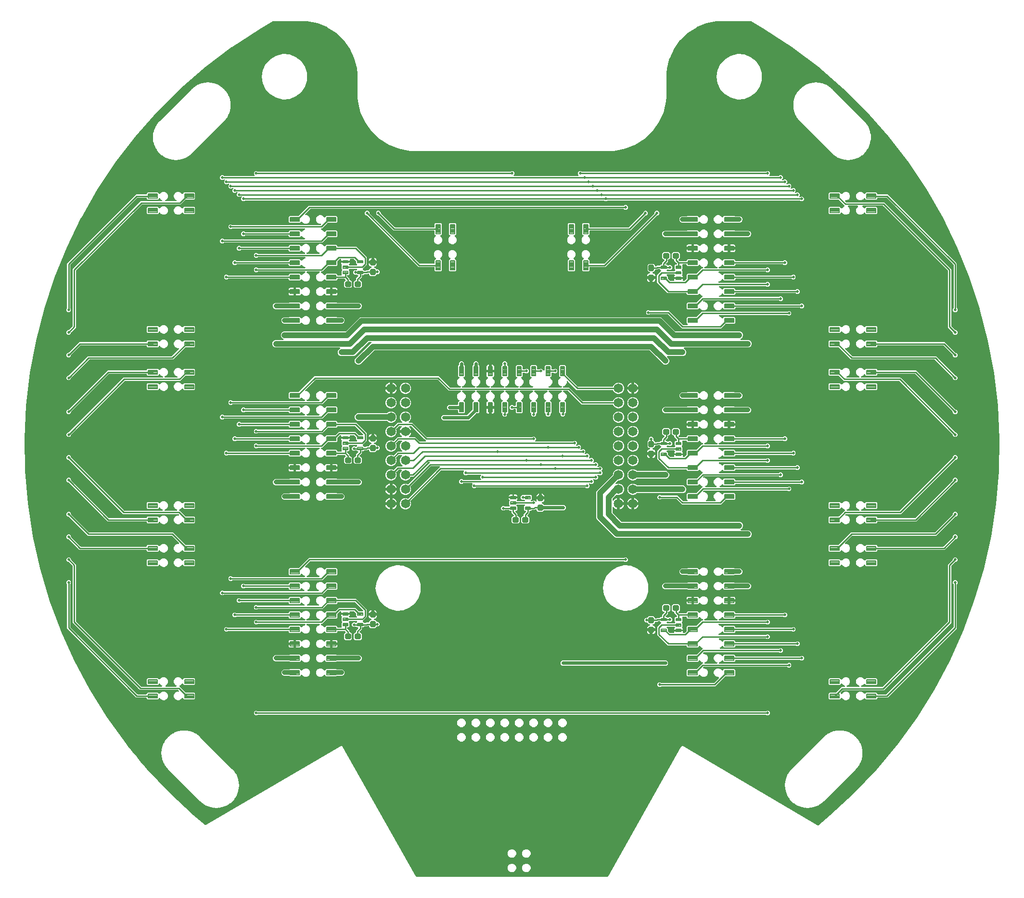
<source format=gbr>
G04 EAGLE Gerber RS-274X export*
G75*
%MOMM*%
%FSLAX34Y34*%
%LPD*%
%INBottom Copper*%
%IPPOS*%
%AMOC8*
5,1,8,0,0,1.08239X$1,22.5*%
G01*
%ADD10C,0.200659*%
%ADD11C,0.198000*%
%ADD12C,1.650000*%
%ADD13C,0.500000*%
%ADD14C,0.254000*%
%ADD15C,0.500000*%
%ADD16C,0.812800*%
%ADD17C,1.016000*%
%ADD18C,0.609600*%
%ADD19C,0.550000*%

G36*
X168203Y-757985D02*
X168203Y-757985D01*
X168314Y-757980D01*
X168360Y-757965D01*
X168408Y-757959D01*
X168511Y-757918D01*
X168618Y-757885D01*
X168659Y-757860D01*
X168703Y-757842D01*
X168793Y-757777D01*
X168888Y-757718D01*
X168922Y-757684D01*
X168961Y-757656D01*
X169032Y-757570D01*
X169109Y-757489D01*
X169150Y-757427D01*
X169163Y-757411D01*
X169171Y-757394D01*
X169197Y-757355D01*
X297608Y-530166D01*
X297641Y-530085D01*
X297684Y-530007D01*
X297691Y-529979D01*
X298261Y-529010D01*
X298264Y-529004D01*
X298272Y-528991D01*
X298676Y-528276D01*
X298873Y-528225D01*
X298874Y-528225D01*
X299471Y-528070D01*
X299478Y-528068D01*
X299492Y-528065D01*
X300283Y-527845D01*
X300990Y-528261D01*
X300996Y-528264D01*
X301009Y-528272D01*
X301993Y-528828D01*
X302020Y-528855D01*
X302126Y-528927D01*
X302137Y-528936D01*
X302143Y-528938D01*
X302153Y-528946D01*
X537707Y-667506D01*
X537762Y-667530D01*
X537812Y-667562D01*
X537907Y-667592D01*
X537999Y-667632D01*
X538058Y-667641D01*
X538115Y-667660D01*
X538214Y-667666D01*
X538313Y-667681D01*
X538373Y-667675D01*
X538432Y-667679D01*
X538530Y-667660D01*
X538630Y-667650D01*
X538686Y-667630D01*
X538744Y-667619D01*
X538835Y-667576D01*
X538929Y-667542D01*
X538978Y-667509D01*
X539032Y-667483D01*
X539162Y-667388D01*
X559620Y-650375D01*
X559633Y-650362D01*
X559669Y-650332D01*
X602110Y-611248D01*
X602124Y-611232D01*
X602171Y-611188D01*
X641886Y-569336D01*
X641899Y-569319D01*
X641943Y-569272D01*
X678751Y-524841D01*
X678762Y-524823D01*
X678803Y-524773D01*
X712537Y-477966D01*
X712547Y-477948D01*
X712584Y-477895D01*
X743091Y-428923D01*
X743100Y-428904D01*
X743134Y-428849D01*
X770276Y-377935D01*
X770283Y-377916D01*
X770313Y-377859D01*
X793966Y-325233D01*
X793973Y-325213D01*
X793999Y-325154D01*
X814056Y-271056D01*
X814061Y-271036D01*
X814070Y-271012D01*
X814076Y-271000D01*
X814077Y-270993D01*
X814083Y-270975D01*
X830454Y-215650D01*
X830458Y-215629D01*
X830476Y-215567D01*
X843086Y-159266D01*
X843088Y-159245D01*
X843102Y-159182D01*
X851894Y-102159D01*
X851894Y-102138D01*
X851904Y-102074D01*
X856838Y-44589D01*
X856837Y-44568D01*
X856842Y-44503D01*
X857896Y13184D01*
X857893Y13204D01*
X857894Y13269D01*
X855063Y70896D01*
X855059Y70917D01*
X855056Y70981D01*
X848352Y128287D01*
X848347Y128307D01*
X848339Y128372D01*
X837794Y185096D01*
X837787Y185116D01*
X837775Y185180D01*
X823436Y241066D01*
X823428Y241085D01*
X823412Y241148D01*
X805343Y295942D01*
X805334Y295961D01*
X805313Y296022D01*
X783598Y349476D01*
X783588Y349495D01*
X783563Y349554D01*
X758299Y401425D01*
X758287Y401443D01*
X758259Y401501D01*
X729560Y451554D01*
X729548Y451571D01*
X729516Y451627D01*
X697513Y499635D01*
X697500Y499651D01*
X697464Y499704D01*
X662303Y545449D01*
X662288Y545464D01*
X662287Y545466D01*
X662275Y545484D01*
X662266Y545493D01*
X662249Y545515D01*
X624089Y588790D01*
X624073Y588804D01*
X624030Y588852D01*
X583044Y629460D01*
X583027Y629473D01*
X582981Y629518D01*
X539355Y667276D01*
X539337Y667288D01*
X539288Y667330D01*
X493219Y702065D01*
X493201Y702076D01*
X493149Y702114D01*
X444847Y733670D01*
X444831Y733678D01*
X444793Y733704D01*
X420589Y747826D01*
X420501Y747864D01*
X420418Y747910D01*
X420355Y747926D01*
X420296Y747951D01*
X420202Y747965D01*
X420110Y747989D01*
X420001Y747996D01*
X419982Y747999D01*
X419972Y747998D01*
X419949Y747999D01*
X369663Y747999D01*
X369647Y747997D01*
X369603Y747998D01*
X360472Y747565D01*
X360462Y747564D01*
X360453Y747564D01*
X360293Y747544D01*
X342355Y744111D01*
X342317Y744098D01*
X342278Y744093D01*
X342125Y744044D01*
X325152Y737299D01*
X325117Y737280D01*
X325079Y737268D01*
X324938Y737190D01*
X309536Y727376D01*
X309505Y727351D01*
X309470Y727332D01*
X309346Y727229D01*
X296063Y714695D01*
X296038Y714664D01*
X296007Y714639D01*
X295905Y714514D01*
X285214Y699707D01*
X285195Y699672D01*
X285170Y699641D01*
X285093Y699500D01*
X277375Y682947D01*
X277363Y682909D01*
X277344Y682874D01*
X277295Y682721D01*
X272827Y665012D01*
X272826Y665003D01*
X272822Y664994D01*
X272795Y664835D01*
X271839Y655796D01*
X271840Y655778D01*
X271832Y655662D01*
X271832Y617045D01*
X271840Y616983D01*
X271838Y616920D01*
X271860Y616825D01*
X271872Y616729D01*
X271888Y616690D01*
X271835Y615778D01*
X271836Y615759D01*
X271832Y615705D01*
X271832Y614785D01*
X271805Y614722D01*
X271795Y614661D01*
X271776Y614601D01*
X271757Y614441D01*
X271268Y606027D01*
X266535Y587270D01*
X258361Y569736D01*
X247037Y554052D01*
X232966Y540775D01*
X216651Y530380D01*
X198673Y523237D01*
X179673Y519600D01*
X171354Y519599D01*
X169909Y519599D01*
X168647Y519599D01*
X168646Y519599D01*
X-168646Y519599D01*
X-170000Y519599D01*
X-171354Y519599D01*
X-179673Y519600D01*
X-198673Y523237D01*
X-216651Y530380D01*
X-232966Y540775D01*
X-247037Y554052D01*
X-258361Y569736D01*
X-266535Y587270D01*
X-271268Y606027D01*
X-271757Y614441D01*
X-271768Y614503D01*
X-271770Y614565D01*
X-271797Y614658D01*
X-271815Y614754D01*
X-271832Y614792D01*
X-271832Y615705D01*
X-271835Y615724D01*
X-271835Y615779D01*
X-271888Y616697D01*
X-271864Y616761D01*
X-271858Y616823D01*
X-271843Y616884D01*
X-271832Y617044D01*
X-271832Y655662D01*
X-271835Y655679D01*
X-271839Y655796D01*
X-272795Y664835D01*
X-272797Y664844D01*
X-272797Y664854D01*
X-272827Y665012D01*
X-277295Y682721D01*
X-277310Y682758D01*
X-277317Y682797D01*
X-277375Y682947D01*
X-285093Y699500D01*
X-285114Y699534D01*
X-285128Y699570D01*
X-285214Y699707D01*
X-295905Y714514D01*
X-295932Y714543D01*
X-295953Y714577D01*
X-296063Y714695D01*
X-309346Y727229D01*
X-309378Y727252D01*
X-309405Y727281D01*
X-309536Y727376D01*
X-324938Y737190D01*
X-324974Y737207D01*
X-325006Y737231D01*
X-325152Y737299D01*
X-342125Y744044D01*
X-342163Y744053D01*
X-342199Y744070D01*
X-342355Y744111D01*
X-360293Y747544D01*
X-360302Y747545D01*
X-360312Y747548D01*
X-360472Y747565D01*
X-369603Y747998D01*
X-369620Y747997D01*
X-369663Y747999D01*
X-419949Y747999D01*
X-420044Y747987D01*
X-420139Y747985D01*
X-420201Y747967D01*
X-420265Y747959D01*
X-420353Y747924D01*
X-420445Y747898D01*
X-420543Y747849D01*
X-420560Y747842D01*
X-420569Y747837D01*
X-420589Y747826D01*
X-444777Y733714D01*
X-444791Y733703D01*
X-444832Y733680D01*
X-493105Y702147D01*
X-493121Y702134D01*
X-493175Y702098D01*
X-539218Y667390D01*
X-539233Y667375D01*
X-539284Y667336D01*
X-582888Y629609D01*
X-582902Y629593D01*
X-582951Y629551D01*
X-623919Y588976D01*
X-623932Y588960D01*
X-623977Y588914D01*
X-662123Y545675D01*
X-662135Y545658D01*
X-662177Y545610D01*
X-697328Y499903D01*
X-697338Y499885D01*
X-697378Y499834D01*
X-729374Y451866D01*
X-729384Y451848D01*
X-729419Y451794D01*
X-758117Y401783D01*
X-758125Y401764D01*
X-758157Y401707D01*
X-783426Y349879D01*
X-783433Y349860D01*
X-783461Y349801D01*
X-805186Y296391D01*
X-805191Y296371D01*
X-805216Y296311D01*
X-823299Y241560D01*
X-823303Y241540D01*
X-823323Y241478D01*
X-837683Y185635D01*
X-837685Y185615D01*
X-837701Y185552D01*
X-848272Y128869D01*
X-848273Y128848D01*
X-848285Y128785D01*
X-855019Y71520D01*
X-855019Y71499D01*
X-855026Y71435D01*
X-857894Y13846D01*
X-857892Y13825D01*
X-857895Y13761D01*
X-856882Y-43890D01*
X-856879Y-43911D01*
X-856878Y-43975D01*
X-851989Y-101428D01*
X-851984Y-101448D01*
X-851979Y-101512D01*
X-843237Y-158506D01*
X-843231Y-158526D01*
X-843221Y-158590D01*
X-830665Y-214866D01*
X-830658Y-214885D01*
X-830644Y-214948D01*
X-814331Y-270252D01*
X-814322Y-270272D01*
X-814304Y-270334D01*
X-794308Y-324415D01*
X-794298Y-324434D01*
X-794276Y-324494D01*
X-770687Y-377108D01*
X-770676Y-377126D01*
X-770650Y-377185D01*
X-743576Y-428093D01*
X-743564Y-428110D01*
X-743533Y-428167D01*
X-713096Y-477139D01*
X-713083Y-477155D01*
X-713048Y-477210D01*
X-679386Y-524023D01*
X-679372Y-524039D01*
X-679335Y-524089D01*
X-679335Y-524091D01*
X-679334Y-524091D01*
X-675216Y-529073D01*
X-673118Y-531612D01*
X-667872Y-537958D01*
X-665774Y-540496D01*
X-660529Y-546843D01*
X-658430Y-549381D01*
X-653185Y-555727D01*
X-651087Y-558266D01*
X-645841Y-564612D01*
X-643743Y-567151D01*
X-642600Y-568534D01*
X-642599Y-568534D01*
X-642584Y-568549D01*
X-642543Y-568598D01*
X-602902Y-610470D01*
X-602885Y-610483D01*
X-602841Y-610530D01*
X-560473Y-649640D01*
X-560458Y-649651D01*
X-560425Y-649682D01*
X-539997Y-666713D01*
X-539948Y-666745D01*
X-539905Y-666783D01*
X-539814Y-666830D01*
X-539729Y-666885D01*
X-539674Y-666903D01*
X-539622Y-666930D01*
X-539523Y-666952D01*
X-539427Y-666984D01*
X-539369Y-666988D01*
X-539312Y-667001D01*
X-539211Y-666999D01*
X-539110Y-667005D01*
X-539052Y-666995D01*
X-538994Y-666993D01*
X-538897Y-666966D01*
X-538797Y-666947D01*
X-538744Y-666923D01*
X-538688Y-666907D01*
X-538544Y-666835D01*
X-302156Y-528941D01*
X-302084Y-528886D01*
X-302006Y-528839D01*
X-301999Y-528832D01*
X-301003Y-528269D01*
X-300999Y-528265D01*
X-300988Y-528260D01*
X-300278Y-527846D01*
X-299486Y-528066D01*
X-299480Y-528067D01*
X-299469Y-528071D01*
X-298674Y-528280D01*
X-298269Y-528997D01*
X-298266Y-529001D01*
X-298260Y-529012D01*
X-297681Y-530006D01*
X-297675Y-530027D01*
X-297621Y-530137D01*
X-297616Y-530152D01*
X-297612Y-530158D01*
X-297605Y-530172D01*
X-169197Y-757355D01*
X-169130Y-757444D01*
X-169071Y-757538D01*
X-169036Y-757571D01*
X-169007Y-757610D01*
X-168920Y-757680D01*
X-168839Y-757756D01*
X-168797Y-757779D01*
X-168760Y-757809D01*
X-168658Y-757856D01*
X-168561Y-757910D01*
X-168514Y-757922D01*
X-168470Y-757942D01*
X-168361Y-757961D01*
X-168253Y-757989D01*
X-168179Y-757994D01*
X-168157Y-757998D01*
X-168139Y-757996D01*
X-168092Y-757999D01*
X168092Y-757999D01*
X168203Y-757985D01*
G37*
%LPC*%
G36*
X-474167Y430975D02*
X-474167Y430975D01*
X-476525Y433333D01*
X-476525Y436667D01*
X-475653Y437539D01*
X-475569Y437648D01*
X-475479Y437755D01*
X-475471Y437774D01*
X-475458Y437790D01*
X-475403Y437917D01*
X-475344Y438043D01*
X-475340Y438063D01*
X-475332Y438082D01*
X-475310Y438220D01*
X-475284Y438356D01*
X-475285Y438376D01*
X-475282Y438396D01*
X-475295Y438535D01*
X-475304Y438673D01*
X-475310Y438692D01*
X-475312Y438712D01*
X-475359Y438844D01*
X-475402Y438975D01*
X-475413Y438993D01*
X-475420Y439012D01*
X-475498Y439127D01*
X-475572Y439244D01*
X-475587Y439258D01*
X-475598Y439275D01*
X-475702Y439367D01*
X-475804Y439462D01*
X-475821Y439472D01*
X-475837Y439485D01*
X-475960Y439548D01*
X-476082Y439616D01*
X-476102Y439621D01*
X-476120Y439630D01*
X-476256Y439660D01*
X-476390Y439695D01*
X-476418Y439697D01*
X-476430Y439700D01*
X-476451Y439699D01*
X-476455Y439699D01*
X-476456Y439700D01*
X-476459Y439699D01*
X-476551Y439705D01*
X-476577Y439705D01*
X-476675Y439693D01*
X-476774Y439690D01*
X-476833Y439673D01*
X-476893Y439665D01*
X-476985Y439629D01*
X-477080Y439601D01*
X-477132Y439571D01*
X-477188Y439548D01*
X-477268Y439490D01*
X-477354Y439440D01*
X-477429Y439374D01*
X-477446Y439362D01*
X-477453Y439352D01*
X-477475Y439334D01*
X-478333Y438475D01*
X-481667Y438475D01*
X-484025Y440833D01*
X-484025Y444167D01*
X-483153Y445039D01*
X-483069Y445148D01*
X-482979Y445255D01*
X-482971Y445274D01*
X-482958Y445290D01*
X-482903Y445417D01*
X-482844Y445543D01*
X-482840Y445563D01*
X-482832Y445582D01*
X-482810Y445720D01*
X-482784Y445856D01*
X-482785Y445876D01*
X-482782Y445896D01*
X-482795Y446035D01*
X-482804Y446173D01*
X-482810Y446192D01*
X-482812Y446212D01*
X-482859Y446344D01*
X-482902Y446475D01*
X-482913Y446493D01*
X-482920Y446512D01*
X-482998Y446627D01*
X-483072Y446744D01*
X-483087Y446758D01*
X-483098Y446775D01*
X-483202Y446867D01*
X-483304Y446962D01*
X-483321Y446972D01*
X-483337Y446985D01*
X-483460Y447048D01*
X-483582Y447116D01*
X-483602Y447121D01*
X-483620Y447130D01*
X-483756Y447160D01*
X-483890Y447195D01*
X-483918Y447197D01*
X-483930Y447200D01*
X-483951Y447199D01*
X-483955Y447199D01*
X-483956Y447200D01*
X-483959Y447199D01*
X-484051Y447205D01*
X-484077Y447205D01*
X-484175Y447193D01*
X-484274Y447190D01*
X-484333Y447173D01*
X-484393Y447165D01*
X-484485Y447129D01*
X-484580Y447101D01*
X-484632Y447071D01*
X-484688Y447048D01*
X-484768Y446990D01*
X-484854Y446940D01*
X-484929Y446874D01*
X-484946Y446862D01*
X-484953Y446852D01*
X-484975Y446834D01*
X-485833Y445975D01*
X-489167Y445975D01*
X-491525Y448333D01*
X-491525Y451667D01*
X-490653Y452539D01*
X-490569Y452648D01*
X-490479Y452755D01*
X-490471Y452774D01*
X-490458Y452790D01*
X-490403Y452917D01*
X-490344Y453043D01*
X-490340Y453063D01*
X-490332Y453082D01*
X-490310Y453220D01*
X-490284Y453356D01*
X-490285Y453376D01*
X-490282Y453396D01*
X-490295Y453535D01*
X-490304Y453673D01*
X-490310Y453692D01*
X-490312Y453712D01*
X-490359Y453844D01*
X-490402Y453975D01*
X-490413Y453993D01*
X-490420Y454012D01*
X-490498Y454127D01*
X-490572Y454244D01*
X-490587Y454258D01*
X-490598Y454275D01*
X-490702Y454367D01*
X-490804Y454462D01*
X-490821Y454472D01*
X-490837Y454485D01*
X-490960Y454548D01*
X-491082Y454616D01*
X-491102Y454621D01*
X-491120Y454630D01*
X-491256Y454660D01*
X-491390Y454695D01*
X-491418Y454697D01*
X-491430Y454700D01*
X-491451Y454699D01*
X-491455Y454699D01*
X-491456Y454700D01*
X-491459Y454699D01*
X-491551Y454705D01*
X-491577Y454705D01*
X-491675Y454693D01*
X-491774Y454690D01*
X-491833Y454673D01*
X-491893Y454665D01*
X-491985Y454629D01*
X-492080Y454601D01*
X-492132Y454571D01*
X-492188Y454548D01*
X-492268Y454490D01*
X-492354Y454440D01*
X-492429Y454374D01*
X-492446Y454362D01*
X-492453Y454352D01*
X-492475Y454334D01*
X-493333Y453475D01*
X-496667Y453475D01*
X-499025Y455833D01*
X-499025Y459167D01*
X-498153Y460039D01*
X-498069Y460148D01*
X-497979Y460255D01*
X-497971Y460274D01*
X-497958Y460290D01*
X-497903Y460417D01*
X-497844Y460543D01*
X-497840Y460563D01*
X-497832Y460582D01*
X-497810Y460720D01*
X-497784Y460856D01*
X-497785Y460876D01*
X-497782Y460896D01*
X-497795Y461035D01*
X-497804Y461173D01*
X-497810Y461192D01*
X-497812Y461212D01*
X-497859Y461344D01*
X-497902Y461475D01*
X-497913Y461493D01*
X-497920Y461512D01*
X-497998Y461627D01*
X-498072Y461744D01*
X-498087Y461758D01*
X-498098Y461775D01*
X-498202Y461867D01*
X-498304Y461962D01*
X-498321Y461972D01*
X-498337Y461985D01*
X-498460Y462048D01*
X-498582Y462116D01*
X-498602Y462121D01*
X-498620Y462130D01*
X-498756Y462160D01*
X-498890Y462195D01*
X-498918Y462197D01*
X-498930Y462200D01*
X-498951Y462199D01*
X-498955Y462199D01*
X-498956Y462200D01*
X-498959Y462199D01*
X-499051Y462205D01*
X-499077Y462205D01*
X-499175Y462193D01*
X-499274Y462190D01*
X-499333Y462173D01*
X-499393Y462165D01*
X-499485Y462129D01*
X-499580Y462101D01*
X-499632Y462071D01*
X-499688Y462048D01*
X-499768Y461990D01*
X-499854Y461940D01*
X-499929Y461874D01*
X-499946Y461862D01*
X-499953Y461852D01*
X-499975Y461834D01*
X-500833Y460975D01*
X-504167Y460975D01*
X-506525Y463333D01*
X-506525Y466667D01*
X-505653Y467539D01*
X-505569Y467648D01*
X-505479Y467755D01*
X-505471Y467774D01*
X-505458Y467790D01*
X-505403Y467917D01*
X-505344Y468043D01*
X-505340Y468063D01*
X-505332Y468082D01*
X-505310Y468220D01*
X-505284Y468356D01*
X-505285Y468376D01*
X-505282Y468396D01*
X-505295Y468535D01*
X-505304Y468673D01*
X-505310Y468692D01*
X-505312Y468712D01*
X-505359Y468844D01*
X-505402Y468975D01*
X-505413Y468993D01*
X-505420Y469012D01*
X-505498Y469127D01*
X-505572Y469244D01*
X-505587Y469258D01*
X-505598Y469275D01*
X-505702Y469367D01*
X-505804Y469462D01*
X-505821Y469472D01*
X-505837Y469485D01*
X-505960Y469548D01*
X-506082Y469616D01*
X-506102Y469621D01*
X-506120Y469630D01*
X-506256Y469660D01*
X-506390Y469695D01*
X-506418Y469697D01*
X-506430Y469700D01*
X-506451Y469699D01*
X-506455Y469699D01*
X-506456Y469700D01*
X-506459Y469699D01*
X-506551Y469705D01*
X-506577Y469705D01*
X-506675Y469693D01*
X-506774Y469690D01*
X-506833Y469673D01*
X-506893Y469665D01*
X-506985Y469629D01*
X-507080Y469601D01*
X-507132Y469571D01*
X-507188Y469548D01*
X-507268Y469490D01*
X-507354Y469440D01*
X-507429Y469374D01*
X-507446Y469362D01*
X-507453Y469352D01*
X-507475Y469334D01*
X-508333Y468475D01*
X-511667Y468475D01*
X-514025Y470833D01*
X-514025Y474167D01*
X-511667Y476525D01*
X-508333Y476525D01*
X-507475Y475666D01*
X-507396Y475606D01*
X-507324Y475538D01*
X-507271Y475509D01*
X-507223Y475472D01*
X-507132Y475432D01*
X-507046Y475384D01*
X-506987Y475369D01*
X-506932Y475345D01*
X-506834Y475330D01*
X-506738Y475305D01*
X-506638Y475299D01*
X-506617Y475295D01*
X-506605Y475297D01*
X-506577Y475295D01*
X-454051Y475295D01*
X-453913Y475312D01*
X-453774Y475325D01*
X-453755Y475332D01*
X-453735Y475335D01*
X-453606Y475386D01*
X-453475Y475433D01*
X-453458Y475444D01*
X-453440Y475452D01*
X-453327Y475533D01*
X-453212Y475611D01*
X-453199Y475627D01*
X-453182Y475638D01*
X-453093Y475746D01*
X-453002Y475850D01*
X-452992Y475868D01*
X-452979Y475883D01*
X-452920Y476009D01*
X-452857Y476133D01*
X-452853Y476153D01*
X-452844Y476171D01*
X-452818Y476308D01*
X-452787Y476443D01*
X-452788Y476464D01*
X-452784Y476483D01*
X-452793Y476622D01*
X-452797Y476761D01*
X-452803Y476781D01*
X-452804Y476801D01*
X-452847Y476933D01*
X-452885Y477067D01*
X-452896Y477084D01*
X-452902Y477103D01*
X-452976Y477221D01*
X-453047Y477341D01*
X-453065Y477362D01*
X-453072Y477372D01*
X-453087Y477386D01*
X-453153Y477461D01*
X-454025Y478333D01*
X-454025Y481667D01*
X-451667Y484025D01*
X-448333Y484025D01*
X-447475Y483166D01*
X-447396Y483106D01*
X-447324Y483038D01*
X-447271Y483009D01*
X-447223Y482972D01*
X-447132Y482932D01*
X-447046Y482884D01*
X-446987Y482869D01*
X-446932Y482845D01*
X-446834Y482830D01*
X-446738Y482805D01*
X-446638Y482799D01*
X-446617Y482795D01*
X-446605Y482797D01*
X-446577Y482795D01*
X-3423Y482795D01*
X-3325Y482807D01*
X-3226Y482810D01*
X-3167Y482827D01*
X-3107Y482835D01*
X-3015Y482871D01*
X-2920Y482899D01*
X-2868Y482929D01*
X-2812Y482952D01*
X-2732Y483010D01*
X-2646Y483060D01*
X-2571Y483126D01*
X-2554Y483138D01*
X-2547Y483148D01*
X-2525Y483166D01*
X-1667Y484025D01*
X1667Y484025D01*
X4025Y481667D01*
X4025Y478333D01*
X3153Y477461D01*
X3069Y477352D01*
X2979Y477245D01*
X2971Y477226D01*
X2958Y477210D01*
X2903Y477083D01*
X2844Y476957D01*
X2840Y476937D01*
X2832Y476918D01*
X2810Y476780D01*
X2784Y476644D01*
X2785Y476624D01*
X2782Y476604D01*
X2795Y476465D01*
X2804Y476327D01*
X2810Y476308D01*
X2812Y476288D01*
X2859Y476156D01*
X2902Y476025D01*
X2913Y476007D01*
X2920Y475988D01*
X2998Y475873D01*
X3072Y475756D01*
X3087Y475742D01*
X3098Y475725D01*
X3202Y475633D01*
X3304Y475538D01*
X3321Y475528D01*
X3337Y475515D01*
X3460Y475452D01*
X3582Y475384D01*
X3602Y475379D01*
X3620Y475370D01*
X3756Y475340D01*
X3890Y475305D01*
X3918Y475303D01*
X3930Y475300D01*
X3951Y475301D01*
X4051Y475295D01*
X115949Y475295D01*
X116087Y475312D01*
X116226Y475325D01*
X116245Y475332D01*
X116265Y475335D01*
X116394Y475386D01*
X116525Y475433D01*
X116542Y475444D01*
X116560Y475452D01*
X116673Y475533D01*
X116788Y475611D01*
X116801Y475627D01*
X116818Y475638D01*
X116907Y475746D01*
X116998Y475850D01*
X117008Y475868D01*
X117021Y475883D01*
X117080Y476009D01*
X117143Y476133D01*
X117147Y476153D01*
X117156Y476171D01*
X117182Y476308D01*
X117213Y476443D01*
X117212Y476464D01*
X117216Y476483D01*
X117207Y476622D01*
X117203Y476761D01*
X117197Y476781D01*
X117196Y476801D01*
X117153Y476933D01*
X117115Y477067D01*
X117104Y477084D01*
X117098Y477103D01*
X117024Y477221D01*
X116953Y477341D01*
X116935Y477362D01*
X116928Y477372D01*
X116913Y477386D01*
X116847Y477461D01*
X115975Y478333D01*
X115975Y481667D01*
X118333Y484025D01*
X121667Y484025D01*
X122525Y483166D01*
X122604Y483106D01*
X122676Y483038D01*
X122729Y483009D01*
X122777Y482972D01*
X122868Y482932D01*
X122954Y482884D01*
X123013Y482869D01*
X123068Y482845D01*
X123166Y482830D01*
X123262Y482805D01*
X123362Y482799D01*
X123383Y482795D01*
X123395Y482797D01*
X123423Y482795D01*
X446577Y482795D01*
X446675Y482807D01*
X446774Y482810D01*
X446833Y482827D01*
X446893Y482835D01*
X446985Y482871D01*
X447080Y482899D01*
X447132Y482929D01*
X447188Y482952D01*
X447268Y483010D01*
X447354Y483060D01*
X447429Y483126D01*
X447446Y483138D01*
X447453Y483148D01*
X447475Y483166D01*
X448333Y484025D01*
X451667Y484025D01*
X454025Y481667D01*
X454025Y478333D01*
X453153Y477461D01*
X453069Y477352D01*
X452979Y477245D01*
X452971Y477226D01*
X452958Y477210D01*
X452903Y477083D01*
X452844Y476957D01*
X452840Y476937D01*
X452832Y476918D01*
X452810Y476780D01*
X452784Y476644D01*
X452785Y476624D01*
X452782Y476604D01*
X452795Y476465D01*
X452804Y476327D01*
X452810Y476308D01*
X452812Y476288D01*
X452859Y476156D01*
X452902Y476025D01*
X452913Y476007D01*
X452920Y475988D01*
X452998Y475873D01*
X453072Y475756D01*
X453087Y475742D01*
X453098Y475725D01*
X453202Y475633D01*
X453304Y475538D01*
X453321Y475528D01*
X453337Y475515D01*
X453460Y475452D01*
X453582Y475384D01*
X453602Y475379D01*
X453620Y475370D01*
X453756Y475340D01*
X453890Y475305D01*
X453918Y475303D01*
X453930Y475300D01*
X453951Y475301D01*
X454051Y475295D01*
X469077Y475295D01*
X469175Y475307D01*
X469274Y475310D01*
X469333Y475327D01*
X469393Y475335D01*
X469485Y475371D01*
X469580Y475399D01*
X469632Y475429D01*
X469688Y475452D01*
X469768Y475510D01*
X469854Y475560D01*
X469929Y475626D01*
X469946Y475638D01*
X469953Y475648D01*
X469975Y475666D01*
X470833Y476525D01*
X474167Y476525D01*
X476525Y474167D01*
X476525Y470833D01*
X475653Y469961D01*
X475569Y469852D01*
X475479Y469745D01*
X475471Y469726D01*
X475458Y469710D01*
X475403Y469583D01*
X475344Y469457D01*
X475340Y469437D01*
X475332Y469418D01*
X475310Y469280D01*
X475284Y469144D01*
X475285Y469124D01*
X475282Y469104D01*
X475295Y468965D01*
X475304Y468827D01*
X475310Y468808D01*
X475312Y468788D01*
X475359Y468656D01*
X475402Y468525D01*
X475413Y468507D01*
X475420Y468488D01*
X475498Y468373D01*
X475572Y468256D01*
X475587Y468242D01*
X475598Y468225D01*
X475702Y468133D01*
X475804Y468038D01*
X475821Y468028D01*
X475837Y468015D01*
X475960Y467952D01*
X476082Y467884D01*
X476102Y467879D01*
X476120Y467870D01*
X476256Y467840D01*
X476390Y467805D01*
X476418Y467803D01*
X476430Y467800D01*
X476451Y467801D01*
X476455Y467801D01*
X476456Y467800D01*
X476459Y467801D01*
X476551Y467795D01*
X476577Y467795D01*
X476675Y467807D01*
X476774Y467810D01*
X476833Y467827D01*
X476893Y467835D01*
X476985Y467871D01*
X477080Y467899D01*
X477132Y467929D01*
X477188Y467952D01*
X477268Y468010D01*
X477354Y468060D01*
X477429Y468126D01*
X477446Y468138D01*
X477453Y468148D01*
X477475Y468166D01*
X478333Y469025D01*
X481667Y469025D01*
X484025Y466667D01*
X484025Y463333D01*
X483153Y462461D01*
X483069Y462352D01*
X482979Y462245D01*
X482971Y462226D01*
X482958Y462210D01*
X482903Y462083D01*
X482844Y461957D01*
X482840Y461937D01*
X482832Y461918D01*
X482810Y461780D01*
X482784Y461644D01*
X482785Y461624D01*
X482782Y461604D01*
X482795Y461465D01*
X482804Y461327D01*
X482810Y461308D01*
X482812Y461288D01*
X482859Y461156D01*
X482902Y461025D01*
X482913Y461007D01*
X482920Y460988D01*
X482998Y460873D01*
X483072Y460756D01*
X483087Y460742D01*
X483098Y460725D01*
X483202Y460633D01*
X483304Y460538D01*
X483321Y460528D01*
X483337Y460515D01*
X483460Y460452D01*
X483582Y460384D01*
X483602Y460379D01*
X483620Y460370D01*
X483756Y460340D01*
X483890Y460305D01*
X483918Y460303D01*
X483930Y460300D01*
X483951Y460301D01*
X483955Y460301D01*
X483956Y460300D01*
X483959Y460301D01*
X484051Y460295D01*
X484077Y460295D01*
X484175Y460307D01*
X484274Y460310D01*
X484333Y460327D01*
X484393Y460335D01*
X484485Y460371D01*
X484580Y460399D01*
X484632Y460429D01*
X484688Y460452D01*
X484768Y460510D01*
X484854Y460560D01*
X484929Y460626D01*
X484946Y460638D01*
X484953Y460648D01*
X484975Y460666D01*
X485833Y461525D01*
X489167Y461525D01*
X491525Y459167D01*
X491525Y455833D01*
X490653Y454961D01*
X490569Y454852D01*
X490479Y454745D01*
X490471Y454726D01*
X490458Y454710D01*
X490403Y454583D01*
X490344Y454457D01*
X490340Y454437D01*
X490332Y454418D01*
X490310Y454280D01*
X490284Y454144D01*
X490285Y454124D01*
X490282Y454104D01*
X490295Y453965D01*
X490304Y453827D01*
X490310Y453808D01*
X490312Y453788D01*
X490359Y453656D01*
X490402Y453525D01*
X490413Y453507D01*
X490420Y453488D01*
X490498Y453373D01*
X490572Y453256D01*
X490587Y453242D01*
X490598Y453225D01*
X490702Y453133D01*
X490804Y453038D01*
X490821Y453028D01*
X490837Y453015D01*
X490960Y452952D01*
X491082Y452884D01*
X491102Y452879D01*
X491120Y452870D01*
X491256Y452840D01*
X491390Y452805D01*
X491418Y452803D01*
X491430Y452800D01*
X491451Y452801D01*
X491455Y452801D01*
X491457Y452800D01*
X491459Y452801D01*
X491551Y452795D01*
X491577Y452795D01*
X491675Y452807D01*
X491774Y452810D01*
X491833Y452827D01*
X491893Y452835D01*
X491985Y452871D01*
X492080Y452899D01*
X492132Y452929D01*
X492188Y452952D01*
X492269Y453010D01*
X492354Y453060D01*
X492429Y453126D01*
X492446Y453138D01*
X492454Y453148D01*
X492475Y453167D01*
X493333Y454025D01*
X496667Y454025D01*
X499025Y451667D01*
X499025Y448333D01*
X498153Y447461D01*
X498069Y447352D01*
X497979Y447245D01*
X497971Y447226D01*
X497958Y447210D01*
X497903Y447083D01*
X497844Y446957D01*
X497840Y446937D01*
X497832Y446918D01*
X497810Y446780D01*
X497784Y446644D01*
X497785Y446624D01*
X497782Y446604D01*
X497795Y446465D01*
X497804Y446327D01*
X497810Y446308D01*
X497812Y446288D01*
X497859Y446156D01*
X497902Y446025D01*
X497913Y446007D01*
X497920Y445988D01*
X497998Y445873D01*
X498072Y445756D01*
X498087Y445742D01*
X498098Y445725D01*
X498202Y445633D01*
X498304Y445538D01*
X498321Y445528D01*
X498337Y445515D01*
X498460Y445452D01*
X498582Y445384D01*
X498602Y445379D01*
X498620Y445370D01*
X498756Y445340D01*
X498890Y445305D01*
X498918Y445303D01*
X498930Y445300D01*
X498951Y445301D01*
X498955Y445301D01*
X498956Y445300D01*
X498959Y445301D01*
X499051Y445295D01*
X499077Y445295D01*
X499175Y445307D01*
X499274Y445310D01*
X499333Y445327D01*
X499393Y445335D01*
X499485Y445371D01*
X499580Y445399D01*
X499632Y445429D01*
X499688Y445452D01*
X499768Y445510D01*
X499854Y445560D01*
X499929Y445626D01*
X499946Y445638D01*
X499953Y445648D01*
X499975Y445666D01*
X500833Y446525D01*
X504167Y446525D01*
X506525Y444167D01*
X506525Y440833D01*
X505653Y439961D01*
X505569Y439852D01*
X505479Y439745D01*
X505471Y439726D01*
X505458Y439710D01*
X505403Y439583D01*
X505344Y439457D01*
X505340Y439437D01*
X505332Y439418D01*
X505310Y439280D01*
X505284Y439144D01*
X505285Y439124D01*
X505282Y439104D01*
X505295Y438965D01*
X505304Y438827D01*
X505310Y438808D01*
X505312Y438788D01*
X505359Y438656D01*
X505402Y438525D01*
X505413Y438507D01*
X505420Y438488D01*
X505498Y438373D01*
X505572Y438256D01*
X505587Y438242D01*
X505598Y438225D01*
X505702Y438133D01*
X505804Y438038D01*
X505821Y438028D01*
X505837Y438015D01*
X505960Y437952D01*
X506082Y437884D01*
X506102Y437879D01*
X506120Y437870D01*
X506256Y437840D01*
X506390Y437805D01*
X506418Y437803D01*
X506430Y437800D01*
X506451Y437801D01*
X506455Y437801D01*
X506456Y437800D01*
X506459Y437801D01*
X506551Y437795D01*
X506577Y437795D01*
X506675Y437807D01*
X506774Y437810D01*
X506833Y437827D01*
X506893Y437835D01*
X506985Y437871D01*
X507080Y437899D01*
X507132Y437929D01*
X507188Y437952D01*
X507268Y438010D01*
X507354Y438060D01*
X507429Y438126D01*
X507446Y438138D01*
X507453Y438148D01*
X507475Y438166D01*
X508333Y439025D01*
X511667Y439025D01*
X514025Y436667D01*
X514025Y433333D01*
X511667Y430975D01*
X508333Y430975D01*
X507475Y431834D01*
X507396Y431894D01*
X507324Y431962D01*
X507271Y431991D01*
X507223Y432028D01*
X507132Y432068D01*
X507046Y432116D01*
X506987Y432131D01*
X506932Y432155D01*
X506834Y432170D01*
X506738Y432195D01*
X506638Y432201D01*
X506617Y432205D01*
X506605Y432203D01*
X506577Y432205D01*
X168423Y432205D01*
X168325Y432193D01*
X168226Y432190D01*
X168167Y432173D01*
X168107Y432165D01*
X168015Y432129D01*
X167920Y432101D01*
X167868Y432071D01*
X167812Y432048D01*
X167732Y431990D01*
X167646Y431940D01*
X167571Y431874D01*
X167554Y431862D01*
X167547Y431852D01*
X167525Y431834D01*
X166667Y430975D01*
X163333Y430975D01*
X162475Y431834D01*
X162396Y431894D01*
X162324Y431962D01*
X162271Y431991D01*
X162223Y432028D01*
X162132Y432068D01*
X162046Y432116D01*
X161987Y432131D01*
X161932Y432155D01*
X161834Y432170D01*
X161738Y432195D01*
X161638Y432201D01*
X161617Y432205D01*
X161605Y432203D01*
X161577Y432205D01*
X-469077Y432205D01*
X-469175Y432193D01*
X-469274Y432190D01*
X-469333Y432173D01*
X-469393Y432165D01*
X-469485Y432129D01*
X-469580Y432101D01*
X-469632Y432071D01*
X-469688Y432048D01*
X-469768Y431990D01*
X-469854Y431940D01*
X-469929Y431874D01*
X-469946Y431862D01*
X-469953Y431852D01*
X-469975Y431834D01*
X-470833Y430975D01*
X-474167Y430975D01*
G37*
%LPD*%
%LPC*%
G36*
X-271314Y143395D02*
X-271314Y143395D01*
X-273741Y144401D01*
X-275599Y146259D01*
X-276605Y148686D01*
X-276605Y151314D01*
X-275599Y153741D01*
X-248741Y180599D01*
X-247886Y180953D01*
X-247826Y180988D01*
X-247761Y181014D01*
X-247688Y181066D01*
X-247610Y181111D01*
X-247560Y181159D01*
X-247503Y181200D01*
X-247446Y181270D01*
X-247382Y181332D01*
X-247345Y181392D01*
X-247301Y181445D01*
X-247262Y181527D01*
X-247215Y181603D01*
X-247195Y181670D01*
X-247165Y181733D01*
X-247148Y181821D01*
X-247122Y181907D01*
X-247118Y181977D01*
X-247105Y182046D01*
X-247111Y182135D01*
X-247107Y182225D01*
X-247121Y182293D01*
X-247125Y182363D01*
X-247153Y182448D01*
X-247171Y182536D01*
X-247202Y182599D01*
X-247223Y182665D01*
X-247271Y182741D01*
X-247311Y182822D01*
X-247356Y182875D01*
X-247393Y182934D01*
X-247459Y182996D01*
X-247517Y183064D01*
X-247574Y183104D01*
X-247625Y183152D01*
X-247703Y183195D01*
X-247777Y183247D01*
X-247842Y183272D01*
X-247903Y183306D01*
X-247990Y183328D01*
X-248074Y183360D01*
X-248144Y183368D01*
X-248211Y183385D01*
X-248372Y183395D01*
X-251738Y183395D01*
X-251837Y183383D01*
X-251936Y183380D01*
X-251994Y183363D01*
X-252054Y183355D01*
X-252146Y183319D01*
X-252241Y183291D01*
X-252293Y183261D01*
X-252350Y183238D01*
X-252430Y183180D01*
X-252515Y183130D01*
X-252591Y183064D01*
X-252607Y183052D01*
X-252615Y183042D01*
X-252636Y183024D01*
X-276259Y159401D01*
X-278686Y158395D01*
X-301314Y158395D01*
X-303741Y159401D01*
X-305599Y161259D01*
X-306605Y163686D01*
X-306605Y166314D01*
X-305599Y168741D01*
X-303741Y170599D01*
X-302886Y170953D01*
X-302826Y170988D01*
X-302761Y171014D01*
X-302688Y171066D01*
X-302610Y171111D01*
X-302560Y171159D01*
X-302503Y171200D01*
X-302446Y171270D01*
X-302382Y171332D01*
X-302345Y171392D01*
X-302301Y171445D01*
X-302262Y171527D01*
X-302215Y171603D01*
X-302195Y171670D01*
X-302165Y171733D01*
X-302148Y171821D01*
X-302122Y171907D01*
X-302118Y171977D01*
X-302105Y172046D01*
X-302111Y172135D01*
X-302107Y172225D01*
X-302121Y172293D01*
X-302125Y172363D01*
X-302153Y172448D01*
X-302171Y172536D01*
X-302202Y172599D01*
X-302223Y172665D01*
X-302271Y172741D01*
X-302311Y172822D01*
X-302356Y172875D01*
X-302393Y172934D01*
X-302459Y172996D01*
X-302517Y173064D01*
X-302574Y173104D01*
X-302625Y173152D01*
X-302703Y173195D01*
X-302777Y173247D01*
X-302842Y173272D01*
X-302903Y173306D01*
X-302990Y173328D01*
X-303074Y173360D01*
X-303144Y173368D01*
X-303211Y173385D01*
X-303372Y173395D01*
X-416314Y173395D01*
X-418741Y174401D01*
X-420599Y176259D01*
X-421605Y178686D01*
X-421605Y181314D01*
X-420599Y183741D01*
X-418741Y185599D01*
X-416314Y186605D01*
X-403372Y186605D01*
X-403303Y186613D01*
X-403233Y186612D01*
X-403145Y186633D01*
X-403056Y186645D01*
X-402991Y186670D01*
X-402924Y186687D01*
X-402844Y186729D01*
X-402761Y186762D01*
X-402704Y186803D01*
X-402643Y186835D01*
X-402576Y186896D01*
X-402503Y186948D01*
X-402459Y187002D01*
X-402407Y187049D01*
X-402358Y187124D01*
X-402301Y187193D01*
X-402271Y187257D01*
X-402232Y187315D01*
X-402203Y187400D01*
X-402165Y187481D01*
X-402152Y187550D01*
X-402129Y187616D01*
X-402122Y187705D01*
X-402105Y187793D01*
X-402110Y187863D01*
X-402104Y187933D01*
X-402119Y188021D01*
X-402125Y188111D01*
X-402146Y188177D01*
X-402158Y188246D01*
X-402195Y188328D01*
X-402223Y188413D01*
X-402260Y188472D01*
X-402289Y188536D01*
X-402345Y188606D01*
X-402393Y188682D01*
X-402444Y188730D01*
X-402488Y188784D01*
X-402559Y188839D01*
X-402625Y188900D01*
X-402686Y188934D01*
X-402742Y188976D01*
X-402886Y189047D01*
X-403741Y189401D01*
X-405599Y191259D01*
X-406605Y193686D01*
X-406605Y196314D01*
X-405599Y198741D01*
X-403741Y200599D01*
X-401314Y201605D01*
X-293262Y201605D01*
X-293163Y201617D01*
X-293064Y201620D01*
X-293006Y201637D01*
X-292946Y201645D01*
X-292854Y201681D01*
X-292759Y201709D01*
X-292707Y201739D01*
X-292650Y201762D01*
X-292570Y201820D01*
X-292485Y201870D01*
X-292409Y201936D01*
X-292393Y201948D01*
X-292385Y201958D01*
X-292364Y201976D01*
X-268741Y225599D01*
X-266314Y226605D01*
X261314Y226605D01*
X263741Y225599D01*
X287364Y201976D01*
X287442Y201916D01*
X287514Y201848D01*
X287567Y201819D01*
X287615Y201782D01*
X287706Y201742D01*
X287793Y201694D01*
X287851Y201679D01*
X287907Y201655D01*
X288005Y201640D01*
X288101Y201615D01*
X288201Y201609D01*
X288221Y201605D01*
X288234Y201607D01*
X288262Y201605D01*
X401314Y201605D01*
X403741Y200599D01*
X405599Y198741D01*
X406605Y196314D01*
X406605Y193686D01*
X405599Y191259D01*
X403741Y189401D01*
X402886Y189047D01*
X402826Y189012D01*
X402761Y188986D01*
X402688Y188934D01*
X402610Y188889D01*
X402560Y188841D01*
X402503Y188800D01*
X402446Y188730D01*
X402382Y188668D01*
X402345Y188608D01*
X402301Y188555D01*
X402262Y188473D01*
X402215Y188397D01*
X402195Y188330D01*
X402165Y188267D01*
X402148Y188179D01*
X402122Y188093D01*
X402118Y188023D01*
X402105Y187954D01*
X402111Y187865D01*
X402107Y187775D01*
X402121Y187707D01*
X402125Y187637D01*
X402153Y187552D01*
X402171Y187464D01*
X402202Y187401D01*
X402223Y187335D01*
X402271Y187259D01*
X402311Y187178D01*
X402356Y187125D01*
X402393Y187066D01*
X402459Y187004D01*
X402517Y186936D01*
X402574Y186896D01*
X402625Y186848D01*
X402703Y186805D01*
X402777Y186753D01*
X402842Y186728D01*
X402903Y186694D01*
X402990Y186672D01*
X403074Y186640D01*
X403144Y186632D01*
X403211Y186615D01*
X403372Y186605D01*
X416314Y186605D01*
X418741Y185599D01*
X420599Y183741D01*
X421605Y181314D01*
X421605Y178686D01*
X420599Y176259D01*
X418741Y174401D01*
X416314Y173395D01*
X303372Y173395D01*
X303303Y173387D01*
X303233Y173388D01*
X303145Y173367D01*
X303056Y173355D01*
X302991Y173330D01*
X302924Y173313D01*
X302844Y173271D01*
X302761Y173238D01*
X302704Y173197D01*
X302643Y173165D01*
X302576Y173104D01*
X302503Y173052D01*
X302459Y172998D01*
X302407Y172951D01*
X302358Y172876D01*
X302301Y172807D01*
X302271Y172743D01*
X302232Y172685D01*
X302203Y172600D01*
X302165Y172519D01*
X302152Y172450D01*
X302129Y172384D01*
X302122Y172295D01*
X302105Y172207D01*
X302110Y172137D01*
X302104Y172067D01*
X302119Y171979D01*
X302125Y171889D01*
X302146Y171823D01*
X302158Y171754D01*
X302195Y171672D01*
X302223Y171587D01*
X302260Y171528D01*
X302289Y171464D01*
X302345Y171394D01*
X302393Y171318D01*
X302444Y171270D01*
X302488Y171216D01*
X302559Y171161D01*
X302625Y171100D01*
X302686Y171066D01*
X302742Y171024D01*
X302886Y170953D01*
X303741Y170599D01*
X305599Y168741D01*
X306605Y166314D01*
X306605Y163686D01*
X305599Y161259D01*
X303741Y159401D01*
X301314Y158395D01*
X274009Y158395D01*
X273872Y158378D01*
X273733Y158365D01*
X273714Y158358D01*
X273694Y158355D01*
X273565Y158304D01*
X273434Y158257D01*
X273417Y158246D01*
X273398Y158238D01*
X273286Y158157D01*
X273171Y158079D01*
X273157Y158063D01*
X273141Y158052D01*
X273052Y157944D01*
X272960Y157840D01*
X272951Y157822D01*
X272938Y157807D01*
X272879Y157681D01*
X272816Y157557D01*
X272811Y157537D01*
X272803Y157519D01*
X272776Y157383D01*
X272746Y157247D01*
X272747Y157226D01*
X272743Y157207D01*
X272751Y157068D01*
X272756Y156929D01*
X272761Y156909D01*
X272763Y156889D01*
X272805Y156757D01*
X272844Y156623D01*
X272854Y156606D01*
X272861Y156587D01*
X272935Y156469D01*
X273006Y156349D01*
X273024Y156328D01*
X273031Y156318D01*
X273046Y156304D01*
X273112Y156229D01*
X275599Y153741D01*
X276605Y151314D01*
X276605Y148686D01*
X275599Y146259D01*
X273741Y144401D01*
X271314Y143395D01*
X268686Y143395D01*
X266259Y144401D01*
X242636Y168024D01*
X242558Y168084D01*
X242486Y168152D01*
X242433Y168181D01*
X242385Y168218D01*
X242294Y168258D01*
X242207Y168306D01*
X242149Y168321D01*
X242093Y168345D01*
X241995Y168360D01*
X241899Y168385D01*
X241799Y168391D01*
X241779Y168395D01*
X241766Y168393D01*
X241738Y168395D01*
X-241738Y168395D01*
X-241837Y168383D01*
X-241936Y168380D01*
X-241994Y168363D01*
X-242054Y168355D01*
X-242146Y168319D01*
X-242241Y168291D01*
X-242293Y168261D01*
X-242350Y168238D01*
X-242430Y168180D01*
X-242515Y168130D01*
X-242591Y168064D01*
X-242607Y168052D01*
X-242615Y168042D01*
X-242636Y168024D01*
X-266259Y144401D01*
X-268686Y143395D01*
X-271314Y143395D01*
G37*
%LPD*%
%LPC*%
G36*
X-189244Y-111375D02*
X-189244Y-111375D01*
X-192837Y-109887D01*
X-195587Y-107137D01*
X-197075Y-103544D01*
X-197075Y-99656D01*
X-195587Y-96063D01*
X-192837Y-93313D01*
X-189244Y-91825D01*
X-185356Y-91825D01*
X-183397Y-92637D01*
X-183369Y-92644D01*
X-183342Y-92658D01*
X-183215Y-92686D01*
X-183090Y-92721D01*
X-183061Y-92721D01*
X-183032Y-92727D01*
X-182902Y-92724D01*
X-182772Y-92726D01*
X-182744Y-92719D01*
X-182714Y-92718D01*
X-182590Y-92682D01*
X-182463Y-92651D01*
X-182437Y-92638D01*
X-182409Y-92629D01*
X-182297Y-92564D01*
X-182182Y-92503D01*
X-182160Y-92483D01*
X-182135Y-92468D01*
X-182014Y-92361D01*
X-128867Y-39214D01*
X-128866Y-39214D01*
X-127114Y-37461D01*
X-127029Y-37352D01*
X-126940Y-37245D01*
X-126931Y-37226D01*
X-126919Y-37210D01*
X-126863Y-37082D01*
X-126804Y-36957D01*
X-126801Y-36937D01*
X-126793Y-36918D01*
X-126771Y-36780D01*
X-126745Y-36644D01*
X-126746Y-36624D01*
X-126743Y-36604D01*
X-126756Y-36465D01*
X-126764Y-36327D01*
X-126771Y-36308D01*
X-126772Y-36288D01*
X-126820Y-36156D01*
X-126862Y-36025D01*
X-126873Y-36007D01*
X-126880Y-35988D01*
X-126958Y-35873D01*
X-127033Y-35756D01*
X-127047Y-35742D01*
X-127059Y-35725D01*
X-127163Y-35633D01*
X-127264Y-35538D01*
X-127282Y-35528D01*
X-127297Y-35515D01*
X-127421Y-35451D01*
X-127543Y-35384D01*
X-127562Y-35379D01*
X-127580Y-35370D01*
X-127716Y-35340D01*
X-127851Y-35305D01*
X-127879Y-35303D01*
X-127891Y-35300D01*
X-127911Y-35301D01*
X-128011Y-35295D01*
X-141917Y-35295D01*
X-142015Y-35307D01*
X-142114Y-35310D01*
X-142172Y-35327D01*
X-142232Y-35335D01*
X-142324Y-35371D01*
X-142419Y-35399D01*
X-142472Y-35429D01*
X-142528Y-35452D01*
X-142608Y-35510D01*
X-142693Y-35560D01*
X-142769Y-35626D01*
X-142785Y-35638D01*
X-142793Y-35648D01*
X-142814Y-35666D01*
X-178061Y-70914D01*
X-178080Y-70937D01*
X-178102Y-70956D01*
X-178177Y-71062D01*
X-178256Y-71165D01*
X-178268Y-71192D01*
X-178285Y-71216D01*
X-178331Y-71338D01*
X-178383Y-71457D01*
X-178387Y-71486D01*
X-178398Y-71514D01*
X-178412Y-71643D01*
X-178433Y-71771D01*
X-178430Y-71800D01*
X-178433Y-71830D01*
X-178415Y-71958D01*
X-178403Y-72088D01*
X-178393Y-72115D01*
X-178389Y-72145D01*
X-178337Y-72297D01*
X-177525Y-74256D01*
X-177525Y-78144D01*
X-179013Y-81737D01*
X-181763Y-84487D01*
X-185356Y-85975D01*
X-189244Y-85975D01*
X-192837Y-84487D01*
X-195587Y-81737D01*
X-197075Y-78144D01*
X-197075Y-74256D01*
X-195587Y-70663D01*
X-192837Y-67913D01*
X-189244Y-66425D01*
X-185356Y-66425D01*
X-183397Y-67237D01*
X-183369Y-67244D01*
X-183342Y-67258D01*
X-183215Y-67286D01*
X-183090Y-67321D01*
X-183061Y-67321D01*
X-183032Y-67327D01*
X-182902Y-67324D01*
X-182772Y-67326D01*
X-182744Y-67319D01*
X-182714Y-67318D01*
X-182590Y-67282D01*
X-182463Y-67251D01*
X-182437Y-67238D01*
X-182409Y-67229D01*
X-182297Y-67164D01*
X-182182Y-67103D01*
X-182160Y-67083D01*
X-182135Y-67068D01*
X-182014Y-66961D01*
X-145014Y-29961D01*
X-144929Y-29852D01*
X-144840Y-29745D01*
X-144831Y-29726D01*
X-144819Y-29710D01*
X-144763Y-29582D01*
X-144704Y-29457D01*
X-144701Y-29437D01*
X-144693Y-29418D01*
X-144671Y-29280D01*
X-144645Y-29144D01*
X-144646Y-29124D01*
X-144643Y-29104D01*
X-144656Y-28965D01*
X-144664Y-28827D01*
X-144671Y-28808D01*
X-144672Y-28788D01*
X-144720Y-28656D01*
X-144762Y-28525D01*
X-144773Y-28507D01*
X-144780Y-28488D01*
X-144858Y-28373D01*
X-144933Y-28256D01*
X-144947Y-28242D01*
X-144959Y-28225D01*
X-145063Y-28133D01*
X-145164Y-28038D01*
X-145182Y-28028D01*
X-145197Y-28015D01*
X-145321Y-27952D01*
X-145443Y-27884D01*
X-145462Y-27879D01*
X-145480Y-27870D01*
X-145616Y-27840D01*
X-145751Y-27805D01*
X-145779Y-27803D01*
X-145791Y-27800D01*
X-145811Y-27801D01*
X-145911Y-27795D01*
X-146817Y-27795D01*
X-146915Y-27807D01*
X-147014Y-27810D01*
X-147072Y-27827D01*
X-147132Y-27835D01*
X-147224Y-27871D01*
X-147319Y-27899D01*
X-147372Y-27929D01*
X-147428Y-27952D01*
X-147508Y-28010D01*
X-147593Y-28060D01*
X-147669Y-28126D01*
X-147685Y-28138D01*
X-147693Y-28148D01*
X-147714Y-28166D01*
X-173142Y-53595D01*
X-177029Y-53595D01*
X-177059Y-53598D01*
X-177088Y-53596D01*
X-177216Y-53618D01*
X-177345Y-53635D01*
X-177372Y-53645D01*
X-177402Y-53650D01*
X-177520Y-53704D01*
X-177641Y-53752D01*
X-177665Y-53769D01*
X-177691Y-53781D01*
X-177793Y-53862D01*
X-177898Y-53938D01*
X-177917Y-53961D01*
X-177940Y-53980D01*
X-178018Y-54083D01*
X-178101Y-54183D01*
X-178113Y-54210D01*
X-178131Y-54234D01*
X-178202Y-54378D01*
X-179013Y-56337D01*
X-181763Y-59087D01*
X-185356Y-60575D01*
X-189244Y-60575D01*
X-192837Y-59087D01*
X-195587Y-56337D01*
X-197075Y-52744D01*
X-197075Y-48856D01*
X-195587Y-45263D01*
X-194085Y-43761D01*
X-194000Y-43652D01*
X-193911Y-43545D01*
X-193903Y-43526D01*
X-193890Y-43510D01*
X-193835Y-43383D01*
X-193776Y-43257D01*
X-193772Y-43237D01*
X-193764Y-43218D01*
X-193742Y-43080D01*
X-193716Y-42944D01*
X-193717Y-42924D01*
X-193714Y-42904D01*
X-193727Y-42765D01*
X-193736Y-42627D01*
X-193742Y-42608D01*
X-193744Y-42588D01*
X-193791Y-42456D01*
X-193834Y-42325D01*
X-193844Y-42307D01*
X-193851Y-42288D01*
X-193929Y-42173D01*
X-194004Y-42056D01*
X-194019Y-42042D01*
X-194030Y-42025D01*
X-194134Y-41933D01*
X-194235Y-41838D01*
X-194253Y-41828D01*
X-194268Y-41815D01*
X-194392Y-41751D01*
X-194514Y-41684D01*
X-194533Y-41679D01*
X-194552Y-41670D01*
X-194687Y-41640D01*
X-194822Y-41605D01*
X-194850Y-41603D01*
X-194862Y-41600D01*
X-194882Y-41601D01*
X-194983Y-41595D01*
X-199017Y-41595D01*
X-199115Y-41607D01*
X-199214Y-41610D01*
X-199272Y-41627D01*
X-199332Y-41635D01*
X-199424Y-41671D01*
X-199519Y-41699D01*
X-199572Y-41729D01*
X-199628Y-41752D01*
X-199708Y-41810D01*
X-199793Y-41860D01*
X-199869Y-41926D01*
X-199885Y-41938D01*
X-199893Y-41948D01*
X-199914Y-41966D01*
X-203461Y-45514D01*
X-203480Y-45537D01*
X-203502Y-45556D01*
X-203577Y-45662D01*
X-203656Y-45765D01*
X-203668Y-45792D01*
X-203685Y-45816D01*
X-203731Y-45938D01*
X-203783Y-46057D01*
X-203787Y-46086D01*
X-203798Y-46114D01*
X-203812Y-46243D01*
X-203833Y-46371D01*
X-203830Y-46400D01*
X-203833Y-46430D01*
X-203815Y-46558D01*
X-203803Y-46688D01*
X-203793Y-46715D01*
X-203789Y-46745D01*
X-203737Y-46897D01*
X-202925Y-48856D01*
X-202925Y-52744D01*
X-204413Y-56337D01*
X-207163Y-59087D01*
X-210756Y-60575D01*
X-214644Y-60575D01*
X-218237Y-59087D01*
X-220987Y-56337D01*
X-222475Y-52744D01*
X-222475Y-48856D01*
X-220987Y-45263D01*
X-218237Y-42513D01*
X-214644Y-41025D01*
X-210756Y-41025D01*
X-208797Y-41837D01*
X-208769Y-41844D01*
X-208742Y-41858D01*
X-208615Y-41886D01*
X-208490Y-41921D01*
X-208461Y-41921D01*
X-208432Y-41927D01*
X-208302Y-41924D01*
X-208172Y-41926D01*
X-208144Y-41919D01*
X-208114Y-41918D01*
X-207990Y-41882D01*
X-207863Y-41851D01*
X-207837Y-41838D01*
X-207809Y-41829D01*
X-207697Y-41764D01*
X-207582Y-41703D01*
X-207560Y-41683D01*
X-207535Y-41668D01*
X-207414Y-41561D01*
X-201858Y-36005D01*
X-193583Y-36005D01*
X-193445Y-35988D01*
X-193306Y-35975D01*
X-193287Y-35968D01*
X-193267Y-35965D01*
X-193138Y-35914D01*
X-193007Y-35867D01*
X-192990Y-35856D01*
X-192971Y-35848D01*
X-192859Y-35767D01*
X-192744Y-35689D01*
X-192730Y-35673D01*
X-192714Y-35662D01*
X-192625Y-35554D01*
X-192533Y-35450D01*
X-192524Y-35432D01*
X-192511Y-35417D01*
X-192452Y-35291D01*
X-192389Y-35167D01*
X-192384Y-35147D01*
X-192376Y-35129D01*
X-192350Y-34993D01*
X-192319Y-34857D01*
X-192320Y-34836D01*
X-192316Y-34817D01*
X-192324Y-34678D01*
X-192329Y-34539D01*
X-192334Y-34519D01*
X-192336Y-34499D01*
X-192378Y-34367D01*
X-192417Y-34233D01*
X-192427Y-34216D01*
X-192434Y-34197D01*
X-192508Y-34079D01*
X-192579Y-33959D01*
X-192597Y-33938D01*
X-192604Y-33928D01*
X-192619Y-33914D01*
X-192685Y-33839D01*
X-195587Y-30937D01*
X-197075Y-27344D01*
X-197075Y-23456D01*
X-195587Y-19863D01*
X-193585Y-17861D01*
X-193500Y-17752D01*
X-193411Y-17645D01*
X-193403Y-17626D01*
X-193390Y-17610D01*
X-193335Y-17482D01*
X-193276Y-17357D01*
X-193272Y-17337D01*
X-193264Y-17318D01*
X-193242Y-17180D01*
X-193216Y-17044D01*
X-193217Y-17024D01*
X-193214Y-17004D01*
X-193227Y-16865D01*
X-193236Y-16727D01*
X-193242Y-16708D01*
X-193244Y-16688D01*
X-193291Y-16556D01*
X-193334Y-16425D01*
X-193344Y-16407D01*
X-193351Y-16388D01*
X-193429Y-16273D01*
X-193504Y-16156D01*
X-193519Y-16142D01*
X-193530Y-16125D01*
X-193634Y-16033D01*
X-193735Y-15938D01*
X-193753Y-15928D01*
X-193768Y-15915D01*
X-193892Y-15851D01*
X-194014Y-15784D01*
X-194033Y-15779D01*
X-194052Y-15770D01*
X-194187Y-15740D01*
X-194322Y-15705D01*
X-194350Y-15703D01*
X-194362Y-15700D01*
X-194382Y-15701D01*
X-194483Y-15695D01*
X-198517Y-15695D01*
X-198615Y-15707D01*
X-198714Y-15710D01*
X-198772Y-15727D01*
X-198832Y-15735D01*
X-198924Y-15771D01*
X-199019Y-15799D01*
X-199072Y-15829D01*
X-199128Y-15852D01*
X-199208Y-15910D01*
X-199293Y-15960D01*
X-199369Y-16026D01*
X-199385Y-16038D01*
X-199393Y-16048D01*
X-199414Y-16066D01*
X-203461Y-20114D01*
X-203480Y-20137D01*
X-203502Y-20156D01*
X-203577Y-20262D01*
X-203656Y-20365D01*
X-203668Y-20392D01*
X-203685Y-20416D01*
X-203731Y-20538D01*
X-203783Y-20657D01*
X-203787Y-20686D01*
X-203798Y-20714D01*
X-203812Y-20843D01*
X-203833Y-20971D01*
X-203830Y-21000D01*
X-203833Y-21030D01*
X-203815Y-21158D01*
X-203803Y-21288D01*
X-203793Y-21315D01*
X-203789Y-21345D01*
X-203737Y-21497D01*
X-202925Y-23456D01*
X-202925Y-27344D01*
X-204413Y-30937D01*
X-207163Y-33687D01*
X-210756Y-35175D01*
X-214644Y-35175D01*
X-218237Y-33687D01*
X-220987Y-30937D01*
X-222475Y-27344D01*
X-222475Y-23456D01*
X-220987Y-19863D01*
X-218237Y-17113D01*
X-214644Y-15625D01*
X-210756Y-15625D01*
X-208797Y-16437D01*
X-208769Y-16444D01*
X-208742Y-16458D01*
X-208615Y-16486D01*
X-208490Y-16521D01*
X-208461Y-16521D01*
X-208432Y-16527D01*
X-208302Y-16524D01*
X-208172Y-16526D01*
X-208144Y-16519D01*
X-208114Y-16518D01*
X-207990Y-16482D01*
X-207863Y-16451D01*
X-207837Y-16438D01*
X-207809Y-16429D01*
X-207697Y-16364D01*
X-207582Y-16303D01*
X-207560Y-16283D01*
X-207535Y-16268D01*
X-207414Y-16161D01*
X-201358Y-10105D01*
X-194083Y-10105D01*
X-193945Y-10088D01*
X-193806Y-10075D01*
X-193787Y-10068D01*
X-193767Y-10065D01*
X-193638Y-10014D01*
X-193507Y-9967D01*
X-193490Y-9956D01*
X-193471Y-9948D01*
X-193359Y-9867D01*
X-193244Y-9789D01*
X-193230Y-9773D01*
X-193214Y-9762D01*
X-193125Y-9654D01*
X-193033Y-9550D01*
X-193024Y-9532D01*
X-193011Y-9517D01*
X-192952Y-9391D01*
X-192889Y-9267D01*
X-192884Y-9247D01*
X-192876Y-9229D01*
X-192850Y-9093D01*
X-192819Y-8957D01*
X-192820Y-8936D01*
X-192816Y-8917D01*
X-192824Y-8778D01*
X-192829Y-8639D01*
X-192834Y-8619D01*
X-192836Y-8599D01*
X-192878Y-8467D01*
X-192917Y-8333D01*
X-192927Y-8316D01*
X-192934Y-8297D01*
X-193008Y-8179D01*
X-193079Y-8059D01*
X-193097Y-8038D01*
X-193104Y-8028D01*
X-193119Y-8014D01*
X-193185Y-7939D01*
X-195587Y-5537D01*
X-197075Y-1944D01*
X-197075Y1944D01*
X-195587Y5537D01*
X-193585Y7539D01*
X-193500Y7648D01*
X-193411Y7755D01*
X-193403Y7774D01*
X-193390Y7790D01*
X-193335Y7918D01*
X-193276Y8043D01*
X-193272Y8063D01*
X-193264Y8082D01*
X-193242Y8220D01*
X-193216Y8356D01*
X-193217Y8376D01*
X-193214Y8396D01*
X-193227Y8535D01*
X-193236Y8673D01*
X-193242Y8692D01*
X-193244Y8712D01*
X-193291Y8844D01*
X-193334Y8975D01*
X-193344Y8993D01*
X-193351Y9012D01*
X-193429Y9127D01*
X-193504Y9244D01*
X-193519Y9258D01*
X-193530Y9275D01*
X-193634Y9367D01*
X-193735Y9462D01*
X-193753Y9472D01*
X-193768Y9485D01*
X-193892Y9549D01*
X-194014Y9616D01*
X-194033Y9621D01*
X-194052Y9630D01*
X-194187Y9660D01*
X-194322Y9695D01*
X-194350Y9697D01*
X-194362Y9700D01*
X-194382Y9699D01*
X-194483Y9705D01*
X-198517Y9705D01*
X-198615Y9693D01*
X-198714Y9690D01*
X-198772Y9673D01*
X-198832Y9665D01*
X-198924Y9629D01*
X-199019Y9601D01*
X-199072Y9571D01*
X-199128Y9548D01*
X-199208Y9490D01*
X-199293Y9440D01*
X-199369Y9374D01*
X-199385Y9362D01*
X-199393Y9352D01*
X-199414Y9334D01*
X-203461Y5286D01*
X-203480Y5263D01*
X-203502Y5244D01*
X-203577Y5138D01*
X-203656Y5035D01*
X-203668Y5008D01*
X-203685Y4984D01*
X-203731Y4862D01*
X-203783Y4743D01*
X-203787Y4714D01*
X-203798Y4686D01*
X-203812Y4557D01*
X-203833Y4429D01*
X-203830Y4400D01*
X-203833Y4370D01*
X-203815Y4242D01*
X-203803Y4112D01*
X-203793Y4085D01*
X-203789Y4055D01*
X-203737Y3903D01*
X-202925Y1944D01*
X-202925Y-1944D01*
X-204413Y-5537D01*
X-207163Y-8287D01*
X-210756Y-9775D01*
X-214644Y-9775D01*
X-218237Y-8287D01*
X-220987Y-5537D01*
X-222475Y-1944D01*
X-222475Y1944D01*
X-220987Y5537D01*
X-218237Y8287D01*
X-214644Y9775D01*
X-210756Y9775D01*
X-208797Y8963D01*
X-208769Y8956D01*
X-208742Y8942D01*
X-208615Y8914D01*
X-208490Y8879D01*
X-208461Y8879D01*
X-208432Y8873D01*
X-208302Y8876D01*
X-208172Y8874D01*
X-208144Y8881D01*
X-208114Y8882D01*
X-207990Y8918D01*
X-207863Y8949D01*
X-207837Y8962D01*
X-207809Y8971D01*
X-207697Y9036D01*
X-207582Y9097D01*
X-207560Y9117D01*
X-207535Y9132D01*
X-207414Y9239D01*
X-203366Y13286D01*
X-201358Y15295D01*
X-194737Y15295D01*
X-194658Y15305D01*
X-194578Y15305D01*
X-194501Y15325D01*
X-194422Y15335D01*
X-194348Y15364D01*
X-194270Y15384D01*
X-194200Y15422D01*
X-194126Y15452D01*
X-194061Y15498D01*
X-193991Y15537D01*
X-193933Y15592D01*
X-193869Y15638D01*
X-193818Y15700D01*
X-193760Y15755D01*
X-193717Y15822D01*
X-193666Y15883D01*
X-193632Y15956D01*
X-193589Y16023D01*
X-193564Y16099D01*
X-193530Y16171D01*
X-193515Y16249D01*
X-193491Y16325D01*
X-193486Y16405D01*
X-193471Y16483D01*
X-193475Y16563D01*
X-193470Y16643D01*
X-193485Y16721D01*
X-193490Y16801D01*
X-193515Y16877D01*
X-193530Y16955D01*
X-193564Y17027D01*
X-193588Y17103D01*
X-193631Y17171D01*
X-193665Y17243D01*
X-193716Y17304D01*
X-193758Y17372D01*
X-193817Y17427D01*
X-193867Y17488D01*
X-193970Y17573D01*
X-195119Y18722D01*
X-196067Y20027D01*
X-196800Y21465D01*
X-197253Y22861D01*
X-188570Y22861D01*
X-188452Y22876D01*
X-188333Y22883D01*
X-188295Y22896D01*
X-188255Y22901D01*
X-188144Y22944D01*
X-188031Y22981D01*
X-187997Y23003D01*
X-187959Y23018D01*
X-187863Y23088D01*
X-187762Y23151D01*
X-187734Y23181D01*
X-187702Y23204D01*
X-187626Y23296D01*
X-187544Y23383D01*
X-187525Y23418D01*
X-187499Y23449D01*
X-187448Y23557D01*
X-187391Y23661D01*
X-187380Y23701D01*
X-187363Y23737D01*
X-187341Y23854D01*
X-187311Y23969D01*
X-187307Y24030D01*
X-187303Y24050D01*
X-187305Y24070D01*
X-187301Y24130D01*
X-187301Y26670D01*
X-187316Y26788D01*
X-187323Y26907D01*
X-187336Y26945D01*
X-187341Y26985D01*
X-187385Y27096D01*
X-187421Y27209D01*
X-187443Y27244D01*
X-187458Y27281D01*
X-187528Y27377D01*
X-187591Y27478D01*
X-187621Y27506D01*
X-187645Y27539D01*
X-187736Y27614D01*
X-187823Y27696D01*
X-187858Y27716D01*
X-187890Y27741D01*
X-187997Y27792D01*
X-188102Y27850D01*
X-188141Y27860D01*
X-188177Y27877D01*
X-188294Y27899D01*
X-188409Y27929D01*
X-188470Y27933D01*
X-188490Y27937D01*
X-188510Y27935D01*
X-188570Y27939D01*
X-197253Y27939D01*
X-196800Y29335D01*
X-196067Y30773D01*
X-195119Y32078D01*
X-194158Y33039D01*
X-194073Y33148D01*
X-193984Y33255D01*
X-193976Y33274D01*
X-193963Y33290D01*
X-193908Y33417D01*
X-193849Y33543D01*
X-193845Y33563D01*
X-193837Y33582D01*
X-193815Y33720D01*
X-193789Y33856D01*
X-193790Y33876D01*
X-193787Y33896D01*
X-193800Y34035D01*
X-193809Y34173D01*
X-193815Y34192D01*
X-193817Y34212D01*
X-193864Y34344D01*
X-193907Y34475D01*
X-193918Y34493D01*
X-193924Y34512D01*
X-194003Y34627D01*
X-194077Y34744D01*
X-194092Y34758D01*
X-194103Y34775D01*
X-194207Y34867D01*
X-194309Y34962D01*
X-194326Y34972D01*
X-194341Y34985D01*
X-194465Y35048D01*
X-194587Y35116D01*
X-194607Y35121D01*
X-194625Y35130D01*
X-194761Y35160D01*
X-194895Y35195D01*
X-194923Y35197D01*
X-194935Y35200D01*
X-194955Y35199D01*
X-195056Y35205D01*
X-198417Y35205D01*
X-198515Y35193D01*
X-198614Y35190D01*
X-198672Y35173D01*
X-198732Y35165D01*
X-198824Y35129D01*
X-198919Y35101D01*
X-198972Y35071D01*
X-199028Y35048D01*
X-199108Y34990D01*
X-199193Y34940D01*
X-199269Y34874D01*
X-199285Y34862D01*
X-199293Y34852D01*
X-199314Y34834D01*
X-203461Y30686D01*
X-203480Y30663D01*
X-203502Y30644D01*
X-203577Y30538D01*
X-203656Y30435D01*
X-203668Y30408D01*
X-203685Y30384D01*
X-203731Y30262D01*
X-203783Y30143D01*
X-203787Y30114D01*
X-203798Y30086D01*
X-203812Y29957D01*
X-203833Y29829D01*
X-203830Y29800D01*
X-203833Y29770D01*
X-203815Y29642D01*
X-203803Y29512D01*
X-203793Y29485D01*
X-203789Y29455D01*
X-203737Y29303D01*
X-202925Y27344D01*
X-202925Y23456D01*
X-204413Y19863D01*
X-207163Y17113D01*
X-210756Y15625D01*
X-214644Y15625D01*
X-218237Y17113D01*
X-220987Y19863D01*
X-222475Y23456D01*
X-222475Y27344D01*
X-220987Y30937D01*
X-218237Y33687D01*
X-214644Y35175D01*
X-210756Y35175D01*
X-208797Y34363D01*
X-208769Y34356D01*
X-208742Y34342D01*
X-208615Y34314D01*
X-208490Y34279D01*
X-208461Y34279D01*
X-208432Y34273D01*
X-208302Y34276D01*
X-208172Y34274D01*
X-208144Y34281D01*
X-208114Y34282D01*
X-207990Y34318D01*
X-207863Y34349D01*
X-207837Y34362D01*
X-207809Y34371D01*
X-207697Y34436D01*
X-207582Y34497D01*
X-207560Y34517D01*
X-207535Y34532D01*
X-207414Y34639D01*
X-203266Y38786D01*
X-201258Y40795D01*
X-194183Y40795D01*
X-194045Y40812D01*
X-193906Y40825D01*
X-193887Y40832D01*
X-193867Y40835D01*
X-193738Y40886D01*
X-193607Y40933D01*
X-193590Y40944D01*
X-193571Y40952D01*
X-193459Y41033D01*
X-193344Y41111D01*
X-193330Y41127D01*
X-193314Y41138D01*
X-193225Y41246D01*
X-193133Y41350D01*
X-193124Y41368D01*
X-193111Y41383D01*
X-193052Y41509D01*
X-192989Y41633D01*
X-192984Y41653D01*
X-192976Y41671D01*
X-192950Y41807D01*
X-192919Y41943D01*
X-192920Y41964D01*
X-192916Y41983D01*
X-192924Y42122D01*
X-192929Y42261D01*
X-192934Y42281D01*
X-192936Y42301D01*
X-192978Y42433D01*
X-193017Y42567D01*
X-193027Y42584D01*
X-193034Y42603D01*
X-193108Y42721D01*
X-193179Y42841D01*
X-193197Y42862D01*
X-193204Y42872D01*
X-193219Y42886D01*
X-193285Y42961D01*
X-195587Y45263D01*
X-197075Y48856D01*
X-197075Y52744D01*
X-195587Y56337D01*
X-192837Y59087D01*
X-189244Y60575D01*
X-185356Y60575D01*
X-181763Y59087D01*
X-179013Y56337D01*
X-177525Y52744D01*
X-177525Y48856D01*
X-179013Y45263D01*
X-181315Y42961D01*
X-181400Y42852D01*
X-181489Y42745D01*
X-181497Y42726D01*
X-181510Y42710D01*
X-181565Y42582D01*
X-181624Y42457D01*
X-181628Y42437D01*
X-181636Y42418D01*
X-181658Y42280D01*
X-181684Y42144D01*
X-181683Y42124D01*
X-181686Y42104D01*
X-181673Y41965D01*
X-181664Y41827D01*
X-181658Y41808D01*
X-181656Y41788D01*
X-181609Y41656D01*
X-181566Y41525D01*
X-181556Y41507D01*
X-181549Y41488D01*
X-181471Y41373D01*
X-181396Y41256D01*
X-181381Y41242D01*
X-181370Y41225D01*
X-181266Y41133D01*
X-181165Y41038D01*
X-181147Y41028D01*
X-181132Y41015D01*
X-181008Y40951D01*
X-180886Y40884D01*
X-180867Y40879D01*
X-180848Y40870D01*
X-180713Y40840D01*
X-180578Y40805D01*
X-180550Y40803D01*
X-180538Y40800D01*
X-180518Y40801D01*
X-180417Y40795D01*
X-174842Y40795D01*
X-149714Y15666D01*
X-149636Y15606D01*
X-149564Y15538D01*
X-149511Y15509D01*
X-149463Y15472D01*
X-149372Y15432D01*
X-149285Y15384D01*
X-149227Y15369D01*
X-149171Y15345D01*
X-149073Y15330D01*
X-148977Y15305D01*
X-148877Y15299D01*
X-148857Y15295D01*
X-148845Y15297D01*
X-148817Y15295D01*
X34577Y15295D01*
X34675Y15307D01*
X34774Y15310D01*
X34833Y15327D01*
X34893Y15335D01*
X34985Y15371D01*
X35080Y15399D01*
X35132Y15429D01*
X35188Y15452D01*
X35268Y15510D01*
X35354Y15560D01*
X35429Y15626D01*
X35446Y15638D01*
X35453Y15648D01*
X35475Y15666D01*
X36333Y16525D01*
X39667Y16525D01*
X42025Y14167D01*
X42025Y10833D01*
X41153Y9961D01*
X41069Y9852D01*
X40979Y9745D01*
X40971Y9726D01*
X40958Y9710D01*
X40903Y9583D01*
X40844Y9457D01*
X40840Y9437D01*
X40832Y9418D01*
X40810Y9280D01*
X40784Y9144D01*
X40785Y9124D01*
X40782Y9104D01*
X40795Y8965D01*
X40804Y8827D01*
X40810Y8808D01*
X40812Y8788D01*
X40859Y8656D01*
X40902Y8525D01*
X40913Y8507D01*
X40920Y8488D01*
X40998Y8373D01*
X41072Y8256D01*
X41087Y8242D01*
X41098Y8225D01*
X41202Y8133D01*
X41304Y8038D01*
X41321Y8028D01*
X41337Y8015D01*
X41460Y7952D01*
X41582Y7884D01*
X41602Y7879D01*
X41620Y7870D01*
X41756Y7840D01*
X41890Y7805D01*
X41918Y7803D01*
X41930Y7800D01*
X41951Y7801D01*
X42051Y7795D01*
X106577Y7795D01*
X106675Y7807D01*
X106774Y7810D01*
X106833Y7827D01*
X106893Y7835D01*
X106985Y7871D01*
X107080Y7899D01*
X107132Y7929D01*
X107188Y7952D01*
X107268Y8010D01*
X107354Y8060D01*
X107429Y8126D01*
X107446Y8138D01*
X107453Y8148D01*
X107475Y8166D01*
X108333Y9025D01*
X111667Y9025D01*
X114025Y6667D01*
X114025Y3333D01*
X113153Y2461D01*
X113069Y2352D01*
X112979Y2245D01*
X112971Y2226D01*
X112958Y2210D01*
X112903Y2083D01*
X112844Y1957D01*
X112840Y1937D01*
X112832Y1918D01*
X112810Y1780D01*
X112784Y1644D01*
X112785Y1624D01*
X112782Y1604D01*
X112795Y1465D01*
X112804Y1327D01*
X112810Y1308D01*
X112812Y1288D01*
X112859Y1156D01*
X112902Y1025D01*
X112913Y1007D01*
X112920Y988D01*
X112998Y873D01*
X113072Y756D01*
X113087Y742D01*
X113098Y725D01*
X113202Y633D01*
X113304Y538D01*
X113321Y528D01*
X113337Y515D01*
X113460Y452D01*
X113582Y384D01*
X113602Y379D01*
X113620Y370D01*
X113756Y340D01*
X113890Y305D01*
X113918Y303D01*
X113930Y300D01*
X113951Y301D01*
X113955Y301D01*
X113956Y300D01*
X113959Y301D01*
X114051Y295D01*
X114077Y295D01*
X114175Y307D01*
X114274Y310D01*
X114333Y327D01*
X114393Y335D01*
X114485Y371D01*
X114580Y399D01*
X114632Y429D01*
X114688Y452D01*
X114768Y510D01*
X114854Y560D01*
X114929Y626D01*
X114946Y638D01*
X114953Y648D01*
X114975Y666D01*
X115833Y1525D01*
X119167Y1525D01*
X121525Y-833D01*
X121525Y-4167D01*
X120653Y-5039D01*
X120569Y-5148D01*
X120479Y-5255D01*
X120471Y-5274D01*
X120458Y-5290D01*
X120403Y-5417D01*
X120344Y-5543D01*
X120340Y-5563D01*
X120332Y-5582D01*
X120310Y-5720D01*
X120284Y-5856D01*
X120285Y-5876D01*
X120282Y-5896D01*
X120295Y-6035D01*
X120304Y-6173D01*
X120310Y-6192D01*
X120312Y-6212D01*
X120359Y-6344D01*
X120402Y-6475D01*
X120413Y-6493D01*
X120420Y-6512D01*
X120498Y-6627D01*
X120572Y-6744D01*
X120587Y-6758D01*
X120598Y-6775D01*
X120702Y-6867D01*
X120804Y-6962D01*
X120821Y-6972D01*
X120837Y-6985D01*
X120960Y-7048D01*
X121082Y-7116D01*
X121102Y-7121D01*
X121120Y-7130D01*
X121256Y-7160D01*
X121390Y-7195D01*
X121418Y-7197D01*
X121430Y-7200D01*
X121451Y-7199D01*
X121455Y-7199D01*
X121456Y-7200D01*
X121459Y-7199D01*
X121551Y-7205D01*
X121577Y-7205D01*
X121675Y-7193D01*
X121774Y-7190D01*
X121833Y-7173D01*
X121893Y-7165D01*
X121985Y-7129D01*
X122080Y-7101D01*
X122132Y-7071D01*
X122188Y-7048D01*
X122268Y-6990D01*
X122354Y-6940D01*
X122429Y-6874D01*
X122446Y-6862D01*
X122453Y-6852D01*
X122475Y-6834D01*
X123333Y-5975D01*
X126667Y-5975D01*
X129025Y-8333D01*
X129025Y-11667D01*
X128153Y-12539D01*
X128069Y-12648D01*
X127979Y-12755D01*
X127971Y-12774D01*
X127958Y-12790D01*
X127903Y-12917D01*
X127844Y-13043D01*
X127840Y-13063D01*
X127832Y-13082D01*
X127810Y-13220D01*
X127784Y-13356D01*
X127785Y-13376D01*
X127782Y-13396D01*
X127795Y-13535D01*
X127804Y-13673D01*
X127810Y-13692D01*
X127812Y-13712D01*
X127859Y-13844D01*
X127902Y-13975D01*
X127913Y-13993D01*
X127920Y-14012D01*
X127998Y-14127D01*
X128072Y-14244D01*
X128087Y-14258D01*
X128098Y-14275D01*
X128202Y-14367D01*
X128304Y-14462D01*
X128321Y-14472D01*
X128337Y-14485D01*
X128460Y-14548D01*
X128582Y-14616D01*
X128602Y-14621D01*
X128620Y-14630D01*
X128756Y-14660D01*
X128890Y-14695D01*
X128918Y-14697D01*
X128930Y-14700D01*
X128951Y-14699D01*
X128955Y-14699D01*
X128956Y-14700D01*
X128959Y-14699D01*
X129051Y-14705D01*
X129077Y-14705D01*
X129175Y-14693D01*
X129274Y-14690D01*
X129333Y-14673D01*
X129393Y-14665D01*
X129485Y-14629D01*
X129580Y-14601D01*
X129632Y-14571D01*
X129688Y-14548D01*
X129768Y-14490D01*
X129854Y-14440D01*
X129929Y-14374D01*
X129946Y-14362D01*
X129953Y-14352D01*
X129975Y-14334D01*
X130833Y-13475D01*
X134167Y-13475D01*
X136525Y-15833D01*
X136525Y-19167D01*
X135653Y-20039D01*
X135568Y-20148D01*
X135479Y-20255D01*
X135471Y-20274D01*
X135458Y-20290D01*
X135403Y-20417D01*
X135344Y-20543D01*
X135340Y-20563D01*
X135332Y-20582D01*
X135310Y-20720D01*
X135284Y-20856D01*
X135285Y-20876D01*
X135282Y-20896D01*
X135295Y-21035D01*
X135304Y-21173D01*
X135310Y-21192D01*
X135312Y-21212D01*
X135359Y-21344D01*
X135402Y-21475D01*
X135413Y-21493D01*
X135420Y-21512D01*
X135498Y-21627D01*
X135572Y-21744D01*
X135587Y-21758D01*
X135598Y-21775D01*
X135702Y-21867D01*
X135804Y-21962D01*
X135821Y-21972D01*
X135837Y-21985D01*
X135960Y-22048D01*
X136082Y-22116D01*
X136102Y-22121D01*
X136120Y-22130D01*
X136256Y-22160D01*
X136390Y-22195D01*
X136418Y-22197D01*
X136430Y-22200D01*
X136451Y-22199D01*
X136455Y-22199D01*
X136456Y-22200D01*
X136459Y-22199D01*
X136551Y-22205D01*
X136577Y-22205D01*
X136675Y-22193D01*
X136774Y-22190D01*
X136833Y-22173D01*
X136893Y-22165D01*
X136985Y-22129D01*
X137080Y-22101D01*
X137132Y-22071D01*
X137188Y-22048D01*
X137268Y-21990D01*
X137354Y-21940D01*
X137429Y-21874D01*
X137446Y-21862D01*
X137453Y-21852D01*
X137475Y-21834D01*
X138333Y-20975D01*
X141667Y-20975D01*
X144025Y-23333D01*
X144025Y-26667D01*
X143153Y-27539D01*
X143069Y-27648D01*
X142979Y-27755D01*
X142971Y-27774D01*
X142958Y-27790D01*
X142903Y-27917D01*
X142844Y-28043D01*
X142840Y-28063D01*
X142832Y-28082D01*
X142810Y-28220D01*
X142784Y-28356D01*
X142785Y-28376D01*
X142782Y-28396D01*
X142795Y-28535D01*
X142804Y-28673D01*
X142810Y-28692D01*
X142812Y-28712D01*
X142859Y-28844D01*
X142902Y-28975D01*
X142913Y-28993D01*
X142920Y-29012D01*
X142998Y-29127D01*
X143072Y-29244D01*
X143087Y-29258D01*
X143098Y-29275D01*
X143202Y-29367D01*
X143304Y-29462D01*
X143321Y-29472D01*
X143337Y-29485D01*
X143460Y-29548D01*
X143582Y-29616D01*
X143602Y-29621D01*
X143620Y-29630D01*
X143756Y-29660D01*
X143890Y-29695D01*
X143918Y-29697D01*
X143930Y-29700D01*
X143951Y-29699D01*
X143955Y-29699D01*
X143956Y-29700D01*
X143959Y-29699D01*
X144051Y-29705D01*
X144077Y-29705D01*
X144175Y-29693D01*
X144274Y-29690D01*
X144333Y-29673D01*
X144393Y-29665D01*
X144485Y-29629D01*
X144580Y-29601D01*
X144632Y-29571D01*
X144688Y-29548D01*
X144768Y-29490D01*
X144854Y-29440D01*
X144929Y-29374D01*
X144946Y-29362D01*
X144953Y-29352D01*
X144975Y-29334D01*
X145833Y-28475D01*
X149167Y-28475D01*
X151525Y-30833D01*
X151525Y-34167D01*
X150653Y-35039D01*
X150569Y-35148D01*
X150479Y-35255D01*
X150471Y-35274D01*
X150458Y-35290D01*
X150403Y-35417D01*
X150344Y-35543D01*
X150340Y-35563D01*
X150332Y-35582D01*
X150310Y-35720D01*
X150284Y-35856D01*
X150285Y-35876D01*
X150282Y-35896D01*
X150295Y-36035D01*
X150304Y-36173D01*
X150310Y-36192D01*
X150312Y-36212D01*
X150359Y-36344D01*
X150402Y-36475D01*
X150413Y-36493D01*
X150420Y-36512D01*
X150498Y-36627D01*
X150572Y-36744D01*
X150587Y-36758D01*
X150598Y-36775D01*
X150702Y-36867D01*
X150804Y-36962D01*
X150821Y-36972D01*
X150837Y-36985D01*
X150960Y-37048D01*
X151082Y-37116D01*
X151102Y-37121D01*
X151120Y-37130D01*
X151256Y-37160D01*
X151390Y-37195D01*
X151418Y-37197D01*
X151430Y-37200D01*
X151451Y-37199D01*
X151455Y-37199D01*
X151456Y-37200D01*
X151459Y-37199D01*
X151551Y-37205D01*
X151577Y-37205D01*
X151675Y-37193D01*
X151774Y-37190D01*
X151833Y-37173D01*
X151893Y-37165D01*
X151985Y-37129D01*
X152080Y-37101D01*
X152132Y-37071D01*
X152188Y-37048D01*
X152268Y-36990D01*
X152354Y-36940D01*
X152429Y-36874D01*
X152446Y-36862D01*
X152453Y-36852D01*
X152475Y-36834D01*
X153333Y-35975D01*
X156667Y-35975D01*
X159025Y-38333D01*
X159025Y-41667D01*
X157839Y-42853D01*
X157766Y-42947D01*
X157688Y-43036D01*
X157669Y-43072D01*
X157644Y-43104D01*
X157597Y-43213D01*
X157543Y-43319D01*
X157534Y-43358D01*
X157518Y-43396D01*
X157499Y-43513D01*
X157473Y-43629D01*
X157475Y-43670D01*
X157468Y-43710D01*
X157479Y-43828D01*
X157483Y-43947D01*
X157494Y-43986D01*
X157498Y-44026D01*
X157538Y-44138D01*
X157571Y-44253D01*
X157592Y-44288D01*
X157606Y-44326D01*
X157673Y-44424D01*
X157733Y-44527D01*
X157773Y-44572D01*
X157784Y-44589D01*
X157799Y-44602D01*
X157839Y-44648D01*
X159025Y-45833D01*
X159025Y-49167D01*
X156667Y-51525D01*
X153333Y-51525D01*
X152475Y-50666D01*
X152396Y-50606D01*
X152324Y-50538D01*
X152271Y-50509D01*
X152223Y-50472D01*
X152132Y-50432D01*
X152046Y-50384D01*
X151987Y-50369D01*
X151932Y-50345D01*
X151834Y-50330D01*
X151738Y-50305D01*
X151638Y-50299D01*
X151617Y-50295D01*
X151605Y-50297D01*
X151594Y-50296D01*
X151591Y-50295D01*
X151589Y-50296D01*
X151577Y-50295D01*
X151551Y-50295D01*
X151413Y-50312D01*
X151274Y-50325D01*
X151255Y-50332D01*
X151235Y-50335D01*
X151106Y-50386D01*
X150975Y-50433D01*
X150958Y-50444D01*
X150940Y-50452D01*
X150827Y-50533D01*
X150712Y-50611D01*
X150699Y-50627D01*
X150682Y-50638D01*
X150593Y-50746D01*
X150502Y-50850D01*
X150492Y-50868D01*
X150479Y-50883D01*
X150420Y-51009D01*
X150357Y-51133D01*
X150353Y-51153D01*
X150344Y-51171D01*
X150318Y-51308D01*
X150287Y-51443D01*
X150288Y-51464D01*
X150284Y-51483D01*
X150293Y-51622D01*
X150297Y-51761D01*
X150303Y-51781D01*
X150304Y-51801D01*
X150347Y-51933D01*
X150385Y-52067D01*
X150396Y-52084D01*
X150402Y-52103D01*
X150476Y-52221D01*
X150547Y-52341D01*
X150565Y-52362D01*
X150572Y-52372D01*
X150587Y-52386D01*
X150653Y-52461D01*
X151525Y-53333D01*
X151525Y-56667D01*
X149167Y-59025D01*
X145833Y-59025D01*
X144975Y-58166D01*
X144896Y-58106D01*
X144824Y-58038D01*
X144771Y-58009D01*
X144723Y-57972D01*
X144632Y-57932D01*
X144546Y-57884D01*
X144487Y-57869D01*
X144432Y-57845D01*
X144334Y-57830D01*
X144238Y-57805D01*
X144138Y-57799D01*
X144117Y-57795D01*
X144105Y-57797D01*
X144094Y-57796D01*
X144091Y-57795D01*
X144089Y-57796D01*
X144077Y-57795D01*
X144051Y-57795D01*
X143913Y-57812D01*
X143774Y-57825D01*
X143755Y-57832D01*
X143735Y-57835D01*
X143606Y-57886D01*
X143475Y-57933D01*
X143458Y-57944D01*
X143440Y-57952D01*
X143327Y-58033D01*
X143212Y-58111D01*
X143199Y-58127D01*
X143182Y-58138D01*
X143093Y-58246D01*
X143002Y-58350D01*
X142992Y-58368D01*
X142979Y-58383D01*
X142920Y-58509D01*
X142857Y-58633D01*
X142853Y-58653D01*
X142844Y-58671D01*
X142818Y-58808D01*
X142787Y-58943D01*
X142788Y-58964D01*
X142784Y-58983D01*
X142793Y-59122D01*
X142797Y-59261D01*
X142803Y-59281D01*
X142804Y-59301D01*
X142847Y-59433D01*
X142885Y-59567D01*
X142896Y-59584D01*
X142902Y-59603D01*
X142976Y-59721D01*
X143047Y-59841D01*
X143065Y-59862D01*
X143072Y-59872D01*
X143087Y-59886D01*
X143153Y-59961D01*
X144025Y-60833D01*
X144025Y-64167D01*
X141667Y-66525D01*
X138333Y-66525D01*
X137475Y-65666D01*
X137396Y-65606D01*
X137324Y-65538D01*
X137271Y-65509D01*
X137223Y-65472D01*
X137132Y-65432D01*
X137046Y-65384D01*
X136987Y-65369D01*
X136932Y-65345D01*
X136834Y-65330D01*
X136738Y-65305D01*
X136638Y-65299D01*
X136617Y-65295D01*
X136605Y-65297D01*
X136594Y-65296D01*
X136591Y-65295D01*
X136589Y-65296D01*
X136577Y-65295D01*
X136551Y-65295D01*
X136413Y-65312D01*
X136274Y-65325D01*
X136255Y-65332D01*
X136235Y-65335D01*
X136106Y-65386D01*
X135975Y-65433D01*
X135958Y-65444D01*
X135940Y-65452D01*
X135827Y-65533D01*
X135712Y-65611D01*
X135699Y-65627D01*
X135682Y-65638D01*
X135593Y-65746D01*
X135502Y-65850D01*
X135492Y-65868D01*
X135479Y-65883D01*
X135420Y-66009D01*
X135357Y-66133D01*
X135353Y-66153D01*
X135344Y-66171D01*
X135318Y-66308D01*
X135287Y-66443D01*
X135288Y-66464D01*
X135284Y-66483D01*
X135293Y-66622D01*
X135297Y-66761D01*
X135303Y-66781D01*
X135304Y-66801D01*
X135347Y-66933D01*
X135385Y-67067D01*
X135396Y-67084D01*
X135402Y-67103D01*
X135476Y-67221D01*
X135547Y-67341D01*
X135565Y-67362D01*
X135572Y-67372D01*
X135587Y-67386D01*
X135653Y-67461D01*
X136525Y-68333D01*
X136525Y-71667D01*
X134167Y-74025D01*
X130833Y-74025D01*
X129975Y-73166D01*
X129896Y-73106D01*
X129824Y-73038D01*
X129771Y-73009D01*
X129723Y-72972D01*
X129632Y-72932D01*
X129546Y-72884D01*
X129487Y-72869D01*
X129432Y-72845D01*
X129334Y-72830D01*
X129238Y-72805D01*
X129138Y-72799D01*
X129117Y-72795D01*
X129105Y-72797D01*
X129077Y-72795D01*
X-63077Y-72795D01*
X-63175Y-72807D01*
X-63274Y-72810D01*
X-63333Y-72827D01*
X-63393Y-72835D01*
X-63485Y-72871D01*
X-63580Y-72899D01*
X-63632Y-72929D01*
X-63688Y-72952D01*
X-63768Y-73010D01*
X-63854Y-73060D01*
X-63929Y-73126D01*
X-63946Y-73138D01*
X-63953Y-73148D01*
X-63975Y-73166D01*
X-64833Y-74025D01*
X-68167Y-74025D01*
X-70525Y-71667D01*
X-70525Y-68333D01*
X-69653Y-67461D01*
X-69569Y-67352D01*
X-69479Y-67245D01*
X-69471Y-67226D01*
X-69458Y-67210D01*
X-69403Y-67083D01*
X-69344Y-66957D01*
X-69340Y-66937D01*
X-69332Y-66918D01*
X-69310Y-66780D01*
X-69284Y-66644D01*
X-69285Y-66624D01*
X-69282Y-66604D01*
X-69295Y-66465D01*
X-69304Y-66327D01*
X-69310Y-66308D01*
X-69312Y-66288D01*
X-69359Y-66156D01*
X-69402Y-66025D01*
X-69413Y-66007D01*
X-69420Y-65988D01*
X-69498Y-65873D01*
X-69572Y-65756D01*
X-69587Y-65742D01*
X-69598Y-65725D01*
X-69702Y-65633D01*
X-69804Y-65538D01*
X-69821Y-65528D01*
X-69837Y-65515D01*
X-69960Y-65452D01*
X-70082Y-65384D01*
X-70102Y-65379D01*
X-70120Y-65370D01*
X-70256Y-65340D01*
X-70390Y-65305D01*
X-70418Y-65303D01*
X-70430Y-65300D01*
X-70451Y-65301D01*
X-70551Y-65295D01*
X-85577Y-65295D01*
X-85675Y-65307D01*
X-85774Y-65310D01*
X-85833Y-65327D01*
X-85893Y-65335D01*
X-85985Y-65371D01*
X-86080Y-65399D01*
X-86132Y-65429D01*
X-86188Y-65452D01*
X-86268Y-65510D01*
X-86354Y-65560D01*
X-86429Y-65626D01*
X-86446Y-65638D01*
X-86453Y-65648D01*
X-86475Y-65666D01*
X-87333Y-66525D01*
X-90667Y-66525D01*
X-93025Y-64167D01*
X-93025Y-60833D01*
X-90667Y-58475D01*
X-87333Y-58475D01*
X-86475Y-59334D01*
X-86396Y-59394D01*
X-86324Y-59462D01*
X-86271Y-59491D01*
X-86223Y-59528D01*
X-86132Y-59568D01*
X-86046Y-59616D01*
X-85987Y-59631D01*
X-85932Y-59655D01*
X-85834Y-59670D01*
X-85738Y-59695D01*
X-85638Y-59701D01*
X-85617Y-59705D01*
X-85605Y-59703D01*
X-85577Y-59705D01*
X-55531Y-59705D01*
X-55393Y-59688D01*
X-55254Y-59675D01*
X-55235Y-59668D01*
X-55215Y-59665D01*
X-55086Y-59614D01*
X-54955Y-59567D01*
X-54938Y-59556D01*
X-54920Y-59548D01*
X-54807Y-59467D01*
X-54692Y-59389D01*
X-54679Y-59373D01*
X-54662Y-59362D01*
X-54573Y-59254D01*
X-54482Y-59150D01*
X-54472Y-59132D01*
X-54459Y-59117D01*
X-54400Y-58991D01*
X-54337Y-58867D01*
X-54333Y-58847D01*
X-54324Y-58829D01*
X-54298Y-58692D01*
X-54267Y-58557D01*
X-54268Y-58536D01*
X-54264Y-58517D01*
X-54273Y-58378D01*
X-54277Y-58239D01*
X-54283Y-58219D01*
X-54284Y-58199D01*
X-54327Y-58067D01*
X-54365Y-57933D01*
X-54376Y-57916D01*
X-54382Y-57897D01*
X-54456Y-57779D01*
X-54527Y-57659D01*
X-54545Y-57638D01*
X-54552Y-57628D01*
X-54567Y-57614D01*
X-54633Y-57539D01*
X-55505Y-56667D01*
X-55505Y-53333D01*
X-54633Y-52461D01*
X-54549Y-52352D01*
X-54459Y-52245D01*
X-54451Y-52226D01*
X-54438Y-52210D01*
X-54383Y-52083D01*
X-54324Y-51957D01*
X-54320Y-51937D01*
X-54312Y-51918D01*
X-54290Y-51780D01*
X-54264Y-51644D01*
X-54265Y-51624D01*
X-54262Y-51604D01*
X-54275Y-51465D01*
X-54284Y-51327D01*
X-54290Y-51308D01*
X-54292Y-51288D01*
X-54339Y-51156D01*
X-54382Y-51025D01*
X-54393Y-51007D01*
X-54400Y-50988D01*
X-54478Y-50873D01*
X-54552Y-50756D01*
X-54567Y-50742D01*
X-54578Y-50725D01*
X-54682Y-50633D01*
X-54784Y-50538D01*
X-54801Y-50528D01*
X-54817Y-50515D01*
X-54940Y-50452D01*
X-55062Y-50384D01*
X-55082Y-50379D01*
X-55100Y-50370D01*
X-55236Y-50340D01*
X-55370Y-50305D01*
X-55398Y-50303D01*
X-55410Y-50300D01*
X-55431Y-50301D01*
X-55531Y-50295D01*
X-78077Y-50295D01*
X-78175Y-50307D01*
X-78274Y-50310D01*
X-78333Y-50327D01*
X-78393Y-50335D01*
X-78485Y-50371D01*
X-78580Y-50399D01*
X-78632Y-50429D01*
X-78688Y-50452D01*
X-78768Y-50510D01*
X-78854Y-50560D01*
X-78929Y-50626D01*
X-78946Y-50638D01*
X-78953Y-50648D01*
X-78975Y-50666D01*
X-79833Y-51525D01*
X-83167Y-51525D01*
X-85525Y-49167D01*
X-85525Y-45833D01*
X-84653Y-44961D01*
X-84569Y-44852D01*
X-84479Y-44745D01*
X-84471Y-44726D01*
X-84458Y-44710D01*
X-84403Y-44583D01*
X-84344Y-44457D01*
X-84340Y-44437D01*
X-84332Y-44418D01*
X-84310Y-44280D01*
X-84284Y-44144D01*
X-84285Y-44124D01*
X-84282Y-44104D01*
X-84295Y-43965D01*
X-84304Y-43827D01*
X-84310Y-43808D01*
X-84312Y-43788D01*
X-84359Y-43656D01*
X-84402Y-43525D01*
X-84413Y-43507D01*
X-84420Y-43488D01*
X-84498Y-43373D01*
X-84572Y-43256D01*
X-84587Y-43242D01*
X-84598Y-43225D01*
X-84702Y-43133D01*
X-84804Y-43038D01*
X-84821Y-43028D01*
X-84837Y-43015D01*
X-84960Y-42952D01*
X-85082Y-42884D01*
X-85102Y-42879D01*
X-85120Y-42870D01*
X-85256Y-42840D01*
X-85390Y-42805D01*
X-85418Y-42803D01*
X-85430Y-42800D01*
X-85451Y-42801D01*
X-85551Y-42795D01*
X-124017Y-42795D01*
X-124115Y-42807D01*
X-124214Y-42810D01*
X-124272Y-42827D01*
X-124332Y-42835D01*
X-124424Y-42871D01*
X-124519Y-42899D01*
X-124572Y-42929D01*
X-124628Y-42952D01*
X-124708Y-43010D01*
X-124793Y-43060D01*
X-124869Y-43126D01*
X-124885Y-43138D01*
X-124893Y-43148D01*
X-124914Y-43166D01*
X-178061Y-96314D01*
X-178080Y-96337D01*
X-178102Y-96356D01*
X-178177Y-96462D01*
X-178256Y-96565D01*
X-178268Y-96592D01*
X-178285Y-96616D01*
X-178331Y-96738D01*
X-178383Y-96857D01*
X-178387Y-96886D01*
X-178398Y-96914D01*
X-178412Y-97043D01*
X-178433Y-97171D01*
X-178430Y-97200D01*
X-178433Y-97230D01*
X-178415Y-97358D01*
X-178403Y-97488D01*
X-178393Y-97515D01*
X-178389Y-97545D01*
X-178337Y-97697D01*
X-177525Y-99656D01*
X-177525Y-103544D01*
X-179013Y-107137D01*
X-181763Y-109887D01*
X-185356Y-111375D01*
X-189244Y-111375D01*
G37*
%LPD*%
%LPC*%
G36*
X298842Y-102795D02*
X298842Y-102795D01*
X289214Y-93166D01*
X289136Y-93106D01*
X289064Y-93038D01*
X289011Y-93009D01*
X288963Y-92972D01*
X288872Y-92932D01*
X288785Y-92884D01*
X288727Y-92869D01*
X288671Y-92845D01*
X288573Y-92830D01*
X288477Y-92805D01*
X288377Y-92799D01*
X288357Y-92795D01*
X288345Y-92797D01*
X288317Y-92795D01*
X263423Y-92795D01*
X263325Y-92807D01*
X263226Y-92810D01*
X263167Y-92827D01*
X263107Y-92835D01*
X263015Y-92871D01*
X262920Y-92899D01*
X262868Y-92929D01*
X262812Y-92952D01*
X262732Y-93010D01*
X262646Y-93060D01*
X262571Y-93126D01*
X262554Y-93138D01*
X262547Y-93148D01*
X262525Y-93166D01*
X261667Y-94025D01*
X258333Y-94025D01*
X255975Y-91667D01*
X255975Y-88333D01*
X258333Y-85975D01*
X261667Y-85975D01*
X262525Y-86834D01*
X262604Y-86894D01*
X262676Y-86962D01*
X262729Y-86991D01*
X262777Y-87028D01*
X262868Y-87068D01*
X262954Y-87116D01*
X263013Y-87131D01*
X263068Y-87155D01*
X263166Y-87170D01*
X263262Y-87195D01*
X263362Y-87201D01*
X263383Y-87205D01*
X263395Y-87203D01*
X263423Y-87205D01*
X291158Y-87205D01*
X300786Y-96834D01*
X300864Y-96894D01*
X300936Y-96962D01*
X300989Y-96991D01*
X301037Y-97028D01*
X301128Y-97068D01*
X301215Y-97116D01*
X301273Y-97131D01*
X301329Y-97155D01*
X301427Y-97170D01*
X301523Y-97195D01*
X301623Y-97201D01*
X301643Y-97205D01*
X301655Y-97203D01*
X301683Y-97205D01*
X308165Y-97205D01*
X308302Y-97188D01*
X308441Y-97175D01*
X308460Y-97168D01*
X308480Y-97165D01*
X308609Y-97114D01*
X308740Y-97067D01*
X308757Y-97056D01*
X308776Y-97048D01*
X308888Y-96967D01*
X309003Y-96889D01*
X309017Y-96873D01*
X309033Y-96862D01*
X309122Y-96754D01*
X309214Y-96650D01*
X309223Y-96632D01*
X309236Y-96617D01*
X309295Y-96491D01*
X309359Y-96367D01*
X309363Y-96347D01*
X309372Y-96329D01*
X309398Y-96192D01*
X309428Y-96057D01*
X309428Y-96036D01*
X309431Y-96017D01*
X309423Y-95878D01*
X309419Y-95739D01*
X309413Y-95719D01*
X309412Y-95699D01*
X309369Y-95567D01*
X309330Y-95433D01*
X309320Y-95416D01*
X309314Y-95397D01*
X309239Y-95279D01*
X309169Y-95159D01*
X309150Y-95138D01*
X309143Y-95128D01*
X309128Y-95114D01*
X309062Y-95039D01*
X307475Y-93452D01*
X307475Y-84348D01*
X308948Y-82875D01*
X324147Y-82875D01*
X324245Y-82863D01*
X324344Y-82860D01*
X324402Y-82843D01*
X324462Y-82835D01*
X324554Y-82799D01*
X324649Y-82771D01*
X324702Y-82741D01*
X324758Y-82718D01*
X324838Y-82660D01*
X324923Y-82610D01*
X324999Y-82544D01*
X325015Y-82532D01*
X325023Y-82522D01*
X325044Y-82504D01*
X332834Y-74714D01*
X334987Y-72560D01*
X335018Y-72521D01*
X335055Y-72488D01*
X335115Y-72396D01*
X335182Y-72309D01*
X335202Y-72263D01*
X335229Y-72222D01*
X335265Y-72118D01*
X335309Y-72017D01*
X335316Y-71968D01*
X335333Y-71921D01*
X335341Y-71812D01*
X335358Y-71703D01*
X335354Y-71654D01*
X335358Y-71604D01*
X335339Y-71496D01*
X335329Y-71387D01*
X335312Y-71340D01*
X335303Y-71291D01*
X335258Y-71191D01*
X335221Y-71087D01*
X335193Y-71046D01*
X335173Y-71001D01*
X335104Y-70915D01*
X335042Y-70824D01*
X335005Y-70791D01*
X334974Y-70752D01*
X334886Y-70686D01*
X334804Y-70614D01*
X334760Y-70591D01*
X334720Y-70561D01*
X334576Y-70490D01*
X333051Y-69859D01*
X330926Y-67733D01*
X330906Y-67685D01*
X330854Y-67612D01*
X330809Y-67534D01*
X330761Y-67484D01*
X330720Y-67427D01*
X330650Y-67370D01*
X330588Y-67306D01*
X330528Y-67269D01*
X330475Y-67224D01*
X330393Y-67186D01*
X330317Y-67139D01*
X330250Y-67119D01*
X330187Y-67089D01*
X330099Y-67072D01*
X330013Y-67046D01*
X329943Y-67042D01*
X329874Y-67029D01*
X329785Y-67035D01*
X329695Y-67030D01*
X329627Y-67045D01*
X329557Y-67049D01*
X329472Y-67077D01*
X329384Y-67095D01*
X329321Y-67125D01*
X329255Y-67147D01*
X329179Y-67195D01*
X329098Y-67234D01*
X329045Y-67280D01*
X328986Y-67317D01*
X328924Y-67383D01*
X328856Y-67441D01*
X328816Y-67498D01*
X328768Y-67549D01*
X328725Y-67627D01*
X328673Y-67701D01*
X328648Y-67766D01*
X328614Y-67827D01*
X328592Y-67914D01*
X328560Y-67998D01*
X328558Y-68018D01*
X327052Y-69525D01*
X308948Y-69525D01*
X307475Y-68052D01*
X307475Y-58948D01*
X308948Y-57475D01*
X324547Y-57475D01*
X324645Y-57463D01*
X324744Y-57460D01*
X324802Y-57443D01*
X324862Y-57435D01*
X324954Y-57399D01*
X325049Y-57371D01*
X325102Y-57341D01*
X325158Y-57318D01*
X325238Y-57260D01*
X325323Y-57210D01*
X325399Y-57144D01*
X325415Y-57132D01*
X325423Y-57122D01*
X325444Y-57104D01*
X334914Y-47634D01*
X334956Y-47623D01*
X335036Y-47581D01*
X335119Y-47548D01*
X335176Y-47507D01*
X335237Y-47475D01*
X335304Y-47414D01*
X335376Y-47362D01*
X335421Y-47308D01*
X335473Y-47261D01*
X335522Y-47186D01*
X335579Y-47117D01*
X335609Y-47053D01*
X335647Y-46995D01*
X335677Y-46910D01*
X335715Y-46829D01*
X335728Y-46760D01*
X335751Y-46694D01*
X335758Y-46605D01*
X335775Y-46517D01*
X335770Y-46447D01*
X335776Y-46377D01*
X335760Y-46289D01*
X335755Y-46199D01*
X335733Y-46133D01*
X335721Y-46064D01*
X335684Y-45982D01*
X335657Y-45897D01*
X335619Y-45838D01*
X335591Y-45774D01*
X335535Y-45704D01*
X335487Y-45628D01*
X335436Y-45580D01*
X335392Y-45526D01*
X335320Y-45471D01*
X335255Y-45410D01*
X335194Y-45376D01*
X335138Y-45334D01*
X334994Y-45263D01*
X333051Y-44459D01*
X330926Y-42333D01*
X330906Y-42285D01*
X330854Y-42212D01*
X330809Y-42134D01*
X330761Y-42084D01*
X330720Y-42027D01*
X330650Y-41970D01*
X330588Y-41906D01*
X330528Y-41869D01*
X330475Y-41824D01*
X330393Y-41786D01*
X330317Y-41739D01*
X330250Y-41719D01*
X330187Y-41689D01*
X330099Y-41672D01*
X330013Y-41646D01*
X329943Y-41642D01*
X329874Y-41629D01*
X329785Y-41635D01*
X329695Y-41630D01*
X329627Y-41645D01*
X329557Y-41649D01*
X329472Y-41677D01*
X329384Y-41695D01*
X329321Y-41725D01*
X329255Y-41747D01*
X329179Y-41795D01*
X329098Y-41834D01*
X329045Y-41880D01*
X328986Y-41917D01*
X328924Y-41983D01*
X328856Y-42041D01*
X328816Y-42098D01*
X328768Y-42149D01*
X328725Y-42227D01*
X328673Y-42301D01*
X328648Y-42366D01*
X328614Y-42427D01*
X328592Y-42514D01*
X328560Y-42598D01*
X328558Y-42618D01*
X327052Y-44125D01*
X308948Y-44125D01*
X307475Y-42652D01*
X307475Y-42164D01*
X307460Y-42046D01*
X307453Y-41927D01*
X307440Y-41889D01*
X307435Y-41848D01*
X307392Y-41738D01*
X307355Y-41625D01*
X307333Y-41590D01*
X307318Y-41553D01*
X307249Y-41457D01*
X307185Y-41356D01*
X307155Y-41328D01*
X307132Y-41295D01*
X307040Y-41219D01*
X306953Y-41138D01*
X306918Y-41118D01*
X306887Y-41093D01*
X306779Y-41042D01*
X306675Y-40984D01*
X306635Y-40974D01*
X306599Y-40957D01*
X306482Y-40935D01*
X306367Y-40905D01*
X306307Y-40901D01*
X306287Y-40897D01*
X306266Y-40899D01*
X306206Y-40895D01*
X273942Y-40895D01*
X255705Y-22658D01*
X255705Y-8842D01*
X260334Y-4214D01*
X262356Y-2191D01*
X262441Y-2082D01*
X262530Y-1975D01*
X262539Y-1956D01*
X262551Y-1940D01*
X262607Y-1812D01*
X262666Y-1687D01*
X262669Y-1667D01*
X262677Y-1648D01*
X262699Y-1510D01*
X262725Y-1374D01*
X262724Y-1354D01*
X262727Y-1334D01*
X262714Y-1195D01*
X262706Y-1057D01*
X262699Y-1038D01*
X262698Y-1018D01*
X262650Y-886D01*
X262608Y-755D01*
X262597Y-737D01*
X262590Y-718D01*
X262512Y-603D01*
X262437Y-486D01*
X262423Y-472D01*
X262411Y-455D01*
X262307Y-363D01*
X262206Y-268D01*
X262188Y-258D01*
X262173Y-245D01*
X262049Y-181D01*
X261927Y-114D01*
X261908Y-109D01*
X261890Y-100D01*
X261754Y-70D01*
X261619Y-35D01*
X261591Y-33D01*
X261579Y-30D01*
X261559Y-31D01*
X261459Y-25D01*
X261448Y-25D01*
X260090Y1334D01*
X260012Y1394D01*
X259940Y1462D01*
X259887Y1491D01*
X259839Y1528D01*
X259748Y1568D01*
X259661Y1616D01*
X259603Y1631D01*
X259547Y1655D01*
X259449Y1670D01*
X259353Y1695D01*
X259253Y1701D01*
X259233Y1705D01*
X259221Y1703D01*
X259193Y1705D01*
X257683Y1705D01*
X257585Y1693D01*
X257486Y1690D01*
X257428Y1673D01*
X257368Y1665D01*
X257276Y1629D01*
X257181Y1601D01*
X257128Y1571D01*
X257072Y1548D01*
X256992Y1490D01*
X256907Y1440D01*
X256831Y1374D01*
X256815Y1362D01*
X256807Y1352D01*
X256786Y1334D01*
X256158Y705D01*
X252794Y705D01*
X252676Y690D01*
X252557Y683D01*
X252519Y671D01*
X252478Y665D01*
X252368Y622D01*
X252255Y585D01*
X252220Y563D01*
X252183Y548D01*
X252087Y479D01*
X251986Y415D01*
X251958Y385D01*
X251925Y362D01*
X251849Y270D01*
X251768Y183D01*
X251748Y148D01*
X251723Y117D01*
X251672Y9D01*
X251614Y-95D01*
X251604Y-135D01*
X251587Y-171D01*
X251565Y-288D01*
X251535Y-403D01*
X251531Y-463D01*
X251527Y-483D01*
X251529Y-504D01*
X251525Y-564D01*
X251525Y-1167D01*
X249167Y-3525D01*
X248498Y-3525D01*
X248348Y-3544D01*
X248196Y-3561D01*
X248189Y-3564D01*
X248183Y-3565D01*
X248042Y-3620D01*
X247899Y-3675D01*
X247893Y-3679D01*
X247887Y-3682D01*
X247765Y-3771D01*
X247640Y-3859D01*
X247635Y-3865D01*
X247630Y-3868D01*
X247533Y-3985D01*
X247434Y-4102D01*
X247431Y-4108D01*
X247427Y-4113D01*
X247363Y-4250D01*
X247296Y-4388D01*
X247294Y-4395D01*
X247291Y-4401D01*
X247263Y-4549D01*
X247233Y-4700D01*
X247233Y-4707D01*
X247232Y-4713D01*
X247241Y-4865D01*
X247249Y-5018D01*
X247251Y-5024D01*
X247251Y-5031D01*
X247299Y-5177D01*
X247344Y-5321D01*
X247347Y-5327D01*
X247349Y-5333D01*
X247432Y-5463D01*
X247511Y-5592D01*
X247516Y-5596D01*
X247520Y-5602D01*
X247631Y-5707D01*
X247740Y-5812D01*
X247746Y-5815D01*
X247751Y-5820D01*
X247884Y-5893D01*
X248017Y-5969D01*
X248026Y-5971D01*
X248030Y-5974D01*
X248040Y-5976D01*
X248170Y-6020D01*
X249237Y-6306D01*
X250264Y-6899D01*
X251101Y-7736D01*
X251694Y-8763D01*
X252001Y-9907D01*
X252001Y-11001D01*
X246230Y-11001D01*
X246112Y-11016D01*
X245993Y-11023D01*
X245955Y-11035D01*
X245915Y-11041D01*
X245804Y-11084D01*
X245691Y-11121D01*
X245657Y-11143D01*
X245619Y-11158D01*
X245523Y-11227D01*
X245422Y-11291D01*
X245394Y-11321D01*
X245362Y-11344D01*
X245286Y-11436D01*
X245204Y-11523D01*
X245185Y-11558D01*
X245159Y-11589D01*
X245108Y-11697D01*
X245051Y-11801D01*
X245041Y-11841D01*
X245023Y-11877D01*
X245003Y-11984D01*
X244999Y-11954D01*
X244955Y-11844D01*
X244919Y-11731D01*
X244897Y-11696D01*
X244882Y-11659D01*
X244812Y-11562D01*
X244749Y-11462D01*
X244719Y-11434D01*
X244695Y-11401D01*
X244604Y-11325D01*
X244517Y-11244D01*
X244482Y-11224D01*
X244450Y-11199D01*
X244343Y-11148D01*
X244238Y-11090D01*
X244199Y-11080D01*
X244163Y-11063D01*
X244046Y-11041D01*
X243930Y-11011D01*
X243870Y-11007D01*
X243850Y-11003D01*
X243830Y-11005D01*
X243770Y-11001D01*
X237999Y-11001D01*
X237999Y-9907D01*
X238306Y-8763D01*
X238899Y-7736D01*
X239736Y-6899D01*
X240763Y-6306D01*
X241830Y-6020D01*
X241972Y-5962D01*
X242113Y-5906D01*
X242118Y-5902D01*
X242125Y-5900D01*
X242247Y-5809D01*
X242370Y-5720D01*
X242375Y-5714D01*
X242380Y-5710D01*
X242475Y-5593D01*
X242573Y-5475D01*
X242576Y-5468D01*
X242580Y-5463D01*
X242644Y-5324D01*
X242709Y-5187D01*
X242710Y-5180D01*
X242713Y-5174D01*
X242740Y-5023D01*
X242768Y-4874D01*
X242768Y-4868D01*
X242769Y-4861D01*
X242758Y-4710D01*
X242749Y-4557D01*
X242747Y-4551D01*
X242746Y-4544D01*
X242697Y-4398D01*
X242651Y-4255D01*
X242647Y-4249D01*
X242645Y-4242D01*
X242562Y-4114D01*
X242480Y-3986D01*
X242476Y-3981D01*
X242472Y-3976D01*
X242361Y-3873D01*
X242249Y-3768D01*
X242243Y-3765D01*
X242238Y-3760D01*
X242104Y-3688D01*
X241970Y-3614D01*
X241964Y-3613D01*
X241958Y-3610D01*
X241809Y-3573D01*
X241662Y-3535D01*
X241653Y-3534D01*
X241649Y-3533D01*
X241638Y-3533D01*
X241502Y-3525D01*
X240833Y-3525D01*
X238475Y-1167D01*
X238475Y8167D01*
X240604Y10295D01*
X240664Y10374D01*
X240732Y10446D01*
X240761Y10499D01*
X240798Y10547D01*
X240838Y10638D01*
X240886Y10724D01*
X240901Y10783D01*
X240925Y10838D01*
X240940Y10936D01*
X240965Y11032D01*
X240971Y11132D01*
X240975Y11153D01*
X240973Y11165D01*
X240975Y11193D01*
X240975Y13667D01*
X243333Y16025D01*
X246667Y16025D01*
X249025Y13667D01*
X249025Y11193D01*
X249037Y11095D01*
X249040Y10996D01*
X249057Y10937D01*
X249065Y10877D01*
X249101Y10785D01*
X249129Y10690D01*
X249159Y10638D01*
X249182Y10582D01*
X249240Y10502D01*
X249290Y10416D01*
X249356Y10341D01*
X249368Y10324D01*
X249378Y10317D01*
X249396Y10295D01*
X251525Y8167D01*
X251525Y7564D01*
X251540Y7446D01*
X251547Y7327D01*
X251560Y7289D01*
X251565Y7248D01*
X251608Y7138D01*
X251645Y7025D01*
X251667Y6990D01*
X251682Y6953D01*
X251751Y6857D01*
X251815Y6756D01*
X251845Y6728D01*
X251868Y6695D01*
X251960Y6619D01*
X252047Y6538D01*
X252082Y6518D01*
X252113Y6493D01*
X252221Y6442D01*
X252325Y6384D01*
X252365Y6374D01*
X252401Y6357D01*
X252518Y6335D01*
X252633Y6305D01*
X252693Y6301D01*
X252713Y6297D01*
X252734Y6299D01*
X252794Y6295D01*
X253317Y6295D01*
X253415Y6307D01*
X253514Y6310D01*
X253572Y6327D01*
X253632Y6335D01*
X253724Y6371D01*
X253819Y6399D01*
X253872Y6429D01*
X253928Y6452D01*
X254008Y6510D01*
X254093Y6560D01*
X254169Y6626D01*
X254185Y6638D01*
X254193Y6648D01*
X254214Y6666D01*
X254842Y7295D01*
X259193Y7295D01*
X259291Y7307D01*
X259390Y7310D01*
X259448Y7327D01*
X259508Y7335D01*
X259600Y7371D01*
X259695Y7399D01*
X259748Y7429D01*
X259804Y7452D01*
X259884Y7510D01*
X259969Y7560D01*
X260045Y7626D01*
X260061Y7638D01*
X260069Y7648D01*
X260090Y7666D01*
X261448Y9025D01*
X262936Y9025D01*
X263054Y9040D01*
X263173Y9047D01*
X263211Y9060D01*
X263252Y9065D01*
X263362Y9108D01*
X263475Y9145D01*
X263510Y9167D01*
X263547Y9182D01*
X263643Y9251D01*
X263744Y9315D01*
X263772Y9345D01*
X263805Y9368D01*
X263881Y9460D01*
X263962Y9547D01*
X263982Y9582D01*
X264007Y9613D01*
X264058Y9721D01*
X264116Y9825D01*
X264126Y9865D01*
X264143Y9901D01*
X264165Y10018D01*
X264195Y10133D01*
X264199Y10193D01*
X264203Y10213D01*
X264201Y10234D01*
X264205Y10294D01*
X264205Y12658D01*
X267856Y16309D01*
X267941Y16418D01*
X268030Y16525D01*
X268039Y16544D01*
X268051Y16560D01*
X268107Y16688D01*
X268166Y16813D01*
X268169Y16833D01*
X268177Y16852D01*
X268199Y16990D01*
X268225Y17126D01*
X268224Y17146D01*
X268227Y17166D01*
X268214Y17304D01*
X268206Y17443D01*
X268199Y17462D01*
X268198Y17482D01*
X268150Y17613D01*
X268108Y17745D01*
X268097Y17763D01*
X268090Y17782D01*
X268012Y17897D01*
X267937Y18014D01*
X267923Y18028D01*
X267911Y18045D01*
X267807Y18137D01*
X267706Y18232D01*
X267688Y18242D01*
X267673Y18255D01*
X267549Y18319D01*
X267427Y18386D01*
X267408Y18391D01*
X267390Y18400D01*
X267254Y18430D01*
X267119Y18465D01*
X267091Y18467D01*
X267079Y18470D01*
X267059Y18469D01*
X266959Y18475D01*
X266833Y18475D01*
X264475Y20833D01*
X264475Y29167D01*
X266833Y31525D01*
X276167Y31525D01*
X278525Y29167D01*
X278525Y20833D01*
X276167Y18475D01*
X275564Y18475D01*
X275446Y18460D01*
X275327Y18453D01*
X275289Y18440D01*
X275248Y18435D01*
X275138Y18392D01*
X275025Y18355D01*
X274990Y18333D01*
X274953Y18318D01*
X274857Y18249D01*
X274756Y18185D01*
X274728Y18155D01*
X274695Y18132D01*
X274619Y18040D01*
X274538Y17953D01*
X274518Y17918D01*
X274493Y17887D01*
X274442Y17779D01*
X274384Y17675D01*
X274374Y17635D01*
X274357Y17599D01*
X274335Y17482D01*
X274305Y17367D01*
X274301Y17306D01*
X274297Y17287D01*
X274299Y17266D01*
X274295Y17206D01*
X274295Y14842D01*
X270644Y11191D01*
X270559Y11082D01*
X270470Y10975D01*
X270461Y10956D01*
X270449Y10940D01*
X270393Y10812D01*
X270334Y10687D01*
X270331Y10667D01*
X270323Y10648D01*
X270301Y10510D01*
X270275Y10374D01*
X270276Y10354D01*
X270273Y10334D01*
X270286Y10195D01*
X270294Y10057D01*
X270301Y10038D01*
X270302Y10018D01*
X270350Y9886D01*
X270392Y9755D01*
X270403Y9737D01*
X270410Y9718D01*
X270488Y9603D01*
X270563Y9486D01*
X270577Y9472D01*
X270589Y9455D01*
X270693Y9363D01*
X270794Y9268D01*
X270812Y9258D01*
X270827Y9245D01*
X270951Y9181D01*
X271073Y9114D01*
X271092Y9109D01*
X271110Y9100D01*
X271246Y9070D01*
X271381Y9035D01*
X271409Y9033D01*
X271421Y9030D01*
X271441Y9031D01*
X271541Y9025D01*
X272552Y9025D01*
X273795Y7782D01*
X273889Y7709D01*
X273978Y7630D01*
X274014Y7611D01*
X274046Y7587D01*
X274156Y7539D01*
X274261Y7485D01*
X274301Y7476D01*
X274338Y7460D01*
X274456Y7442D01*
X274572Y7416D01*
X274612Y7417D01*
X274652Y7410D01*
X274771Y7422D01*
X274890Y7425D01*
X274928Y7436D01*
X274969Y7440D01*
X275081Y7481D01*
X275195Y7514D01*
X275230Y7534D01*
X275268Y7548D01*
X275366Y7615D01*
X275469Y7675D01*
X275514Y7715D01*
X275531Y7726D01*
X275545Y7742D01*
X275590Y7782D01*
X276333Y8525D01*
X279667Y8525D01*
X282025Y6167D01*
X282025Y2833D01*
X279667Y475D01*
X276333Y475D01*
X275590Y1218D01*
X275496Y1291D01*
X275406Y1370D01*
X275370Y1389D01*
X275338Y1413D01*
X275229Y1461D01*
X275123Y1515D01*
X275084Y1524D01*
X275047Y1540D01*
X274929Y1558D01*
X274813Y1584D01*
X274773Y1583D01*
X274733Y1590D01*
X274614Y1578D01*
X274495Y1575D01*
X274456Y1564D01*
X274416Y1560D01*
X274304Y1519D01*
X274190Y1486D01*
X274155Y1466D01*
X274117Y1452D01*
X274018Y1385D01*
X273916Y1325D01*
X273870Y1285D01*
X273854Y1274D01*
X273840Y1258D01*
X273795Y1218D01*
X272538Y-39D01*
X272453Y-148D01*
X272364Y-255D01*
X272355Y-274D01*
X272343Y-290D01*
X272288Y-417D01*
X272228Y-543D01*
X272225Y-563D01*
X272217Y-582D01*
X272195Y-720D01*
X272169Y-856D01*
X272170Y-876D01*
X272167Y-896D01*
X272180Y-1035D01*
X272188Y-1173D01*
X272195Y-1192D01*
X272197Y-1212D01*
X272244Y-1344D01*
X272286Y-1475D01*
X272297Y-1493D01*
X272304Y-1512D01*
X272382Y-1627D01*
X272457Y-1744D01*
X272471Y-1758D01*
X272483Y-1775D01*
X272587Y-1867D01*
X272688Y-1962D01*
X272706Y-1972D01*
X272721Y-1985D01*
X272845Y-2049D01*
X272967Y-2116D01*
X272986Y-2121D01*
X273004Y-2130D01*
X273140Y-2160D01*
X273275Y-2195D01*
X273303Y-2197D01*
X273315Y-2200D01*
X273335Y-2199D01*
X273435Y-2205D01*
X285193Y-2205D01*
X285291Y-2193D01*
X285390Y-2190D01*
X285448Y-2173D01*
X285508Y-2165D01*
X285600Y-2129D01*
X285695Y-2101D01*
X285748Y-2071D01*
X285804Y-2048D01*
X285884Y-1990D01*
X285969Y-1940D01*
X286045Y-1874D01*
X286061Y-1862D01*
X286069Y-1852D01*
X286090Y-1834D01*
X286776Y-1147D01*
X286849Y-1053D01*
X286928Y-964D01*
X286939Y-942D01*
X286943Y-938D01*
X286949Y-924D01*
X286971Y-896D01*
X287018Y-787D01*
X287073Y-681D01*
X287081Y-641D01*
X287097Y-604D01*
X287116Y-487D01*
X287142Y-371D01*
X287141Y-330D01*
X287147Y-290D01*
X287136Y-171D01*
X287132Y-53D01*
X287121Y-14D01*
X287117Y26D01*
X287077Y139D01*
X287044Y253D01*
X287024Y288D01*
X287010Y326D01*
X286943Y424D01*
X286883Y527D01*
X286843Y572D01*
X286831Y589D01*
X286816Y602D01*
X286776Y648D01*
X285975Y1448D01*
X285975Y7552D01*
X287448Y9025D01*
X288936Y9025D01*
X289054Y9040D01*
X289173Y9047D01*
X289211Y9060D01*
X289252Y9065D01*
X289362Y9108D01*
X289475Y9145D01*
X289510Y9167D01*
X289547Y9182D01*
X289643Y9251D01*
X289744Y9315D01*
X289772Y9345D01*
X289805Y9368D01*
X289881Y9460D01*
X289962Y9547D01*
X289982Y9582D01*
X290007Y9613D01*
X290058Y9721D01*
X290116Y9825D01*
X290126Y9865D01*
X290143Y9901D01*
X290165Y10018D01*
X290195Y10133D01*
X290199Y10193D01*
X290203Y10213D01*
X290201Y10234D01*
X290205Y10294D01*
X290205Y11017D01*
X290193Y11115D01*
X290190Y11214D01*
X290173Y11272D01*
X290165Y11332D01*
X290129Y11424D01*
X290101Y11519D01*
X290071Y11572D01*
X290048Y11628D01*
X289990Y11708D01*
X289940Y11793D01*
X289874Y11869D01*
X289862Y11885D01*
X289852Y11893D01*
X289834Y11914D01*
X285705Y16042D01*
X285705Y17206D01*
X285690Y17324D01*
X285683Y17443D01*
X285670Y17481D01*
X285665Y17522D01*
X285622Y17632D01*
X285585Y17745D01*
X285563Y17780D01*
X285548Y17817D01*
X285479Y17913D01*
X285415Y18014D01*
X285385Y18042D01*
X285362Y18075D01*
X285270Y18151D01*
X285183Y18232D01*
X285148Y18252D01*
X285117Y18277D01*
X285009Y18328D01*
X284905Y18386D01*
X284865Y18396D01*
X284829Y18413D01*
X284712Y18435D01*
X284597Y18465D01*
X284537Y18469D01*
X284517Y18473D01*
X284496Y18471D01*
X284436Y18475D01*
X283833Y18475D01*
X281475Y20833D01*
X281475Y29167D01*
X283833Y31525D01*
X293167Y31525D01*
X295525Y29167D01*
X295525Y20833D01*
X293070Y18378D01*
X292997Y18284D01*
X292918Y18194D01*
X292899Y18158D01*
X292875Y18126D01*
X292827Y18017D01*
X292773Y17911D01*
X292764Y17872D01*
X292748Y17835D01*
X292730Y17717D01*
X292704Y17601D01*
X292705Y17561D01*
X292698Y17521D01*
X292710Y17402D01*
X292713Y17283D01*
X292724Y17244D01*
X292728Y17204D01*
X292769Y17092D01*
X292802Y16978D01*
X292822Y16943D01*
X292836Y16905D01*
X292903Y16806D01*
X292963Y16704D01*
X293003Y16658D01*
X293014Y16642D01*
X293030Y16628D01*
X293070Y16583D01*
X293786Y15866D01*
X293864Y15806D01*
X293936Y15738D01*
X293989Y15709D01*
X294037Y15672D01*
X294128Y15632D01*
X294215Y15584D01*
X294273Y15569D01*
X294329Y15545D01*
X294427Y15530D01*
X294523Y15505D01*
X294623Y15499D01*
X294643Y15495D01*
X294655Y15497D01*
X294683Y15495D01*
X306206Y15495D01*
X306324Y15510D01*
X306443Y15517D01*
X306481Y15530D01*
X306522Y15535D01*
X306632Y15578D01*
X306745Y15615D01*
X306780Y15637D01*
X306817Y15652D01*
X306913Y15721D01*
X307014Y15785D01*
X307042Y15815D01*
X307075Y15838D01*
X307151Y15930D01*
X307232Y16017D01*
X307252Y16052D01*
X307277Y16083D01*
X307328Y16191D01*
X307386Y16295D01*
X307396Y16335D01*
X307413Y16371D01*
X307435Y16488D01*
X307465Y16603D01*
X307469Y16663D01*
X307473Y16683D01*
X307471Y16704D01*
X307475Y16764D01*
X307475Y17252D01*
X308948Y18725D01*
X327052Y18725D01*
X328560Y17216D01*
X328565Y17180D01*
X328590Y17115D01*
X328607Y17048D01*
X328644Y16977D01*
X328645Y16973D01*
X328649Y16967D01*
X328682Y16885D01*
X328723Y16828D01*
X328755Y16766D01*
X328816Y16700D01*
X328868Y16627D01*
X328922Y16583D01*
X328969Y16531D01*
X329044Y16482D01*
X329113Y16425D01*
X329177Y16395D01*
X329235Y16356D01*
X329320Y16327D01*
X329401Y16289D01*
X329470Y16276D01*
X329536Y16253D01*
X329625Y16246D01*
X329713Y16229D01*
X329783Y16234D01*
X329853Y16228D01*
X329941Y16243D01*
X330031Y16249D01*
X330097Y16270D01*
X330166Y16282D01*
X330248Y16319D01*
X330333Y16347D01*
X330392Y16384D01*
X330456Y16413D01*
X330526Y16469D01*
X330602Y16517D01*
X330650Y16568D01*
X330705Y16612D01*
X330758Y16683D01*
X330820Y16749D01*
X330853Y16809D01*
X330872Y16832D01*
X330875Y16839D01*
X330896Y16866D01*
X330932Y16940D01*
X333051Y19059D01*
X335808Y20201D01*
X338792Y20201D01*
X341549Y19059D01*
X343659Y16949D01*
X344801Y14192D01*
X344801Y11208D01*
X343659Y8451D01*
X341549Y6341D01*
X338882Y5237D01*
X338822Y5202D01*
X338757Y5176D01*
X338684Y5124D01*
X338606Y5079D01*
X338556Y5030D01*
X338499Y4990D01*
X338442Y4920D01*
X338377Y4858D01*
X338341Y4798D01*
X338296Y4745D01*
X338258Y4663D01*
X338211Y4587D01*
X338191Y4520D01*
X338161Y4457D01*
X338144Y4369D01*
X338118Y4283D01*
X338114Y4213D01*
X338101Y4144D01*
X338107Y4055D01*
X338102Y3965D01*
X338117Y3897D01*
X338121Y3827D01*
X338149Y3742D01*
X338167Y3654D01*
X338197Y3591D01*
X338219Y3525D01*
X338267Y3449D01*
X338306Y3368D01*
X338352Y3315D01*
X338389Y3256D01*
X338454Y3194D01*
X338513Y3126D01*
X338570Y3086D01*
X338621Y3038D01*
X338699Y2995D01*
X338773Y2943D01*
X338838Y2918D01*
X338899Y2884D01*
X338986Y2862D01*
X339070Y2830D01*
X339140Y2822D01*
X339207Y2805D01*
X339368Y2795D01*
X360632Y2795D01*
X360701Y2803D01*
X360771Y2802D01*
X360859Y2823D01*
X360948Y2835D01*
X361013Y2860D01*
X361080Y2877D01*
X361160Y2919D01*
X361243Y2952D01*
X361300Y2993D01*
X361362Y3025D01*
X361428Y3086D01*
X361501Y3138D01*
X361545Y3192D01*
X361597Y3239D01*
X361646Y3314D01*
X361704Y3383D01*
X361733Y3447D01*
X361772Y3505D01*
X361801Y3590D01*
X361839Y3671D01*
X361852Y3740D01*
X361875Y3806D01*
X361882Y3895D01*
X361899Y3983D01*
X361895Y4053D01*
X361900Y4123D01*
X361885Y4211D01*
X361879Y4301D01*
X361858Y4367D01*
X361846Y4436D01*
X361809Y4518D01*
X361781Y4603D01*
X361744Y4662D01*
X361715Y4726D01*
X361659Y4796D01*
X361611Y4872D01*
X361560Y4920D01*
X361517Y4974D01*
X361445Y5029D01*
X361379Y5090D01*
X361318Y5124D01*
X361262Y5166D01*
X361118Y5237D01*
X358451Y6341D01*
X356341Y8451D01*
X355199Y11208D01*
X355199Y14192D01*
X356341Y16949D01*
X358451Y19059D01*
X361208Y20201D01*
X364192Y20201D01*
X366949Y19059D01*
X369074Y16933D01*
X369094Y16885D01*
X369146Y16812D01*
X369191Y16734D01*
X369239Y16684D01*
X369280Y16627D01*
X369350Y16570D01*
X369412Y16506D01*
X369472Y16469D01*
X369525Y16424D01*
X369607Y16386D01*
X369683Y16339D01*
X369750Y16319D01*
X369813Y16289D01*
X369901Y16272D01*
X369987Y16246D01*
X370057Y16242D01*
X370126Y16229D01*
X370215Y16235D01*
X370305Y16230D01*
X370373Y16245D01*
X370443Y16249D01*
X370528Y16277D01*
X370616Y16295D01*
X370679Y16325D01*
X370745Y16347D01*
X370821Y16395D01*
X370902Y16434D01*
X370955Y16480D01*
X371014Y16517D01*
X371076Y16583D01*
X371144Y16641D01*
X371184Y16698D01*
X371232Y16749D01*
X371275Y16827D01*
X371327Y16901D01*
X371352Y16966D01*
X371386Y17027D01*
X371405Y17103D01*
X371413Y17120D01*
X371416Y17135D01*
X371440Y17198D01*
X371442Y17218D01*
X372948Y18725D01*
X391052Y18725D01*
X392525Y17252D01*
X392525Y16764D01*
X392540Y16646D01*
X392547Y16527D01*
X392560Y16489D01*
X392565Y16448D01*
X392608Y16338D01*
X392645Y16225D01*
X392667Y16190D01*
X392682Y16153D01*
X392751Y16057D01*
X392815Y15956D01*
X392845Y15928D01*
X392868Y15895D01*
X392960Y15819D01*
X393047Y15738D01*
X393082Y15718D01*
X393113Y15693D01*
X393221Y15642D01*
X393325Y15584D01*
X393365Y15574D01*
X393401Y15557D01*
X393518Y15535D01*
X393633Y15505D01*
X393693Y15501D01*
X393713Y15497D01*
X393734Y15499D01*
X393794Y15495D01*
X476577Y15495D01*
X476675Y15507D01*
X476774Y15510D01*
X476833Y15527D01*
X476893Y15535D01*
X476985Y15571D01*
X477080Y15599D01*
X477132Y15629D01*
X477188Y15652D01*
X477268Y15710D01*
X477354Y15760D01*
X477429Y15826D01*
X477446Y15838D01*
X477453Y15848D01*
X477475Y15866D01*
X478333Y16725D01*
X481667Y16725D01*
X484025Y14367D01*
X484025Y11033D01*
X481667Y8675D01*
X478333Y8675D01*
X477475Y9534D01*
X477396Y9594D01*
X477324Y9662D01*
X477271Y9691D01*
X477223Y9728D01*
X477132Y9768D01*
X477046Y9816D01*
X476987Y9831D01*
X476932Y9855D01*
X476834Y9870D01*
X476738Y9895D01*
X476638Y9901D01*
X476617Y9905D01*
X476605Y9903D01*
X476577Y9905D01*
X393794Y9905D01*
X393676Y9890D01*
X393557Y9883D01*
X393519Y9870D01*
X393478Y9865D01*
X393368Y9822D01*
X393255Y9785D01*
X393220Y9763D01*
X393183Y9748D01*
X393087Y9679D01*
X392986Y9615D01*
X392958Y9585D01*
X392925Y9562D01*
X392849Y9470D01*
X392768Y9383D01*
X392748Y9348D01*
X392723Y9317D01*
X392672Y9209D01*
X392614Y9105D01*
X392604Y9065D01*
X392587Y9029D01*
X392565Y8912D01*
X392535Y8797D01*
X392531Y8737D01*
X392527Y8717D01*
X392528Y8710D01*
X392527Y8708D01*
X392528Y8692D01*
X392525Y8636D01*
X392525Y8148D01*
X391052Y6675D01*
X372948Y6675D01*
X371440Y8184D01*
X371435Y8220D01*
X371410Y8285D01*
X371393Y8353D01*
X371351Y8432D01*
X371318Y8515D01*
X371277Y8572D01*
X371245Y8634D01*
X371184Y8700D01*
X371132Y8773D01*
X371078Y8817D01*
X371031Y8869D01*
X370956Y8918D01*
X370887Y8976D01*
X370823Y9005D01*
X370765Y9044D01*
X370680Y9073D01*
X370599Y9111D01*
X370530Y9124D01*
X370464Y9147D01*
X370375Y9154D01*
X370287Y9171D01*
X370217Y9166D01*
X370147Y9172D01*
X370059Y9157D01*
X369969Y9151D01*
X369903Y9130D01*
X369834Y9118D01*
X369752Y9081D01*
X369667Y9053D01*
X369608Y9016D01*
X369544Y8987D01*
X369474Y8931D01*
X369398Y8883D01*
X369350Y8832D01*
X369295Y8788D01*
X369241Y8717D01*
X369180Y8651D01*
X369146Y8590D01*
X369104Y8534D01*
X369068Y8460D01*
X366949Y6341D01*
X364282Y5237D01*
X364221Y5202D01*
X364157Y5176D01*
X364084Y5124D01*
X364006Y5079D01*
X363956Y5031D01*
X363899Y4990D01*
X363842Y4920D01*
X363777Y4858D01*
X363741Y4798D01*
X363696Y4745D01*
X363658Y4663D01*
X363611Y4587D01*
X363591Y4520D01*
X363561Y4457D01*
X363544Y4369D01*
X363518Y4283D01*
X363514Y4213D01*
X363501Y4144D01*
X363507Y4055D01*
X363502Y3965D01*
X363517Y3897D01*
X363521Y3827D01*
X363549Y3742D01*
X363567Y3654D01*
X363597Y3591D01*
X363619Y3525D01*
X363667Y3449D01*
X363706Y3368D01*
X363752Y3315D01*
X363789Y3256D01*
X363854Y3194D01*
X363913Y3126D01*
X363970Y3086D01*
X364021Y3038D01*
X364099Y2995D01*
X364173Y2943D01*
X364238Y2918D01*
X364299Y2884D01*
X364386Y2862D01*
X364470Y2830D01*
X364540Y2822D01*
X364607Y2805D01*
X364768Y2795D01*
X446577Y2795D01*
X446675Y2807D01*
X446774Y2810D01*
X446833Y2827D01*
X446893Y2835D01*
X446985Y2871D01*
X447080Y2899D01*
X447132Y2929D01*
X447188Y2952D01*
X447268Y3010D01*
X447354Y3060D01*
X447429Y3126D01*
X447446Y3138D01*
X447453Y3148D01*
X447475Y3166D01*
X448333Y4025D01*
X451667Y4025D01*
X454025Y1667D01*
X454025Y-1667D01*
X451667Y-4025D01*
X448333Y-4025D01*
X447475Y-3166D01*
X447396Y-3106D01*
X447324Y-3038D01*
X447271Y-3009D01*
X447223Y-2972D01*
X447132Y-2932D01*
X447046Y-2884D01*
X446987Y-2869D01*
X446932Y-2845D01*
X446834Y-2830D01*
X446738Y-2805D01*
X446638Y-2799D01*
X446617Y-2795D01*
X446605Y-2797D01*
X446577Y-2795D01*
X364768Y-2795D01*
X364699Y-2803D01*
X364629Y-2802D01*
X364541Y-2823D01*
X364452Y-2835D01*
X364387Y-2860D01*
X364320Y-2877D01*
X364240Y-2919D01*
X364157Y-2952D01*
X364100Y-2993D01*
X364038Y-3025D01*
X363972Y-3086D01*
X363899Y-3138D01*
X363855Y-3192D01*
X363803Y-3239D01*
X363754Y-3314D01*
X363696Y-3383D01*
X363667Y-3447D01*
X363628Y-3505D01*
X363599Y-3590D01*
X363561Y-3671D01*
X363548Y-3740D01*
X363525Y-3806D01*
X363518Y-3895D01*
X363501Y-3983D01*
X363505Y-4053D01*
X363500Y-4123D01*
X363515Y-4211D01*
X363521Y-4301D01*
X363542Y-4367D01*
X363554Y-4436D01*
X363591Y-4518D01*
X363619Y-4603D01*
X363656Y-4662D01*
X363685Y-4726D01*
X363741Y-4796D01*
X363789Y-4872D01*
X363840Y-4920D01*
X363883Y-4974D01*
X363955Y-5029D01*
X364021Y-5090D01*
X364082Y-5124D01*
X364138Y-5166D01*
X364282Y-5237D01*
X366949Y-6341D01*
X369074Y-8467D01*
X369094Y-8515D01*
X369146Y-8588D01*
X369191Y-8666D01*
X369239Y-8716D01*
X369280Y-8773D01*
X369350Y-8830D01*
X369412Y-8894D01*
X369472Y-8931D01*
X369525Y-8976D01*
X369607Y-9014D01*
X369683Y-9061D01*
X369750Y-9081D01*
X369813Y-9111D01*
X369901Y-9128D01*
X369987Y-9154D01*
X370057Y-9158D01*
X370126Y-9171D01*
X370215Y-9165D01*
X370305Y-9170D01*
X370373Y-9155D01*
X370443Y-9151D01*
X370528Y-9123D01*
X370616Y-9105D01*
X370679Y-9075D01*
X370745Y-9053D01*
X370821Y-9005D01*
X370902Y-8966D01*
X370955Y-8920D01*
X371014Y-8883D01*
X371076Y-8818D01*
X371144Y-8759D01*
X371184Y-8702D01*
X371232Y-8651D01*
X371275Y-8573D01*
X371327Y-8499D01*
X371352Y-8434D01*
X371386Y-8373D01*
X371408Y-8286D01*
X371440Y-8202D01*
X371442Y-8182D01*
X372948Y-6675D01*
X391052Y-6675D01*
X392525Y-8148D01*
X392525Y-8636D01*
X392540Y-8754D01*
X392547Y-8873D01*
X392560Y-8911D01*
X392565Y-8952D01*
X392608Y-9062D01*
X392645Y-9175D01*
X392667Y-9210D01*
X392682Y-9247D01*
X392751Y-9343D01*
X392815Y-9444D01*
X392845Y-9472D01*
X392868Y-9505D01*
X392960Y-9581D01*
X393047Y-9662D01*
X393082Y-9682D01*
X393113Y-9707D01*
X393221Y-9758D01*
X393325Y-9816D01*
X393365Y-9826D01*
X393401Y-9843D01*
X393518Y-9865D01*
X393633Y-9895D01*
X393693Y-9899D01*
X393713Y-9903D01*
X393734Y-9901D01*
X393794Y-9905D01*
X491577Y-9905D01*
X491675Y-9893D01*
X491774Y-9890D01*
X491833Y-9873D01*
X491893Y-9865D01*
X491985Y-9829D01*
X492080Y-9801D01*
X492132Y-9771D01*
X492188Y-9748D01*
X492269Y-9690D01*
X492354Y-9640D01*
X492429Y-9574D01*
X492446Y-9562D01*
X492454Y-9552D01*
X492475Y-9533D01*
X493333Y-8675D01*
X496667Y-8675D01*
X499025Y-11033D01*
X499025Y-14367D01*
X496667Y-16725D01*
X493333Y-16725D01*
X492475Y-15867D01*
X492397Y-15806D01*
X492324Y-15738D01*
X492271Y-15709D01*
X492223Y-15672D01*
X492133Y-15632D01*
X492046Y-15584D01*
X491987Y-15569D01*
X491932Y-15545D01*
X491834Y-15530D01*
X491738Y-15505D01*
X491638Y-15499D01*
X491617Y-15495D01*
X491605Y-15497D01*
X491577Y-15495D01*
X393794Y-15495D01*
X393676Y-15510D01*
X393557Y-15517D01*
X393519Y-15530D01*
X393478Y-15535D01*
X393368Y-15578D01*
X393255Y-15615D01*
X393220Y-15637D01*
X393183Y-15652D01*
X393087Y-15721D01*
X392986Y-15785D01*
X392958Y-15815D01*
X392925Y-15838D01*
X392849Y-15930D01*
X392768Y-16017D01*
X392748Y-16052D01*
X392723Y-16083D01*
X392672Y-16191D01*
X392614Y-16295D01*
X392604Y-16335D01*
X392587Y-16371D01*
X392565Y-16488D01*
X392535Y-16603D01*
X392531Y-16663D01*
X392527Y-16683D01*
X392529Y-16704D01*
X392525Y-16764D01*
X392525Y-17252D01*
X391052Y-18725D01*
X372948Y-18725D01*
X371440Y-17216D01*
X371435Y-17180D01*
X371410Y-17115D01*
X371393Y-17047D01*
X371351Y-16968D01*
X371318Y-16885D01*
X371277Y-16828D01*
X371245Y-16766D01*
X371184Y-16700D01*
X371132Y-16627D01*
X371078Y-16583D01*
X371031Y-16531D01*
X370956Y-16482D01*
X370887Y-16424D01*
X370823Y-16395D01*
X370765Y-16356D01*
X370680Y-16327D01*
X370599Y-16289D01*
X370530Y-16276D01*
X370464Y-16253D01*
X370375Y-16246D01*
X370287Y-16229D01*
X370217Y-16234D01*
X370147Y-16228D01*
X370059Y-16243D01*
X369969Y-16249D01*
X369903Y-16270D01*
X369834Y-16282D01*
X369752Y-16319D01*
X369667Y-16347D01*
X369608Y-16384D01*
X369544Y-16413D01*
X369474Y-16469D01*
X369398Y-16517D01*
X369350Y-16568D01*
X369295Y-16612D01*
X369241Y-16683D01*
X369180Y-16749D01*
X369146Y-16810D01*
X369104Y-16866D01*
X369068Y-16940D01*
X366949Y-19059D01*
X364041Y-20263D01*
X363980Y-20298D01*
X363915Y-20324D01*
X363843Y-20376D01*
X363764Y-20421D01*
X363714Y-20469D01*
X363658Y-20510D01*
X363601Y-20580D01*
X363536Y-20642D01*
X363500Y-20702D01*
X363455Y-20755D01*
X363417Y-20837D01*
X363370Y-20913D01*
X363349Y-20980D01*
X363320Y-21043D01*
X363303Y-21131D01*
X363276Y-21217D01*
X363273Y-21287D01*
X363260Y-21356D01*
X363265Y-21445D01*
X363261Y-21535D01*
X363275Y-21603D01*
X363279Y-21673D01*
X363307Y-21758D01*
X363325Y-21846D01*
X363356Y-21909D01*
X363378Y-21975D01*
X363426Y-22051D01*
X363465Y-22132D01*
X363510Y-22185D01*
X363548Y-22244D01*
X363613Y-22306D01*
X363671Y-22374D01*
X363729Y-22414D01*
X363779Y-22462D01*
X363858Y-22505D01*
X363931Y-22557D01*
X363997Y-22582D01*
X364058Y-22616D01*
X364145Y-22638D01*
X364229Y-22670D01*
X364298Y-22678D01*
X364366Y-22695D01*
X364526Y-22705D01*
X446577Y-22705D01*
X446675Y-22693D01*
X446774Y-22690D01*
X446833Y-22673D01*
X446893Y-22665D01*
X446985Y-22629D01*
X447080Y-22601D01*
X447132Y-22571D01*
X447188Y-22548D01*
X447268Y-22490D01*
X447354Y-22440D01*
X447429Y-22374D01*
X447446Y-22362D01*
X447453Y-22352D01*
X447475Y-22334D01*
X448333Y-21475D01*
X451667Y-21475D01*
X454025Y-23833D01*
X454025Y-27167D01*
X451667Y-29525D01*
X448333Y-29525D01*
X447475Y-28666D01*
X447396Y-28606D01*
X447324Y-28538D01*
X447271Y-28509D01*
X447223Y-28472D01*
X447132Y-28432D01*
X447046Y-28384D01*
X446987Y-28369D01*
X446932Y-28345D01*
X446834Y-28330D01*
X446738Y-28305D01*
X446638Y-28299D01*
X446617Y-28295D01*
X446605Y-28297D01*
X446577Y-28295D01*
X365009Y-28295D01*
X364940Y-28303D01*
X364870Y-28302D01*
X364783Y-28323D01*
X364694Y-28335D01*
X364629Y-28360D01*
X364561Y-28377D01*
X364482Y-28419D01*
X364398Y-28452D01*
X364342Y-28493D01*
X364280Y-28525D01*
X364213Y-28586D01*
X364141Y-28638D01*
X364096Y-28692D01*
X364045Y-28739D01*
X363995Y-28814D01*
X363938Y-28883D01*
X363908Y-28947D01*
X363870Y-29005D01*
X363841Y-29090D01*
X363802Y-29171D01*
X363789Y-29240D01*
X363767Y-29306D01*
X363759Y-29395D01*
X363743Y-29483D01*
X363747Y-29553D01*
X363741Y-29623D01*
X363757Y-29711D01*
X363762Y-29801D01*
X363784Y-29867D01*
X363796Y-29936D01*
X363833Y-30018D01*
X363860Y-30103D01*
X363898Y-30162D01*
X363926Y-30226D01*
X363982Y-30296D01*
X364031Y-30372D01*
X364081Y-30420D01*
X364125Y-30474D01*
X364197Y-30529D01*
X364262Y-30590D01*
X364323Y-30624D01*
X364379Y-30666D01*
X364524Y-30737D01*
X366949Y-31741D01*
X369074Y-33867D01*
X369094Y-33915D01*
X369146Y-33988D01*
X369191Y-34066D01*
X369239Y-34116D01*
X369280Y-34173D01*
X369350Y-34230D01*
X369412Y-34294D01*
X369472Y-34331D01*
X369525Y-34376D01*
X369607Y-34414D01*
X369683Y-34461D01*
X369750Y-34481D01*
X369813Y-34511D01*
X369901Y-34528D01*
X369987Y-34554D01*
X370057Y-34558D01*
X370126Y-34571D01*
X370215Y-34565D01*
X370305Y-34570D01*
X370373Y-34555D01*
X370443Y-34551D01*
X370528Y-34523D01*
X370616Y-34505D01*
X370679Y-34475D01*
X370745Y-34453D01*
X370821Y-34405D01*
X370902Y-34366D01*
X370955Y-34320D01*
X371014Y-34283D01*
X371076Y-34217D01*
X371144Y-34159D01*
X371184Y-34102D01*
X371232Y-34051D01*
X371275Y-33973D01*
X371327Y-33899D01*
X371352Y-33834D01*
X371386Y-33773D01*
X371408Y-33686D01*
X371440Y-33602D01*
X371442Y-33582D01*
X372948Y-32075D01*
X391052Y-32075D01*
X392525Y-33548D01*
X392525Y-34036D01*
X392540Y-34154D01*
X392547Y-34273D01*
X392560Y-34311D01*
X392565Y-34352D01*
X392608Y-34462D01*
X392645Y-34575D01*
X392667Y-34610D01*
X392682Y-34647D01*
X392751Y-34743D01*
X392815Y-34844D01*
X392845Y-34872D01*
X392868Y-34905D01*
X392960Y-34981D01*
X393047Y-35062D01*
X393082Y-35082D01*
X393113Y-35107D01*
X393221Y-35158D01*
X393325Y-35216D01*
X393365Y-35226D01*
X393401Y-35243D01*
X393518Y-35265D01*
X393633Y-35295D01*
X393693Y-35299D01*
X393713Y-35303D01*
X393734Y-35301D01*
X393794Y-35305D01*
X499077Y-35305D01*
X499175Y-35293D01*
X499274Y-35290D01*
X499333Y-35273D01*
X499393Y-35265D01*
X499485Y-35229D01*
X499580Y-35201D01*
X499632Y-35171D01*
X499688Y-35148D01*
X499768Y-35090D01*
X499854Y-35040D01*
X499929Y-34974D01*
X499946Y-34962D01*
X499953Y-34952D01*
X499975Y-34934D01*
X500833Y-34075D01*
X504167Y-34075D01*
X506525Y-36433D01*
X506525Y-39767D01*
X504167Y-42125D01*
X500833Y-42125D01*
X499975Y-41266D01*
X499896Y-41206D01*
X499824Y-41138D01*
X499771Y-41109D01*
X499723Y-41072D01*
X499632Y-41032D01*
X499546Y-40984D01*
X499487Y-40969D01*
X499432Y-40945D01*
X499334Y-40930D01*
X499238Y-40905D01*
X499138Y-40899D01*
X499117Y-40895D01*
X499105Y-40897D01*
X499077Y-40895D01*
X393794Y-40895D01*
X393676Y-40910D01*
X393557Y-40917D01*
X393519Y-40930D01*
X393478Y-40935D01*
X393368Y-40978D01*
X393255Y-41015D01*
X393220Y-41037D01*
X393183Y-41052D01*
X393087Y-41121D01*
X392986Y-41185D01*
X392958Y-41215D01*
X392925Y-41238D01*
X392849Y-41330D01*
X392768Y-41417D01*
X392748Y-41452D01*
X392723Y-41483D01*
X392672Y-41591D01*
X392614Y-41695D01*
X392604Y-41735D01*
X392587Y-41771D01*
X392565Y-41888D01*
X392535Y-42003D01*
X392531Y-42063D01*
X392527Y-42083D01*
X392529Y-42104D01*
X392525Y-42164D01*
X392525Y-42652D01*
X391052Y-44125D01*
X372948Y-44125D01*
X371440Y-42616D01*
X371435Y-42580D01*
X371410Y-42515D01*
X371393Y-42447D01*
X371351Y-42368D01*
X371318Y-42285D01*
X371277Y-42228D01*
X371245Y-42166D01*
X371184Y-42100D01*
X371132Y-42027D01*
X371078Y-41983D01*
X371031Y-41931D01*
X370956Y-41882D01*
X370887Y-41824D01*
X370823Y-41795D01*
X370765Y-41756D01*
X370680Y-41727D01*
X370599Y-41689D01*
X370530Y-41676D01*
X370464Y-41653D01*
X370375Y-41646D01*
X370287Y-41629D01*
X370217Y-41634D01*
X370147Y-41628D01*
X370059Y-41643D01*
X369969Y-41649D01*
X369903Y-41670D01*
X369834Y-41682D01*
X369752Y-41719D01*
X369667Y-41747D01*
X369608Y-41784D01*
X369544Y-41813D01*
X369474Y-41869D01*
X369398Y-41917D01*
X369350Y-41968D01*
X369295Y-42012D01*
X369241Y-42083D01*
X369180Y-42149D01*
X369146Y-42210D01*
X369104Y-42266D01*
X369068Y-42340D01*
X366949Y-44459D01*
X365006Y-45263D01*
X364946Y-45298D01*
X364881Y-45324D01*
X364808Y-45376D01*
X364730Y-45421D01*
X364680Y-45469D01*
X364624Y-45510D01*
X364566Y-45580D01*
X364502Y-45642D01*
X364465Y-45702D01*
X364421Y-45755D01*
X364382Y-45837D01*
X364335Y-45913D01*
X364315Y-45980D01*
X364285Y-46043D01*
X364268Y-46131D01*
X364242Y-46217D01*
X364239Y-46287D01*
X364225Y-46356D01*
X364231Y-46445D01*
X364227Y-46535D01*
X364241Y-46603D01*
X364245Y-46673D01*
X364273Y-46758D01*
X364291Y-46846D01*
X364322Y-46909D01*
X364343Y-46975D01*
X364391Y-47051D01*
X364431Y-47132D01*
X364476Y-47185D01*
X364513Y-47244D01*
X364579Y-47306D01*
X364637Y-47374D01*
X364694Y-47414D01*
X364745Y-47462D01*
X364824Y-47505D01*
X364897Y-47557D01*
X364962Y-47582D01*
X365023Y-47616D01*
X365110Y-47638D01*
X365194Y-47670D01*
X365264Y-47678D01*
X365331Y-47695D01*
X365492Y-47705D01*
X469077Y-47705D01*
X469175Y-47693D01*
X469274Y-47690D01*
X469333Y-47673D01*
X469393Y-47665D01*
X469485Y-47629D01*
X469580Y-47601D01*
X469632Y-47571D01*
X469688Y-47548D01*
X469768Y-47490D01*
X469854Y-47440D01*
X469929Y-47374D01*
X469946Y-47362D01*
X469953Y-47352D01*
X469975Y-47334D01*
X470833Y-46475D01*
X474167Y-46475D01*
X476525Y-48833D01*
X476525Y-52167D01*
X474167Y-54525D01*
X470833Y-54525D01*
X469975Y-53666D01*
X469896Y-53606D01*
X469824Y-53538D01*
X469771Y-53509D01*
X469723Y-53472D01*
X469632Y-53432D01*
X469546Y-53384D01*
X469487Y-53369D01*
X469432Y-53345D01*
X469334Y-53330D01*
X469238Y-53305D01*
X469138Y-53299D01*
X469117Y-53295D01*
X469105Y-53297D01*
X469077Y-53295D01*
X337683Y-53295D01*
X337585Y-53307D01*
X337486Y-53310D01*
X337428Y-53327D01*
X337368Y-53335D01*
X337276Y-53371D01*
X337181Y-53398D01*
X337128Y-53429D01*
X337072Y-53452D01*
X336992Y-53510D01*
X336907Y-53560D01*
X336831Y-53626D01*
X336815Y-53638D01*
X336807Y-53648D01*
X336786Y-53666D01*
X336620Y-53832D01*
X336535Y-53942D01*
X336446Y-54049D01*
X336437Y-54068D01*
X336425Y-54084D01*
X336370Y-54212D01*
X336310Y-54337D01*
X336307Y-54357D01*
X336299Y-54376D01*
X336277Y-54513D01*
X336251Y-54650D01*
X336252Y-54670D01*
X336249Y-54690D01*
X336262Y-54828D01*
X336270Y-54967D01*
X336277Y-54986D01*
X336278Y-55006D01*
X336326Y-55137D01*
X336368Y-55269D01*
X336379Y-55286D01*
X336386Y-55306D01*
X336464Y-55421D01*
X336539Y-55538D01*
X336553Y-55552D01*
X336565Y-55569D01*
X336669Y-55661D01*
X336770Y-55756D01*
X336788Y-55766D01*
X336803Y-55779D01*
X336927Y-55843D01*
X337049Y-55910D01*
X337068Y-55915D01*
X337086Y-55924D01*
X337222Y-55954D01*
X337357Y-55989D01*
X337385Y-55991D01*
X337397Y-55994D01*
X337417Y-55993D01*
X337517Y-55999D01*
X338792Y-55999D01*
X341549Y-57141D01*
X343659Y-59251D01*
X344801Y-62008D01*
X344801Y-64992D01*
X343659Y-67749D01*
X341549Y-69859D01*
X340572Y-70263D01*
X340511Y-70298D01*
X340447Y-70324D01*
X340374Y-70376D01*
X340296Y-70421D01*
X340246Y-70469D01*
X340189Y-70510D01*
X340132Y-70580D01*
X340067Y-70642D01*
X340031Y-70702D01*
X339986Y-70755D01*
X339948Y-70837D01*
X339901Y-70913D01*
X339881Y-70980D01*
X339851Y-71043D01*
X339834Y-71131D01*
X339808Y-71217D01*
X339804Y-71287D01*
X339791Y-71356D01*
X339797Y-71445D01*
X339792Y-71535D01*
X339807Y-71603D01*
X339811Y-71673D01*
X339838Y-71758D01*
X339857Y-71846D01*
X339887Y-71909D01*
X339909Y-71975D01*
X339957Y-72051D01*
X339996Y-72132D01*
X340042Y-72185D01*
X340079Y-72244D01*
X340145Y-72306D01*
X340203Y-72374D01*
X340260Y-72414D01*
X340311Y-72462D01*
X340389Y-72505D01*
X340463Y-72557D01*
X340528Y-72582D01*
X340589Y-72616D01*
X340676Y-72638D01*
X340760Y-72670D01*
X340830Y-72678D01*
X340897Y-72695D01*
X341058Y-72705D01*
X358942Y-72705D01*
X359011Y-72697D01*
X359081Y-72698D01*
X359169Y-72677D01*
X359258Y-72665D01*
X359323Y-72640D01*
X359391Y-72623D01*
X359470Y-72581D01*
X359553Y-72548D01*
X359610Y-72507D01*
X359672Y-72475D01*
X359738Y-72414D01*
X359811Y-72362D01*
X359855Y-72308D01*
X359907Y-72261D01*
X359956Y-72186D01*
X360014Y-72117D01*
X360043Y-72053D01*
X360082Y-71995D01*
X360111Y-71910D01*
X360149Y-71829D01*
X360162Y-71760D01*
X360185Y-71694D01*
X360192Y-71605D01*
X360209Y-71517D01*
X360205Y-71447D01*
X360210Y-71377D01*
X360195Y-71289D01*
X360189Y-71199D01*
X360168Y-71133D01*
X360156Y-71064D01*
X360119Y-70982D01*
X360091Y-70897D01*
X360054Y-70838D01*
X360025Y-70774D01*
X359969Y-70704D01*
X359921Y-70628D01*
X359870Y-70580D01*
X359827Y-70526D01*
X359755Y-70471D01*
X359689Y-70410D01*
X359628Y-70376D01*
X359572Y-70334D01*
X359428Y-70263D01*
X358451Y-69859D01*
X356341Y-67749D01*
X355199Y-64992D01*
X355199Y-62008D01*
X356341Y-59251D01*
X358451Y-57141D01*
X361208Y-55999D01*
X364192Y-55999D01*
X366949Y-57141D01*
X369074Y-59267D01*
X369094Y-59315D01*
X369146Y-59388D01*
X369191Y-59466D01*
X369239Y-59516D01*
X369280Y-59573D01*
X369350Y-59630D01*
X369412Y-59694D01*
X369472Y-59731D01*
X369525Y-59776D01*
X369607Y-59814D01*
X369683Y-59861D01*
X369750Y-59881D01*
X369813Y-59911D01*
X369901Y-59928D01*
X369987Y-59954D01*
X370057Y-59958D01*
X370126Y-59971D01*
X370215Y-59965D01*
X370305Y-59970D01*
X370373Y-59955D01*
X370443Y-59951D01*
X370528Y-59923D01*
X370616Y-59905D01*
X370679Y-59875D01*
X370745Y-59853D01*
X370821Y-59805D01*
X370902Y-59766D01*
X370955Y-59720D01*
X371014Y-59683D01*
X371076Y-59617D01*
X371144Y-59559D01*
X371184Y-59502D01*
X371232Y-59451D01*
X371275Y-59373D01*
X371327Y-59299D01*
X371352Y-59234D01*
X371386Y-59173D01*
X371408Y-59086D01*
X371440Y-59002D01*
X371442Y-58982D01*
X372948Y-57475D01*
X391052Y-57475D01*
X392525Y-58948D01*
X392525Y-59436D01*
X392540Y-59554D01*
X392547Y-59673D01*
X392560Y-59711D01*
X392565Y-59752D01*
X392608Y-59862D01*
X392645Y-59975D01*
X392667Y-60010D01*
X392682Y-60047D01*
X392751Y-60143D01*
X392815Y-60244D01*
X392845Y-60272D01*
X392868Y-60305D01*
X392960Y-60381D01*
X393047Y-60462D01*
X393082Y-60482D01*
X393113Y-60507D01*
X393221Y-60558D01*
X393325Y-60616D01*
X393365Y-60626D01*
X393401Y-60643D01*
X393518Y-60665D01*
X393633Y-60695D01*
X393693Y-60699D01*
X393713Y-60703D01*
X393734Y-60701D01*
X393794Y-60705D01*
X506577Y-60705D01*
X506675Y-60693D01*
X506774Y-60690D01*
X506833Y-60673D01*
X506893Y-60665D01*
X506985Y-60629D01*
X507080Y-60601D01*
X507132Y-60571D01*
X507188Y-60548D01*
X507268Y-60490D01*
X507354Y-60440D01*
X507429Y-60374D01*
X507446Y-60362D01*
X507453Y-60352D01*
X507475Y-60334D01*
X508333Y-59475D01*
X511667Y-59475D01*
X514025Y-61833D01*
X514025Y-65167D01*
X511667Y-67525D01*
X508333Y-67525D01*
X507475Y-66666D01*
X507396Y-66606D01*
X507324Y-66538D01*
X507271Y-66509D01*
X507223Y-66472D01*
X507132Y-66432D01*
X507046Y-66384D01*
X506987Y-66369D01*
X506932Y-66345D01*
X506834Y-66330D01*
X506738Y-66305D01*
X506638Y-66299D01*
X506617Y-66295D01*
X506605Y-66297D01*
X506577Y-66295D01*
X393794Y-66295D01*
X393676Y-66310D01*
X393557Y-66317D01*
X393519Y-66330D01*
X393478Y-66335D01*
X393368Y-66378D01*
X393255Y-66415D01*
X393220Y-66437D01*
X393183Y-66452D01*
X393087Y-66521D01*
X392986Y-66585D01*
X392958Y-66615D01*
X392925Y-66638D01*
X392849Y-66730D01*
X392768Y-66817D01*
X392748Y-66852D01*
X392723Y-66883D01*
X392672Y-66991D01*
X392614Y-67095D01*
X392604Y-67135D01*
X392587Y-67171D01*
X392565Y-67288D01*
X392535Y-67403D01*
X392531Y-67463D01*
X392527Y-67483D01*
X392529Y-67504D01*
X392525Y-67564D01*
X392525Y-68052D01*
X391052Y-69525D01*
X372948Y-69525D01*
X371440Y-68016D01*
X371435Y-67980D01*
X371410Y-67915D01*
X371393Y-67847D01*
X371351Y-67768D01*
X371318Y-67685D01*
X371277Y-67628D01*
X371245Y-67566D01*
X371184Y-67500D01*
X371132Y-67427D01*
X371078Y-67383D01*
X371031Y-67331D01*
X370956Y-67282D01*
X370887Y-67224D01*
X370823Y-67195D01*
X370765Y-67156D01*
X370680Y-67127D01*
X370599Y-67089D01*
X370530Y-67076D01*
X370464Y-67053D01*
X370375Y-67046D01*
X370287Y-67029D01*
X370217Y-67034D01*
X370147Y-67028D01*
X370059Y-67043D01*
X369969Y-67049D01*
X369903Y-67070D01*
X369834Y-67082D01*
X369752Y-67119D01*
X369667Y-67147D01*
X369608Y-67184D01*
X369544Y-67213D01*
X369474Y-67269D01*
X369398Y-67317D01*
X369350Y-67368D01*
X369295Y-67412D01*
X369241Y-67483D01*
X369180Y-67549D01*
X369146Y-67610D01*
X369104Y-67666D01*
X369068Y-67740D01*
X366949Y-69859D01*
X365972Y-70263D01*
X365911Y-70298D01*
X365847Y-70324D01*
X365774Y-70376D01*
X365696Y-70421D01*
X365646Y-70469D01*
X365589Y-70510D01*
X365532Y-70580D01*
X365467Y-70642D01*
X365431Y-70702D01*
X365386Y-70755D01*
X365348Y-70837D01*
X365301Y-70913D01*
X365281Y-70980D01*
X365251Y-71043D01*
X365234Y-71131D01*
X365208Y-71217D01*
X365204Y-71287D01*
X365191Y-71356D01*
X365197Y-71445D01*
X365192Y-71535D01*
X365207Y-71603D01*
X365211Y-71673D01*
X365238Y-71758D01*
X365257Y-71846D01*
X365287Y-71909D01*
X365309Y-71975D01*
X365357Y-72051D01*
X365396Y-72132D01*
X365442Y-72185D01*
X365479Y-72244D01*
X365545Y-72306D01*
X365603Y-72374D01*
X365660Y-72414D01*
X365711Y-72462D01*
X365789Y-72505D01*
X365863Y-72557D01*
X365928Y-72582D01*
X365989Y-72616D01*
X366076Y-72638D01*
X366160Y-72670D01*
X366230Y-72678D01*
X366297Y-72695D01*
X366458Y-72705D01*
X484077Y-72705D01*
X484175Y-72693D01*
X484274Y-72690D01*
X484333Y-72673D01*
X484393Y-72665D01*
X484485Y-72629D01*
X484580Y-72601D01*
X484632Y-72571D01*
X484688Y-72548D01*
X484768Y-72490D01*
X484854Y-72440D01*
X484929Y-72374D01*
X484946Y-72362D01*
X484953Y-72352D01*
X484975Y-72334D01*
X485833Y-71475D01*
X489167Y-71475D01*
X491525Y-73833D01*
X491525Y-77167D01*
X489167Y-79525D01*
X485833Y-79525D01*
X484975Y-78666D01*
X484896Y-78606D01*
X484824Y-78538D01*
X484771Y-78509D01*
X484723Y-78472D01*
X484632Y-78432D01*
X484546Y-78384D01*
X484487Y-78369D01*
X484432Y-78345D01*
X484334Y-78330D01*
X484238Y-78305D01*
X484138Y-78299D01*
X484117Y-78295D01*
X484105Y-78297D01*
X484077Y-78295D01*
X337683Y-78295D01*
X337585Y-78307D01*
X337486Y-78310D01*
X337428Y-78327D01*
X337368Y-78335D01*
X337276Y-78371D01*
X337181Y-78399D01*
X337128Y-78429D01*
X337072Y-78452D01*
X336992Y-78510D01*
X336907Y-78560D01*
X336831Y-78626D01*
X336815Y-78638D01*
X336807Y-78648D01*
X336786Y-78666D01*
X336220Y-79232D01*
X336135Y-79342D01*
X336046Y-79449D01*
X336037Y-79468D01*
X336025Y-79484D01*
X335969Y-79612D01*
X335910Y-79737D01*
X335907Y-79757D01*
X335899Y-79776D01*
X335877Y-79914D01*
X335851Y-80050D01*
X335852Y-80070D01*
X335849Y-80090D01*
X335862Y-80229D01*
X335870Y-80367D01*
X335877Y-80386D01*
X335878Y-80406D01*
X335926Y-80537D01*
X335968Y-80669D01*
X335979Y-80687D01*
X335986Y-80706D01*
X336064Y-80820D01*
X336139Y-80938D01*
X336153Y-80952D01*
X336165Y-80969D01*
X336269Y-81061D01*
X336370Y-81156D01*
X336388Y-81166D01*
X336403Y-81179D01*
X336527Y-81242D01*
X336649Y-81310D01*
X336668Y-81315D01*
X336686Y-81324D01*
X336822Y-81354D01*
X336957Y-81389D01*
X336985Y-81391D01*
X336997Y-81394D01*
X337017Y-81393D01*
X337117Y-81399D01*
X338792Y-81399D01*
X341549Y-82541D01*
X343659Y-84651D01*
X344801Y-87408D01*
X344801Y-90392D01*
X343659Y-93149D01*
X341769Y-95039D01*
X341684Y-95148D01*
X341595Y-95255D01*
X341587Y-95274D01*
X341574Y-95290D01*
X341519Y-95418D01*
X341460Y-95543D01*
X341456Y-95563D01*
X341448Y-95582D01*
X341426Y-95720D01*
X341400Y-95856D01*
X341401Y-95876D01*
X341398Y-95896D01*
X341411Y-96035D01*
X341420Y-96173D01*
X341426Y-96192D01*
X341428Y-96212D01*
X341475Y-96344D01*
X341518Y-96475D01*
X341528Y-96493D01*
X341535Y-96512D01*
X341613Y-96627D01*
X341688Y-96744D01*
X341703Y-96758D01*
X341714Y-96775D01*
X341818Y-96867D01*
X341919Y-96962D01*
X341937Y-96972D01*
X341952Y-96985D01*
X342076Y-97049D01*
X342198Y-97116D01*
X342218Y-97121D01*
X342236Y-97130D01*
X342371Y-97160D01*
X342506Y-97195D01*
X342534Y-97197D01*
X342546Y-97200D01*
X342566Y-97199D01*
X342667Y-97205D01*
X357333Y-97205D01*
X357471Y-97188D01*
X357610Y-97175D01*
X357629Y-97168D01*
X357649Y-97165D01*
X357778Y-97114D01*
X357909Y-97067D01*
X357926Y-97056D01*
X357945Y-97048D01*
X358057Y-96967D01*
X358172Y-96889D01*
X358186Y-96873D01*
X358202Y-96862D01*
X358291Y-96754D01*
X358383Y-96650D01*
X358392Y-96632D01*
X358405Y-96617D01*
X358464Y-96491D01*
X358527Y-96367D01*
X358532Y-96347D01*
X358540Y-96329D01*
X358566Y-96193D01*
X358597Y-96057D01*
X358596Y-96036D01*
X358600Y-96017D01*
X358592Y-95878D01*
X358587Y-95739D01*
X358582Y-95719D01*
X358580Y-95699D01*
X358538Y-95567D01*
X358499Y-95433D01*
X358489Y-95416D01*
X358482Y-95397D01*
X358408Y-95279D01*
X358337Y-95159D01*
X358319Y-95138D01*
X358312Y-95128D01*
X358297Y-95114D01*
X358231Y-95039D01*
X356341Y-93149D01*
X355199Y-90392D01*
X355199Y-87408D01*
X356341Y-84651D01*
X358451Y-82541D01*
X361208Y-81399D01*
X364192Y-81399D01*
X366949Y-82541D01*
X369074Y-84667D01*
X369094Y-84715D01*
X369146Y-84788D01*
X369191Y-84866D01*
X369239Y-84916D01*
X369280Y-84973D01*
X369350Y-85030D01*
X369412Y-85094D01*
X369472Y-85131D01*
X369525Y-85175D01*
X369607Y-85214D01*
X369683Y-85261D01*
X369750Y-85281D01*
X369813Y-85311D01*
X369901Y-85328D01*
X369987Y-85354D01*
X370057Y-85358D01*
X370126Y-85371D01*
X370215Y-85365D01*
X370305Y-85370D01*
X370373Y-85355D01*
X370443Y-85351D01*
X370528Y-85323D01*
X370616Y-85305D01*
X370679Y-85275D01*
X370745Y-85253D01*
X370821Y-85205D01*
X370902Y-85166D01*
X370955Y-85120D01*
X371014Y-85083D01*
X371076Y-85017D01*
X371144Y-84959D01*
X371184Y-84902D01*
X371232Y-84851D01*
X371275Y-84773D01*
X371327Y-84699D01*
X371352Y-84634D01*
X371386Y-84573D01*
X371408Y-84486D01*
X371440Y-84402D01*
X371442Y-84381D01*
X372948Y-82875D01*
X391052Y-82875D01*
X392525Y-84348D01*
X392525Y-93452D01*
X391052Y-94925D01*
X376053Y-94925D01*
X375955Y-94937D01*
X375856Y-94940D01*
X375798Y-94957D01*
X375738Y-94965D01*
X375646Y-95001D01*
X375551Y-95029D01*
X375498Y-95059D01*
X375442Y-95082D01*
X375362Y-95140D01*
X375277Y-95190D01*
X375201Y-95256D01*
X375185Y-95268D01*
X375177Y-95278D01*
X375156Y-95296D01*
X367658Y-102795D01*
X298842Y-102795D01*
G37*
%LPD*%
%LPC*%
G36*
X-121894Y45427D02*
X-121894Y45427D01*
X-124573Y48106D01*
X-124573Y51894D01*
X-121894Y54573D01*
X-79420Y54573D01*
X-79322Y54585D01*
X-79223Y54588D01*
X-79164Y54605D01*
X-79104Y54613D01*
X-79012Y54649D01*
X-78917Y54677D01*
X-78865Y54707D01*
X-78809Y54730D01*
X-78729Y54788D01*
X-78643Y54838D01*
X-78568Y54904D01*
X-78551Y54916D01*
X-78543Y54926D01*
X-78522Y54944D01*
X-69896Y63570D01*
X-69836Y63649D01*
X-69768Y63721D01*
X-69739Y63774D01*
X-69725Y63791D01*
X-69723Y63794D01*
X-69722Y63795D01*
X-69702Y63822D01*
X-69662Y63913D01*
X-69614Y63999D01*
X-69600Y64054D01*
X-69587Y64082D01*
X-69586Y64089D01*
X-69575Y64113D01*
X-69560Y64211D01*
X-69535Y64307D01*
X-69530Y64378D01*
X-69527Y64394D01*
X-69528Y64409D01*
X-69525Y64428D01*
X-69527Y64440D01*
X-69525Y64468D01*
X-69525Y77052D01*
X-68016Y78560D01*
X-67980Y78565D01*
X-67915Y78590D01*
X-67848Y78607D01*
X-67768Y78649D01*
X-67685Y78682D01*
X-67628Y78723D01*
X-67566Y78755D01*
X-67500Y78816D01*
X-67427Y78868D01*
X-67383Y78922D01*
X-67331Y78969D01*
X-67282Y79044D01*
X-67225Y79113D01*
X-67195Y79177D01*
X-67156Y79235D01*
X-67127Y79320D01*
X-67089Y79401D01*
X-67076Y79470D01*
X-67053Y79536D01*
X-67046Y79625D01*
X-67029Y79713D01*
X-67034Y79783D01*
X-67028Y79853D01*
X-67043Y79941D01*
X-67049Y80031D01*
X-67070Y80097D01*
X-67082Y80166D01*
X-67119Y80248D01*
X-67147Y80333D01*
X-67184Y80392D01*
X-67213Y80456D01*
X-67269Y80526D01*
X-67317Y80602D01*
X-67368Y80650D01*
X-67412Y80705D01*
X-67483Y80758D01*
X-67549Y80820D01*
X-67610Y80854D01*
X-67666Y80896D01*
X-67740Y80932D01*
X-69859Y83051D01*
X-71001Y85808D01*
X-71001Y88792D01*
X-69859Y91549D01*
X-67749Y93659D01*
X-65082Y94763D01*
X-65022Y94798D01*
X-64957Y94824D01*
X-64884Y94876D01*
X-64806Y94921D01*
X-64756Y94970D01*
X-64699Y95010D01*
X-64642Y95080D01*
X-64577Y95142D01*
X-64541Y95202D01*
X-64496Y95255D01*
X-64458Y95337D01*
X-64411Y95413D01*
X-64391Y95480D01*
X-64361Y95543D01*
X-64344Y95631D01*
X-64318Y95717D01*
X-64314Y95787D01*
X-64301Y95856D01*
X-64307Y95945D01*
X-64302Y96035D01*
X-64317Y96103D01*
X-64321Y96173D01*
X-64349Y96258D01*
X-64367Y96346D01*
X-64397Y96409D01*
X-64419Y96475D01*
X-64467Y96551D01*
X-64506Y96632D01*
X-64552Y96685D01*
X-64589Y96744D01*
X-64654Y96806D01*
X-64713Y96874D01*
X-64770Y96914D01*
X-64821Y96962D01*
X-64899Y97005D01*
X-64973Y97057D01*
X-65038Y97082D01*
X-65099Y97116D01*
X-65186Y97138D01*
X-65270Y97170D01*
X-65340Y97178D01*
X-65407Y97195D01*
X-65568Y97205D01*
X-86832Y97205D01*
X-86901Y97197D01*
X-86971Y97198D01*
X-87059Y97177D01*
X-87148Y97165D01*
X-87212Y97140D01*
X-87280Y97123D01*
X-87360Y97081D01*
X-87443Y97048D01*
X-87500Y97007D01*
X-87562Y96975D01*
X-87628Y96914D01*
X-87701Y96862D01*
X-87745Y96808D01*
X-87797Y96761D01*
X-87846Y96686D01*
X-87904Y96617D01*
X-87933Y96553D01*
X-87972Y96495D01*
X-88001Y96410D01*
X-88039Y96329D01*
X-88052Y96260D01*
X-88075Y96194D01*
X-88082Y96105D01*
X-88099Y96017D01*
X-88095Y95947D01*
X-88100Y95877D01*
X-88085Y95789D01*
X-88079Y95699D01*
X-88058Y95633D01*
X-88046Y95564D01*
X-88009Y95482D01*
X-87981Y95397D01*
X-87944Y95338D01*
X-87915Y95274D01*
X-87859Y95204D01*
X-87811Y95128D01*
X-87760Y95080D01*
X-87716Y95026D01*
X-87645Y94971D01*
X-87579Y94910D01*
X-87518Y94876D01*
X-87462Y94834D01*
X-87318Y94763D01*
X-84651Y93659D01*
X-82541Y91549D01*
X-81399Y88792D01*
X-81399Y85808D01*
X-82541Y83051D01*
X-84667Y80926D01*
X-84715Y80906D01*
X-84788Y80854D01*
X-84866Y80809D01*
X-84916Y80761D01*
X-84973Y80720D01*
X-85030Y80650D01*
X-85094Y80588D01*
X-85131Y80528D01*
X-85175Y80475D01*
X-85214Y80393D01*
X-85261Y80317D01*
X-85281Y80250D01*
X-85311Y80187D01*
X-85328Y80099D01*
X-85354Y80013D01*
X-85358Y79943D01*
X-85371Y79874D01*
X-85365Y79785D01*
X-85370Y79695D01*
X-85355Y79627D01*
X-85351Y79557D01*
X-85323Y79472D01*
X-85305Y79384D01*
X-85275Y79321D01*
X-85253Y79255D01*
X-85205Y79179D01*
X-85166Y79098D01*
X-85120Y79045D01*
X-85083Y78986D01*
X-85017Y78924D01*
X-84959Y78856D01*
X-84902Y78816D01*
X-84851Y78768D01*
X-84773Y78725D01*
X-84699Y78673D01*
X-84634Y78648D01*
X-84573Y78614D01*
X-84486Y78592D01*
X-84402Y78560D01*
X-84381Y78558D01*
X-82875Y77052D01*
X-82875Y58948D01*
X-84348Y57475D01*
X-93452Y57475D01*
X-94925Y58948D01*
X-94925Y62158D01*
X-94940Y62276D01*
X-94947Y62395D01*
X-94960Y62433D01*
X-94965Y62474D01*
X-95008Y62584D01*
X-95045Y62697D01*
X-95067Y62732D01*
X-95082Y62769D01*
X-95151Y62865D01*
X-95215Y62966D01*
X-95245Y62994D01*
X-95268Y63027D01*
X-95360Y63103D01*
X-95447Y63184D01*
X-95482Y63204D01*
X-95513Y63229D01*
X-95621Y63280D01*
X-95725Y63338D01*
X-95765Y63348D01*
X-95801Y63365D01*
X-95918Y63387D01*
X-96033Y63417D01*
X-96093Y63421D01*
X-96113Y63425D01*
X-96134Y63423D01*
X-96194Y63427D01*
X-111894Y63427D01*
X-114573Y66106D01*
X-114573Y69894D01*
X-111894Y72573D01*
X-96194Y72573D01*
X-96076Y72588D01*
X-95957Y72595D01*
X-95919Y72608D01*
X-95878Y72613D01*
X-95768Y72656D01*
X-95655Y72693D01*
X-95620Y72715D01*
X-95583Y72730D01*
X-95487Y72799D01*
X-95386Y72863D01*
X-95358Y72893D01*
X-95325Y72916D01*
X-95249Y73008D01*
X-95168Y73095D01*
X-95148Y73130D01*
X-95123Y73161D01*
X-95072Y73269D01*
X-95014Y73373D01*
X-95004Y73413D01*
X-94987Y73449D01*
X-94965Y73566D01*
X-94935Y73681D01*
X-94931Y73741D01*
X-94927Y73761D01*
X-94929Y73782D01*
X-94925Y73842D01*
X-94925Y77052D01*
X-93416Y78560D01*
X-93380Y78565D01*
X-93315Y78590D01*
X-93248Y78607D01*
X-93168Y78649D01*
X-93085Y78682D01*
X-93028Y78723D01*
X-92966Y78755D01*
X-92900Y78816D01*
X-92827Y78868D01*
X-92783Y78922D01*
X-92731Y78969D01*
X-92682Y79044D01*
X-92625Y79113D01*
X-92595Y79177D01*
X-92556Y79235D01*
X-92527Y79320D01*
X-92489Y79401D01*
X-92476Y79470D01*
X-92453Y79536D01*
X-92446Y79625D01*
X-92429Y79713D01*
X-92434Y79783D01*
X-92428Y79853D01*
X-92443Y79941D01*
X-92449Y80031D01*
X-92470Y80097D01*
X-92482Y80166D01*
X-92519Y80248D01*
X-92547Y80333D01*
X-92584Y80392D01*
X-92613Y80456D01*
X-92669Y80526D01*
X-92717Y80602D01*
X-92768Y80650D01*
X-92812Y80705D01*
X-92883Y80758D01*
X-92949Y80820D01*
X-93010Y80854D01*
X-93066Y80896D01*
X-93140Y80932D01*
X-95259Y83051D01*
X-96401Y85808D01*
X-96401Y88792D01*
X-95259Y91549D01*
X-93149Y93659D01*
X-90482Y94763D01*
X-90422Y94798D01*
X-90357Y94824D01*
X-90284Y94876D01*
X-90206Y94921D01*
X-90156Y94970D01*
X-90099Y95010D01*
X-90042Y95080D01*
X-89977Y95142D01*
X-89941Y95202D01*
X-89896Y95255D01*
X-89858Y95337D01*
X-89811Y95413D01*
X-89791Y95480D01*
X-89761Y95543D01*
X-89744Y95631D01*
X-89718Y95717D01*
X-89714Y95787D01*
X-89701Y95856D01*
X-89707Y95945D01*
X-89702Y96035D01*
X-89717Y96103D01*
X-89721Y96173D01*
X-89749Y96258D01*
X-89767Y96346D01*
X-89797Y96409D01*
X-89819Y96475D01*
X-89867Y96551D01*
X-89906Y96632D01*
X-89952Y96685D01*
X-89989Y96744D01*
X-90054Y96806D01*
X-90113Y96874D01*
X-90170Y96914D01*
X-90221Y96962D01*
X-90299Y97005D01*
X-90373Y97057D01*
X-90438Y97082D01*
X-90499Y97116D01*
X-90586Y97138D01*
X-90670Y97170D01*
X-90740Y97178D01*
X-90807Y97195D01*
X-90968Y97205D01*
X-111158Y97205D01*
X-130786Y116834D01*
X-130864Y116894D01*
X-130936Y116962D01*
X-130989Y116991D01*
X-131037Y117028D01*
X-131128Y117068D01*
X-131215Y117116D01*
X-131273Y117131D01*
X-131329Y117155D01*
X-131427Y117170D01*
X-131523Y117195D01*
X-131623Y117201D01*
X-131643Y117205D01*
X-131655Y117203D01*
X-131683Y117205D01*
X-344817Y117205D01*
X-344915Y117193D01*
X-345014Y117190D01*
X-345072Y117173D01*
X-345132Y117165D01*
X-345224Y117129D01*
X-345319Y117101D01*
X-345372Y117071D01*
X-345428Y117048D01*
X-345508Y116990D01*
X-345593Y116940D01*
X-345669Y116874D01*
X-345685Y116862D01*
X-345693Y116852D01*
X-345714Y116834D01*
X-363980Y98567D01*
X-364065Y98458D01*
X-364154Y98351D01*
X-364163Y98332D01*
X-364175Y98316D01*
X-364231Y98188D01*
X-364290Y98063D01*
X-364293Y98043D01*
X-364301Y98024D01*
X-364323Y97886D01*
X-364349Y97750D01*
X-364348Y97730D01*
X-364351Y97710D01*
X-364338Y97571D01*
X-364330Y97433D01*
X-364323Y97414D01*
X-364322Y97394D01*
X-364274Y97262D01*
X-364232Y97131D01*
X-364221Y97113D01*
X-364214Y97094D01*
X-364136Y96979D01*
X-364061Y96862D01*
X-364047Y96848D01*
X-364035Y96831D01*
X-363931Y96739D01*
X-363830Y96644D01*
X-363812Y96634D01*
X-363797Y96621D01*
X-363673Y96557D01*
X-363551Y96490D01*
X-363532Y96485D01*
X-363514Y96476D01*
X-363378Y96446D01*
X-363243Y96411D01*
X-363215Y96409D01*
X-363203Y96406D01*
X-363183Y96407D01*
X-363083Y96401D01*
X-361208Y96401D01*
X-358451Y95259D01*
X-356341Y93149D01*
X-355199Y90392D01*
X-355199Y87408D01*
X-356341Y84651D01*
X-358451Y82541D01*
X-360394Y81737D01*
X-360454Y81702D01*
X-360519Y81676D01*
X-360592Y81624D01*
X-360670Y81579D01*
X-360720Y81531D01*
X-360776Y81490D01*
X-360834Y81420D01*
X-360898Y81358D01*
X-360935Y81298D01*
X-360979Y81245D01*
X-361018Y81163D01*
X-361065Y81087D01*
X-361085Y81020D01*
X-361115Y80957D01*
X-361132Y80869D01*
X-361158Y80783D01*
X-361161Y80713D01*
X-361175Y80644D01*
X-361169Y80555D01*
X-361173Y80465D01*
X-361159Y80397D01*
X-361155Y80327D01*
X-361127Y80242D01*
X-361109Y80154D01*
X-361078Y80091D01*
X-361057Y80025D01*
X-361009Y79949D01*
X-360969Y79868D01*
X-360924Y79815D01*
X-360887Y79756D01*
X-360821Y79694D01*
X-360763Y79626D01*
X-360706Y79586D01*
X-360655Y79538D01*
X-360576Y79495D01*
X-360503Y79443D01*
X-360438Y79418D01*
X-360377Y79384D01*
X-360290Y79362D01*
X-360206Y79330D01*
X-360136Y79322D01*
X-360069Y79305D01*
X-359908Y79295D01*
X-340092Y79295D01*
X-340023Y79303D01*
X-339953Y79302D01*
X-339866Y79323D01*
X-339777Y79335D01*
X-339712Y79360D01*
X-339644Y79377D01*
X-339564Y79419D01*
X-339481Y79452D01*
X-339424Y79493D01*
X-339363Y79525D01*
X-339296Y79586D01*
X-339224Y79638D01*
X-339179Y79692D01*
X-339127Y79739D01*
X-339078Y79814D01*
X-339021Y79883D01*
X-338991Y79947D01*
X-338953Y80005D01*
X-338923Y80090D01*
X-338885Y80171D01*
X-338872Y80240D01*
X-338849Y80306D01*
X-338842Y80395D01*
X-338825Y80483D01*
X-338830Y80553D01*
X-338824Y80623D01*
X-338840Y80711D01*
X-338845Y80801D01*
X-338867Y80867D01*
X-338879Y80936D01*
X-338916Y81018D01*
X-338943Y81103D01*
X-338981Y81162D01*
X-339009Y81226D01*
X-339065Y81296D01*
X-339113Y81372D01*
X-339164Y81420D01*
X-339208Y81474D01*
X-339280Y81529D01*
X-339345Y81590D01*
X-339406Y81624D01*
X-339462Y81666D01*
X-339606Y81737D01*
X-341549Y82541D01*
X-343659Y84651D01*
X-344801Y87408D01*
X-344801Y90392D01*
X-343659Y93149D01*
X-341549Y95259D01*
X-338792Y96401D01*
X-335808Y96401D01*
X-333051Y95259D01*
X-330926Y93133D01*
X-330906Y93085D01*
X-330854Y93012D01*
X-330809Y92934D01*
X-330761Y92884D01*
X-330720Y92827D01*
X-330650Y92770D01*
X-330588Y92706D01*
X-330528Y92669D01*
X-330475Y92625D01*
X-330393Y92586D01*
X-330317Y92539D01*
X-330250Y92519D01*
X-330187Y92489D01*
X-330099Y92472D01*
X-330013Y92446D01*
X-329943Y92442D01*
X-329874Y92429D01*
X-329785Y92435D01*
X-329695Y92430D01*
X-329627Y92445D01*
X-329557Y92449D01*
X-329472Y92477D01*
X-329384Y92495D01*
X-329321Y92525D01*
X-329255Y92547D01*
X-329179Y92595D01*
X-329098Y92634D01*
X-329045Y92680D01*
X-328986Y92717D01*
X-328924Y92783D01*
X-328856Y92841D01*
X-328816Y92898D01*
X-328768Y92949D01*
X-328725Y93027D01*
X-328673Y93101D01*
X-328648Y93166D01*
X-328614Y93227D01*
X-328592Y93314D01*
X-328560Y93398D01*
X-328558Y93419D01*
X-327052Y94925D01*
X-308948Y94925D01*
X-307475Y93452D01*
X-307475Y84348D01*
X-308948Y82875D01*
X-324147Y82875D01*
X-324245Y82863D01*
X-324344Y82860D01*
X-324402Y82843D01*
X-324462Y82835D01*
X-324554Y82799D01*
X-324649Y82771D01*
X-324702Y82741D01*
X-324758Y82718D01*
X-324838Y82660D01*
X-324923Y82610D01*
X-324999Y82544D01*
X-325015Y82532D01*
X-325023Y82522D01*
X-325044Y82504D01*
X-331834Y75714D01*
X-333842Y73705D01*
X-491577Y73705D01*
X-491675Y73693D01*
X-491774Y73690D01*
X-491833Y73673D01*
X-491893Y73665D01*
X-491985Y73629D01*
X-492080Y73601D01*
X-492132Y73571D01*
X-492188Y73548D01*
X-492268Y73490D01*
X-492354Y73440D01*
X-492429Y73374D01*
X-492446Y73362D01*
X-492453Y73352D01*
X-492475Y73334D01*
X-493333Y72475D01*
X-496667Y72475D01*
X-499025Y74833D01*
X-499025Y78167D01*
X-496667Y80525D01*
X-493333Y80525D01*
X-492475Y79666D01*
X-492396Y79606D01*
X-492324Y79538D01*
X-492271Y79509D01*
X-492223Y79472D01*
X-492132Y79432D01*
X-492046Y79384D01*
X-491987Y79369D01*
X-491932Y79345D01*
X-491834Y79330D01*
X-491738Y79305D01*
X-491638Y79299D01*
X-491617Y79295D01*
X-491605Y79297D01*
X-491577Y79295D01*
X-365492Y79295D01*
X-365423Y79303D01*
X-365353Y79302D01*
X-365266Y79323D01*
X-365177Y79335D01*
X-365112Y79360D01*
X-365044Y79377D01*
X-364964Y79419D01*
X-364881Y79452D01*
X-364824Y79493D01*
X-364763Y79525D01*
X-364696Y79586D01*
X-364624Y79638D01*
X-364579Y79692D01*
X-364527Y79739D01*
X-364478Y79814D01*
X-364421Y79883D01*
X-364391Y79947D01*
X-364353Y80005D01*
X-364323Y80090D01*
X-364285Y80171D01*
X-364272Y80240D01*
X-364249Y80306D01*
X-364242Y80395D01*
X-364225Y80483D01*
X-364230Y80553D01*
X-364224Y80623D01*
X-364240Y80711D01*
X-364245Y80801D01*
X-364267Y80867D01*
X-364279Y80936D01*
X-364316Y81018D01*
X-364343Y81103D01*
X-364381Y81162D01*
X-364409Y81226D01*
X-364465Y81296D01*
X-364513Y81372D01*
X-364564Y81420D01*
X-364608Y81474D01*
X-364680Y81529D01*
X-364745Y81590D01*
X-364806Y81624D01*
X-364862Y81666D01*
X-365006Y81737D01*
X-366949Y82541D01*
X-369074Y84667D01*
X-369094Y84715D01*
X-369146Y84788D01*
X-369191Y84866D01*
X-369239Y84916D01*
X-369280Y84973D01*
X-369350Y85030D01*
X-369412Y85094D01*
X-369472Y85131D01*
X-369525Y85175D01*
X-369607Y85214D01*
X-369683Y85261D01*
X-369750Y85281D01*
X-369813Y85311D01*
X-369901Y85328D01*
X-369987Y85354D01*
X-370057Y85358D01*
X-370126Y85371D01*
X-370215Y85365D01*
X-370305Y85370D01*
X-370373Y85355D01*
X-370443Y85351D01*
X-370528Y85323D01*
X-370616Y85305D01*
X-370679Y85275D01*
X-370745Y85253D01*
X-370821Y85205D01*
X-370902Y85166D01*
X-370955Y85120D01*
X-371014Y85083D01*
X-371076Y85017D01*
X-371144Y84959D01*
X-371184Y84902D01*
X-371232Y84851D01*
X-371275Y84773D01*
X-371327Y84699D01*
X-371352Y84634D01*
X-371386Y84573D01*
X-371408Y84486D01*
X-371440Y84402D01*
X-371442Y84381D01*
X-372948Y82875D01*
X-391052Y82875D01*
X-392525Y84348D01*
X-392525Y93452D01*
X-391052Y94925D01*
X-376053Y94925D01*
X-375955Y94937D01*
X-375856Y94940D01*
X-375798Y94957D01*
X-375738Y94965D01*
X-375646Y95001D01*
X-375551Y95029D01*
X-375498Y95059D01*
X-375442Y95082D01*
X-375362Y95140D01*
X-375277Y95190D01*
X-375201Y95256D01*
X-375185Y95268D01*
X-375178Y95277D01*
X-375173Y95280D01*
X-375169Y95285D01*
X-375156Y95296D01*
X-347658Y122795D01*
X-128842Y122795D01*
X-109214Y103166D01*
X-109136Y103106D01*
X-109064Y103038D01*
X-109011Y103009D01*
X-108963Y102972D01*
X-108872Y102932D01*
X-108785Y102884D01*
X-108727Y102869D01*
X-108671Y102845D01*
X-108573Y102830D01*
X-108477Y102805D01*
X-108377Y102799D01*
X-108357Y102795D01*
X-108345Y102797D01*
X-108317Y102795D01*
X-90968Y102795D01*
X-90899Y102803D01*
X-90829Y102802D01*
X-90741Y102823D01*
X-90652Y102835D01*
X-90587Y102860D01*
X-90520Y102877D01*
X-90440Y102919D01*
X-90357Y102952D01*
X-90300Y102993D01*
X-90238Y103025D01*
X-90172Y103086D01*
X-90099Y103138D01*
X-90055Y103192D01*
X-90003Y103239D01*
X-89954Y103314D01*
X-89896Y103383D01*
X-89867Y103447D01*
X-89828Y103505D01*
X-89799Y103590D01*
X-89761Y103671D01*
X-89748Y103740D01*
X-89725Y103806D01*
X-89718Y103895D01*
X-89701Y103983D01*
X-89705Y104053D01*
X-89700Y104123D01*
X-89715Y104211D01*
X-89721Y104301D01*
X-89742Y104367D01*
X-89754Y104436D01*
X-89791Y104518D01*
X-89819Y104603D01*
X-89856Y104662D01*
X-89885Y104726D01*
X-89941Y104796D01*
X-89989Y104872D01*
X-90040Y104920D01*
X-90083Y104974D01*
X-90155Y105029D01*
X-90221Y105090D01*
X-90282Y105124D01*
X-90338Y105166D01*
X-90482Y105237D01*
X-93149Y106341D01*
X-95259Y108451D01*
X-96401Y111208D01*
X-96401Y114192D01*
X-95259Y116949D01*
X-93133Y119074D01*
X-93085Y119094D01*
X-93012Y119146D01*
X-92934Y119191D01*
X-92884Y119239D01*
X-92827Y119280D01*
X-92770Y119350D01*
X-92706Y119412D01*
X-92669Y119472D01*
X-92624Y119525D01*
X-92586Y119607D01*
X-92539Y119683D01*
X-92519Y119750D01*
X-92489Y119813D01*
X-92472Y119901D01*
X-92446Y119987D01*
X-92442Y120057D01*
X-92429Y120126D01*
X-92435Y120215D01*
X-92430Y120305D01*
X-92445Y120373D01*
X-92449Y120443D01*
X-92477Y120528D01*
X-92495Y120616D01*
X-92525Y120679D01*
X-92547Y120745D01*
X-92595Y120821D01*
X-92634Y120902D01*
X-92680Y120955D01*
X-92717Y121014D01*
X-92783Y121076D01*
X-92841Y121144D01*
X-92898Y121184D01*
X-92949Y121232D01*
X-93027Y121275D01*
X-93101Y121327D01*
X-93166Y121352D01*
X-93227Y121386D01*
X-93314Y121408D01*
X-93398Y121440D01*
X-93418Y121442D01*
X-94925Y122948D01*
X-94925Y141052D01*
X-93844Y142132D01*
X-93784Y142210D01*
X-93716Y142282D01*
X-93687Y142335D01*
X-93650Y142383D01*
X-93610Y142474D01*
X-93562Y142561D01*
X-93547Y142619D01*
X-93523Y142675D01*
X-93508Y142773D01*
X-93483Y142869D01*
X-93477Y142969D01*
X-93473Y142989D01*
X-93475Y143001D01*
X-93473Y143029D01*
X-93473Y146894D01*
X-90794Y149573D01*
X-87006Y149573D01*
X-84327Y146894D01*
X-84327Y143029D01*
X-84315Y142931D01*
X-84312Y142832D01*
X-84295Y142774D01*
X-84287Y142714D01*
X-84251Y142622D01*
X-84223Y142527D01*
X-84193Y142474D01*
X-84170Y142418D01*
X-84112Y142338D01*
X-84062Y142253D01*
X-83996Y142177D01*
X-83984Y142161D01*
X-83974Y142153D01*
X-83956Y142132D01*
X-82875Y141052D01*
X-82875Y122948D01*
X-84384Y121440D01*
X-84420Y121435D01*
X-84485Y121410D01*
X-84553Y121393D01*
X-84632Y121351D01*
X-84715Y121318D01*
X-84772Y121277D01*
X-84834Y121245D01*
X-84900Y121184D01*
X-84973Y121132D01*
X-85017Y121078D01*
X-85069Y121031D01*
X-85118Y120956D01*
X-85176Y120887D01*
X-85205Y120823D01*
X-85244Y120765D01*
X-85273Y120680D01*
X-85311Y120599D01*
X-85324Y120530D01*
X-85347Y120464D01*
X-85354Y120375D01*
X-85371Y120287D01*
X-85366Y120217D01*
X-85372Y120147D01*
X-85357Y120059D01*
X-85351Y119969D01*
X-85330Y119903D01*
X-85318Y119834D01*
X-85281Y119752D01*
X-85253Y119667D01*
X-85216Y119608D01*
X-85187Y119544D01*
X-85131Y119474D01*
X-85083Y119398D01*
X-85032Y119350D01*
X-84988Y119295D01*
X-84917Y119241D01*
X-84851Y119180D01*
X-84790Y119146D01*
X-84734Y119104D01*
X-84660Y119068D01*
X-82541Y116949D01*
X-81399Y114192D01*
X-81399Y111208D01*
X-82541Y108451D01*
X-84651Y106341D01*
X-87318Y105237D01*
X-87379Y105202D01*
X-87443Y105176D01*
X-87516Y105124D01*
X-87594Y105079D01*
X-87644Y105031D01*
X-87701Y104990D01*
X-87758Y104920D01*
X-87823Y104858D01*
X-87859Y104798D01*
X-87904Y104745D01*
X-87942Y104663D01*
X-87989Y104587D01*
X-88009Y104520D01*
X-88039Y104457D01*
X-88056Y104369D01*
X-88082Y104283D01*
X-88086Y104213D01*
X-88099Y104144D01*
X-88093Y104055D01*
X-88098Y103965D01*
X-88083Y103897D01*
X-88079Y103827D01*
X-88051Y103742D01*
X-88033Y103654D01*
X-88003Y103591D01*
X-87981Y103525D01*
X-87933Y103449D01*
X-87894Y103368D01*
X-87848Y103315D01*
X-87811Y103256D01*
X-87746Y103194D01*
X-87687Y103126D01*
X-87630Y103086D01*
X-87579Y103038D01*
X-87501Y102995D01*
X-87427Y102943D01*
X-87362Y102918D01*
X-87301Y102884D01*
X-87214Y102862D01*
X-87130Y102830D01*
X-87060Y102822D01*
X-86993Y102805D01*
X-86832Y102795D01*
X-65568Y102795D01*
X-65499Y102803D01*
X-65429Y102802D01*
X-65341Y102823D01*
X-65252Y102835D01*
X-65188Y102860D01*
X-65120Y102877D01*
X-65040Y102919D01*
X-64957Y102952D01*
X-64900Y102993D01*
X-64838Y103025D01*
X-64772Y103086D01*
X-64699Y103138D01*
X-64655Y103192D01*
X-64603Y103239D01*
X-64554Y103314D01*
X-64496Y103383D01*
X-64467Y103447D01*
X-64428Y103505D01*
X-64399Y103590D01*
X-64361Y103671D01*
X-64348Y103740D01*
X-64325Y103806D01*
X-64318Y103895D01*
X-64301Y103983D01*
X-64305Y104053D01*
X-64300Y104123D01*
X-64315Y104211D01*
X-64321Y104301D01*
X-64342Y104367D01*
X-64354Y104436D01*
X-64391Y104518D01*
X-64419Y104603D01*
X-64456Y104662D01*
X-64485Y104726D01*
X-64541Y104796D01*
X-64589Y104872D01*
X-64640Y104920D01*
X-64684Y104974D01*
X-64755Y105029D01*
X-64821Y105090D01*
X-64882Y105124D01*
X-64938Y105166D01*
X-65082Y105237D01*
X-67749Y106341D01*
X-69859Y108451D01*
X-71001Y111208D01*
X-71001Y114192D01*
X-69859Y116949D01*
X-67733Y119074D01*
X-67685Y119094D01*
X-67612Y119146D01*
X-67534Y119191D01*
X-67484Y119239D01*
X-67427Y119280D01*
X-67370Y119350D01*
X-67306Y119412D01*
X-67269Y119472D01*
X-67225Y119525D01*
X-67186Y119607D01*
X-67139Y119683D01*
X-67119Y119750D01*
X-67089Y119813D01*
X-67072Y119901D01*
X-67046Y119987D01*
X-67042Y120057D01*
X-67029Y120126D01*
X-67035Y120215D01*
X-67030Y120305D01*
X-67045Y120373D01*
X-67049Y120443D01*
X-67077Y120528D01*
X-67095Y120616D01*
X-67125Y120679D01*
X-67147Y120745D01*
X-67195Y120821D01*
X-67234Y120902D01*
X-67280Y120955D01*
X-67317Y121014D01*
X-67383Y121076D01*
X-67441Y121144D01*
X-67498Y121184D01*
X-67549Y121232D01*
X-67627Y121275D01*
X-67701Y121327D01*
X-67766Y121352D01*
X-67827Y121386D01*
X-67914Y121408D01*
X-67998Y121440D01*
X-68019Y121442D01*
X-69525Y122948D01*
X-69525Y141052D01*
X-68444Y142132D01*
X-68384Y142210D01*
X-68316Y142282D01*
X-68287Y142335D01*
X-68250Y142383D01*
X-68210Y142474D01*
X-68162Y142561D01*
X-68147Y142619D01*
X-68123Y142675D01*
X-68108Y142773D01*
X-68083Y142869D01*
X-68077Y142969D01*
X-68073Y142989D01*
X-68075Y143001D01*
X-68073Y143029D01*
X-68073Y146894D01*
X-65394Y149573D01*
X-61606Y149573D01*
X-58927Y146894D01*
X-58927Y143029D01*
X-58915Y142931D01*
X-58912Y142832D01*
X-58895Y142774D01*
X-58887Y142714D01*
X-58851Y142622D01*
X-58823Y142527D01*
X-58793Y142474D01*
X-58770Y142418D01*
X-58712Y142338D01*
X-58662Y142253D01*
X-58596Y142177D01*
X-58584Y142161D01*
X-58574Y142153D01*
X-58556Y142132D01*
X-57475Y141052D01*
X-57475Y122948D01*
X-58984Y121440D01*
X-59020Y121435D01*
X-59085Y121410D01*
X-59152Y121393D01*
X-59232Y121351D01*
X-59315Y121318D01*
X-59372Y121277D01*
X-59434Y121245D01*
X-59500Y121184D01*
X-59573Y121132D01*
X-59617Y121078D01*
X-59669Y121031D01*
X-59718Y120956D01*
X-59775Y120887D01*
X-59805Y120823D01*
X-59844Y120765D01*
X-59873Y120680D01*
X-59911Y120599D01*
X-59924Y120530D01*
X-59947Y120464D01*
X-59954Y120375D01*
X-59971Y120287D01*
X-59966Y120217D01*
X-59972Y120147D01*
X-59957Y120059D01*
X-59951Y119969D01*
X-59930Y119903D01*
X-59918Y119834D01*
X-59881Y119752D01*
X-59853Y119667D01*
X-59816Y119608D01*
X-59787Y119544D01*
X-59731Y119474D01*
X-59683Y119398D01*
X-59632Y119350D01*
X-59588Y119295D01*
X-59517Y119242D01*
X-59451Y119180D01*
X-59390Y119146D01*
X-59334Y119104D01*
X-59260Y119068D01*
X-57141Y116949D01*
X-55999Y114192D01*
X-55999Y111208D01*
X-57141Y108451D01*
X-59251Y106341D01*
X-61918Y105237D01*
X-61978Y105202D01*
X-62043Y105176D01*
X-62116Y105124D01*
X-62194Y105079D01*
X-62244Y105030D01*
X-62301Y104990D01*
X-62358Y104920D01*
X-62423Y104858D01*
X-62459Y104798D01*
X-62504Y104745D01*
X-62542Y104663D01*
X-62589Y104587D01*
X-62609Y104520D01*
X-62639Y104457D01*
X-62656Y104369D01*
X-62682Y104283D01*
X-62686Y104213D01*
X-62699Y104144D01*
X-62693Y104055D01*
X-62698Y103965D01*
X-62683Y103897D01*
X-62679Y103827D01*
X-62651Y103742D01*
X-62633Y103654D01*
X-62603Y103591D01*
X-62581Y103525D01*
X-62533Y103449D01*
X-62494Y103368D01*
X-62448Y103315D01*
X-62411Y103256D01*
X-62346Y103194D01*
X-62287Y103126D01*
X-62230Y103086D01*
X-62179Y103038D01*
X-62101Y102995D01*
X-62027Y102943D01*
X-61962Y102918D01*
X-61901Y102884D01*
X-61814Y102862D01*
X-61730Y102830D01*
X-61660Y102822D01*
X-61593Y102805D01*
X-61432Y102795D01*
X-40168Y102795D01*
X-40099Y102803D01*
X-40029Y102802D01*
X-39941Y102823D01*
X-39852Y102835D01*
X-39787Y102860D01*
X-39720Y102877D01*
X-39640Y102919D01*
X-39557Y102952D01*
X-39500Y102993D01*
X-39438Y103025D01*
X-39372Y103086D01*
X-39299Y103138D01*
X-39255Y103192D01*
X-39203Y103239D01*
X-39154Y103314D01*
X-39096Y103383D01*
X-39067Y103447D01*
X-39028Y103505D01*
X-38999Y103590D01*
X-38961Y103671D01*
X-38948Y103740D01*
X-38925Y103806D01*
X-38918Y103895D01*
X-38901Y103983D01*
X-38905Y104053D01*
X-38900Y104123D01*
X-38915Y104211D01*
X-38921Y104301D01*
X-38942Y104367D01*
X-38954Y104436D01*
X-38991Y104518D01*
X-39019Y104603D01*
X-39056Y104662D01*
X-39085Y104726D01*
X-39141Y104796D01*
X-39189Y104872D01*
X-39240Y104920D01*
X-39283Y104974D01*
X-39355Y105029D01*
X-39421Y105090D01*
X-39482Y105124D01*
X-39538Y105166D01*
X-39682Y105237D01*
X-42349Y106341D01*
X-44459Y108451D01*
X-45601Y111208D01*
X-45601Y114192D01*
X-44459Y116949D01*
X-42300Y119108D01*
X-42219Y119212D01*
X-42133Y119313D01*
X-42122Y119338D01*
X-42105Y119359D01*
X-42052Y119481D01*
X-41995Y119600D01*
X-41989Y119626D01*
X-41979Y119651D01*
X-41958Y119782D01*
X-41932Y119911D01*
X-41933Y119938D01*
X-41929Y119965D01*
X-41941Y120097D01*
X-41948Y120229D01*
X-41956Y120255D01*
X-41959Y120281D01*
X-42004Y120406D01*
X-42043Y120532D01*
X-42057Y120555D01*
X-42066Y120581D01*
X-42141Y120690D01*
X-42210Y120803D01*
X-42230Y120822D01*
X-42245Y120844D01*
X-42344Y120932D01*
X-42440Y121023D01*
X-42463Y121037D01*
X-42483Y121054D01*
X-42601Y121115D01*
X-42716Y121180D01*
X-42734Y121186D01*
X-43446Y121597D01*
X-44003Y122154D01*
X-44397Y122836D01*
X-44601Y123596D01*
X-44601Y129751D01*
X-39080Y129751D01*
X-38962Y129766D01*
X-38843Y129773D01*
X-38805Y129785D01*
X-38765Y129791D01*
X-38654Y129834D01*
X-38541Y129871D01*
X-38507Y129893D01*
X-38469Y129908D01*
X-38373Y129977D01*
X-38272Y130041D01*
X-38244Y130071D01*
X-38212Y130094D01*
X-38136Y130186D01*
X-38104Y130220D01*
X-38099Y130212D01*
X-38069Y130184D01*
X-38045Y130151D01*
X-37954Y130075D01*
X-37867Y129994D01*
X-37832Y129974D01*
X-37800Y129949D01*
X-37693Y129898D01*
X-37588Y129840D01*
X-37549Y129830D01*
X-37513Y129813D01*
X-37396Y129791D01*
X-37280Y129761D01*
X-37220Y129757D01*
X-37200Y129753D01*
X-37180Y129755D01*
X-37120Y129751D01*
X-31599Y129751D01*
X-31599Y123596D01*
X-31803Y122836D01*
X-32197Y122154D01*
X-32754Y121597D01*
X-33507Y121162D01*
X-33578Y121136D01*
X-33600Y121121D01*
X-33625Y121111D01*
X-33732Y121032D01*
X-33841Y120958D01*
X-33859Y120938D01*
X-33881Y120921D01*
X-33964Y120818D01*
X-34052Y120719D01*
X-34064Y120695D01*
X-34081Y120674D01*
X-34136Y120554D01*
X-34196Y120436D01*
X-34202Y120410D01*
X-34213Y120385D01*
X-34237Y120255D01*
X-34266Y120126D01*
X-34265Y120099D01*
X-34270Y120072D01*
X-34260Y119940D01*
X-34256Y119808D01*
X-34249Y119782D01*
X-34247Y119755D01*
X-34205Y119630D01*
X-34168Y119502D01*
X-34154Y119479D01*
X-34146Y119454D01*
X-34073Y119342D01*
X-34006Y119228D01*
X-33981Y119200D01*
X-33973Y119187D01*
X-33957Y119172D01*
X-33900Y119108D01*
X-31741Y116949D01*
X-30599Y114192D01*
X-30599Y111208D01*
X-31741Y108451D01*
X-33851Y106341D01*
X-36518Y105237D01*
X-36579Y105202D01*
X-36643Y105176D01*
X-36716Y105124D01*
X-36794Y105079D01*
X-36844Y105031D01*
X-36901Y104990D01*
X-36958Y104920D01*
X-37023Y104858D01*
X-37059Y104798D01*
X-37104Y104745D01*
X-37142Y104663D01*
X-37189Y104587D01*
X-37209Y104520D01*
X-37239Y104457D01*
X-37256Y104369D01*
X-37282Y104283D01*
X-37286Y104213D01*
X-37299Y104144D01*
X-37293Y104055D01*
X-37298Y103965D01*
X-37283Y103897D01*
X-37279Y103827D01*
X-37251Y103742D01*
X-37233Y103654D01*
X-37203Y103591D01*
X-37181Y103525D01*
X-37133Y103449D01*
X-37094Y103368D01*
X-37048Y103315D01*
X-37011Y103256D01*
X-36946Y103194D01*
X-36887Y103126D01*
X-36830Y103086D01*
X-36779Y103038D01*
X-36701Y102995D01*
X-36627Y102943D01*
X-36562Y102918D01*
X-36501Y102884D01*
X-36414Y102862D01*
X-36330Y102830D01*
X-36260Y102822D01*
X-36193Y102805D01*
X-36032Y102795D01*
X-14768Y102795D01*
X-14699Y102803D01*
X-14629Y102802D01*
X-14541Y102823D01*
X-14452Y102835D01*
X-14387Y102860D01*
X-14320Y102877D01*
X-14240Y102919D01*
X-14157Y102952D01*
X-14100Y102993D01*
X-14038Y103025D01*
X-13972Y103086D01*
X-13899Y103138D01*
X-13855Y103192D01*
X-13803Y103239D01*
X-13754Y103314D01*
X-13696Y103383D01*
X-13667Y103447D01*
X-13628Y103505D01*
X-13599Y103590D01*
X-13561Y103671D01*
X-13548Y103740D01*
X-13525Y103806D01*
X-13518Y103895D01*
X-13501Y103983D01*
X-13505Y104053D01*
X-13500Y104123D01*
X-13515Y104211D01*
X-13521Y104301D01*
X-13542Y104367D01*
X-13554Y104436D01*
X-13591Y104518D01*
X-13619Y104603D01*
X-13656Y104662D01*
X-13685Y104726D01*
X-13741Y104796D01*
X-13789Y104872D01*
X-13840Y104920D01*
X-13883Y104974D01*
X-13955Y105029D01*
X-14021Y105090D01*
X-14082Y105124D01*
X-14138Y105166D01*
X-14282Y105237D01*
X-16949Y106341D01*
X-19059Y108451D01*
X-20201Y111208D01*
X-20201Y114192D01*
X-19059Y116949D01*
X-16933Y119074D01*
X-16885Y119094D01*
X-16812Y119146D01*
X-16734Y119191D01*
X-16684Y119239D01*
X-16627Y119280D01*
X-16570Y119350D01*
X-16506Y119412D01*
X-16469Y119472D01*
X-16424Y119525D01*
X-16386Y119607D01*
X-16339Y119683D01*
X-16319Y119750D01*
X-16289Y119813D01*
X-16272Y119901D01*
X-16246Y119987D01*
X-16242Y120057D01*
X-16229Y120126D01*
X-16235Y120215D01*
X-16230Y120305D01*
X-16245Y120373D01*
X-16249Y120443D01*
X-16277Y120528D01*
X-16295Y120616D01*
X-16325Y120679D01*
X-16347Y120745D01*
X-16395Y120821D01*
X-16434Y120902D01*
X-16480Y120955D01*
X-16517Y121014D01*
X-16583Y121076D01*
X-16641Y121144D01*
X-16698Y121184D01*
X-16749Y121232D01*
X-16827Y121275D01*
X-16901Y121327D01*
X-16966Y121352D01*
X-17027Y121386D01*
X-17114Y121408D01*
X-17198Y121440D01*
X-17218Y121442D01*
X-18725Y122948D01*
X-18725Y141052D01*
X-17096Y142680D01*
X-17036Y142758D01*
X-16968Y142830D01*
X-16939Y142883D01*
X-16902Y142931D01*
X-16862Y143022D01*
X-16814Y143109D01*
X-16799Y143167D01*
X-16775Y143223D01*
X-16760Y143321D01*
X-16735Y143417D01*
X-16729Y143517D01*
X-16725Y143537D01*
X-16727Y143549D01*
X-16725Y143577D01*
X-16725Y146667D01*
X-14367Y149025D01*
X-11033Y149025D01*
X-8675Y146667D01*
X-8675Y143577D01*
X-8663Y143479D01*
X-8660Y143380D01*
X-8643Y143322D01*
X-8635Y143262D01*
X-8599Y143170D01*
X-8571Y143075D01*
X-8541Y143022D01*
X-8518Y142966D01*
X-8460Y142886D01*
X-8410Y142801D01*
X-8344Y142725D01*
X-8332Y142709D01*
X-8322Y142701D01*
X-8304Y142680D01*
X-6675Y141052D01*
X-6675Y122948D01*
X-8184Y121440D01*
X-8220Y121435D01*
X-8285Y121410D01*
X-8353Y121393D01*
X-8432Y121351D01*
X-8515Y121318D01*
X-8572Y121277D01*
X-8634Y121245D01*
X-8700Y121184D01*
X-8773Y121132D01*
X-8817Y121078D01*
X-8869Y121031D01*
X-8918Y120956D01*
X-8976Y120887D01*
X-9005Y120823D01*
X-9044Y120765D01*
X-9073Y120680D01*
X-9111Y120599D01*
X-9124Y120530D01*
X-9147Y120464D01*
X-9154Y120375D01*
X-9171Y120287D01*
X-9166Y120217D01*
X-9172Y120147D01*
X-9157Y120059D01*
X-9151Y119969D01*
X-9130Y119903D01*
X-9118Y119834D01*
X-9081Y119752D01*
X-9053Y119667D01*
X-9016Y119608D01*
X-8987Y119544D01*
X-8931Y119474D01*
X-8883Y119398D01*
X-8832Y119350D01*
X-8788Y119295D01*
X-8717Y119241D01*
X-8651Y119180D01*
X-8590Y119146D01*
X-8534Y119104D01*
X-8460Y119068D01*
X-6341Y116949D01*
X-5199Y114192D01*
X-5199Y111208D01*
X-6341Y108451D01*
X-8451Y106341D01*
X-11118Y105237D01*
X-11179Y105202D01*
X-11243Y105176D01*
X-11316Y105124D01*
X-11394Y105079D01*
X-11444Y105031D01*
X-11501Y104990D01*
X-11558Y104920D01*
X-11623Y104858D01*
X-11659Y104798D01*
X-11704Y104745D01*
X-11742Y104663D01*
X-11789Y104587D01*
X-11809Y104520D01*
X-11839Y104457D01*
X-11856Y104369D01*
X-11882Y104283D01*
X-11886Y104213D01*
X-11899Y104144D01*
X-11893Y104055D01*
X-11898Y103965D01*
X-11883Y103897D01*
X-11879Y103827D01*
X-11851Y103742D01*
X-11833Y103654D01*
X-11803Y103591D01*
X-11781Y103525D01*
X-11733Y103449D01*
X-11694Y103368D01*
X-11648Y103315D01*
X-11611Y103256D01*
X-11546Y103194D01*
X-11487Y103126D01*
X-11430Y103086D01*
X-11379Y103038D01*
X-11301Y102995D01*
X-11227Y102943D01*
X-11162Y102918D01*
X-11101Y102884D01*
X-11014Y102862D01*
X-10930Y102830D01*
X-10860Y102822D01*
X-10793Y102805D01*
X-10632Y102795D01*
X10632Y102795D01*
X10701Y102803D01*
X10771Y102802D01*
X10859Y102823D01*
X10948Y102835D01*
X11013Y102860D01*
X11080Y102877D01*
X11160Y102919D01*
X11243Y102952D01*
X11300Y102993D01*
X11362Y103025D01*
X11428Y103086D01*
X11501Y103138D01*
X11545Y103192D01*
X11597Y103239D01*
X11646Y103314D01*
X11704Y103383D01*
X11733Y103447D01*
X11772Y103505D01*
X11801Y103590D01*
X11839Y103671D01*
X11852Y103740D01*
X11875Y103806D01*
X11882Y103895D01*
X11899Y103983D01*
X11895Y104053D01*
X11900Y104123D01*
X11885Y104211D01*
X11879Y104301D01*
X11858Y104367D01*
X11846Y104436D01*
X11809Y104518D01*
X11781Y104603D01*
X11744Y104662D01*
X11715Y104726D01*
X11659Y104796D01*
X11611Y104872D01*
X11560Y104920D01*
X11517Y104974D01*
X11445Y105029D01*
X11379Y105090D01*
X11318Y105124D01*
X11262Y105166D01*
X11118Y105237D01*
X8451Y106341D01*
X6341Y108451D01*
X5199Y111208D01*
X5199Y114192D01*
X6341Y116949D01*
X8467Y119074D01*
X8515Y119094D01*
X8588Y119146D01*
X8666Y119191D01*
X8716Y119239D01*
X8773Y119280D01*
X8830Y119350D01*
X8894Y119412D01*
X8931Y119472D01*
X8976Y119525D01*
X9014Y119607D01*
X9061Y119683D01*
X9081Y119750D01*
X9111Y119813D01*
X9128Y119901D01*
X9154Y119987D01*
X9158Y120057D01*
X9171Y120126D01*
X9165Y120215D01*
X9170Y120305D01*
X9155Y120373D01*
X9151Y120443D01*
X9123Y120528D01*
X9105Y120616D01*
X9075Y120679D01*
X9053Y120745D01*
X9005Y120821D01*
X8966Y120902D01*
X8920Y120955D01*
X8883Y121014D01*
X8817Y121076D01*
X8759Y121144D01*
X8702Y121184D01*
X8651Y121232D01*
X8573Y121275D01*
X8499Y121327D01*
X8434Y121352D01*
X8373Y121386D01*
X8286Y121408D01*
X8202Y121440D01*
X8182Y121442D01*
X6675Y122948D01*
X6675Y141052D01*
X8148Y142525D01*
X17252Y142525D01*
X18725Y141052D01*
X18725Y136064D01*
X18740Y135946D01*
X18747Y135827D01*
X18760Y135789D01*
X18765Y135748D01*
X18808Y135638D01*
X18845Y135525D01*
X18867Y135490D01*
X18882Y135453D01*
X18951Y135357D01*
X19015Y135256D01*
X19045Y135228D01*
X19068Y135195D01*
X19160Y135119D01*
X19247Y135038D01*
X19282Y135018D01*
X19313Y134993D01*
X19421Y134942D01*
X19525Y134884D01*
X19565Y134874D01*
X19601Y134857D01*
X19718Y134835D01*
X19833Y134805D01*
X19893Y134801D01*
X19913Y134797D01*
X19934Y134799D01*
X19994Y134795D01*
X22077Y134795D01*
X22175Y134807D01*
X22274Y134810D01*
X22333Y134827D01*
X22393Y134835D01*
X22485Y134871D01*
X22580Y134899D01*
X22632Y134929D01*
X22688Y134952D01*
X22768Y135010D01*
X22854Y135060D01*
X22929Y135126D01*
X22946Y135138D01*
X22953Y135148D01*
X22975Y135166D01*
X23833Y136025D01*
X27167Y136025D01*
X29525Y133667D01*
X29525Y130333D01*
X27167Y127975D01*
X23833Y127975D01*
X22975Y128834D01*
X22896Y128894D01*
X22824Y128962D01*
X22771Y128991D01*
X22723Y129028D01*
X22632Y129068D01*
X22546Y129116D01*
X22487Y129131D01*
X22432Y129155D01*
X22334Y129170D01*
X22238Y129195D01*
X22138Y129201D01*
X22117Y129205D01*
X22105Y129203D01*
X22077Y129205D01*
X19994Y129205D01*
X19876Y129190D01*
X19757Y129183D01*
X19719Y129170D01*
X19678Y129165D01*
X19568Y129122D01*
X19455Y129085D01*
X19420Y129063D01*
X19383Y129048D01*
X19287Y128979D01*
X19186Y128915D01*
X19158Y128885D01*
X19125Y128862D01*
X19049Y128770D01*
X18968Y128683D01*
X18948Y128648D01*
X18923Y128617D01*
X18872Y128509D01*
X18814Y128405D01*
X18804Y128365D01*
X18787Y128329D01*
X18765Y128212D01*
X18735Y128097D01*
X18731Y128037D01*
X18727Y128017D01*
X18729Y127996D01*
X18725Y127936D01*
X18725Y122948D01*
X17216Y121440D01*
X17180Y121435D01*
X17115Y121410D01*
X17047Y121393D01*
X16968Y121351D01*
X16885Y121318D01*
X16828Y121277D01*
X16766Y121245D01*
X16700Y121184D01*
X16627Y121132D01*
X16583Y121078D01*
X16531Y121031D01*
X16482Y120956D01*
X16424Y120887D01*
X16395Y120823D01*
X16356Y120765D01*
X16327Y120680D01*
X16289Y120599D01*
X16276Y120530D01*
X16253Y120464D01*
X16246Y120375D01*
X16229Y120287D01*
X16234Y120217D01*
X16228Y120147D01*
X16243Y120059D01*
X16249Y119969D01*
X16270Y119903D01*
X16282Y119834D01*
X16319Y119752D01*
X16347Y119667D01*
X16384Y119608D01*
X16413Y119544D01*
X16469Y119474D01*
X16517Y119398D01*
X16568Y119350D01*
X16612Y119295D01*
X16683Y119241D01*
X16749Y119180D01*
X16810Y119146D01*
X16866Y119104D01*
X16940Y119068D01*
X19059Y116949D01*
X20201Y114192D01*
X20201Y111208D01*
X19059Y108451D01*
X16949Y106341D01*
X14282Y105237D01*
X14221Y105202D01*
X14157Y105176D01*
X14084Y105124D01*
X14006Y105079D01*
X13956Y105031D01*
X13899Y104990D01*
X13842Y104920D01*
X13777Y104858D01*
X13741Y104798D01*
X13696Y104745D01*
X13658Y104663D01*
X13611Y104587D01*
X13591Y104520D01*
X13561Y104457D01*
X13544Y104369D01*
X13518Y104283D01*
X13514Y104213D01*
X13501Y104144D01*
X13507Y104055D01*
X13502Y103965D01*
X13517Y103897D01*
X13521Y103827D01*
X13549Y103742D01*
X13567Y103654D01*
X13597Y103591D01*
X13619Y103525D01*
X13667Y103449D01*
X13706Y103368D01*
X13752Y103315D01*
X13789Y103256D01*
X13854Y103194D01*
X13913Y103126D01*
X13970Y103086D01*
X14021Y103038D01*
X14099Y102995D01*
X14173Y102943D01*
X14238Y102918D01*
X14299Y102884D01*
X14386Y102862D01*
X14470Y102830D01*
X14540Y102822D01*
X14607Y102805D01*
X14768Y102795D01*
X36032Y102795D01*
X36101Y102803D01*
X36171Y102802D01*
X36259Y102823D01*
X36348Y102835D01*
X36413Y102860D01*
X36480Y102877D01*
X36560Y102919D01*
X36643Y102952D01*
X36700Y102993D01*
X36762Y103025D01*
X36828Y103086D01*
X36901Y103138D01*
X36945Y103192D01*
X36997Y103239D01*
X37046Y103314D01*
X37104Y103383D01*
X37133Y103447D01*
X37172Y103505D01*
X37201Y103590D01*
X37239Y103671D01*
X37252Y103740D01*
X37275Y103806D01*
X37282Y103895D01*
X37299Y103983D01*
X37295Y104053D01*
X37300Y104123D01*
X37285Y104211D01*
X37279Y104301D01*
X37258Y104367D01*
X37246Y104436D01*
X37209Y104518D01*
X37181Y104603D01*
X37144Y104662D01*
X37115Y104726D01*
X37059Y104796D01*
X37011Y104872D01*
X36960Y104920D01*
X36917Y104974D01*
X36845Y105029D01*
X36779Y105090D01*
X36718Y105124D01*
X36662Y105166D01*
X36518Y105237D01*
X33851Y106341D01*
X31741Y108451D01*
X30599Y111208D01*
X30599Y114192D01*
X31741Y116949D01*
X33867Y119074D01*
X33915Y119094D01*
X33988Y119146D01*
X34066Y119191D01*
X34116Y119239D01*
X34173Y119280D01*
X34230Y119350D01*
X34294Y119412D01*
X34331Y119472D01*
X34375Y119525D01*
X34414Y119607D01*
X34461Y119683D01*
X34481Y119750D01*
X34511Y119813D01*
X34528Y119901D01*
X34554Y119987D01*
X34558Y120057D01*
X34571Y120126D01*
X34565Y120215D01*
X34570Y120305D01*
X34555Y120373D01*
X34551Y120443D01*
X34523Y120528D01*
X34505Y120616D01*
X34475Y120679D01*
X34453Y120745D01*
X34405Y120821D01*
X34366Y120902D01*
X34320Y120955D01*
X34283Y121014D01*
X34217Y121076D01*
X34159Y121144D01*
X34102Y121184D01*
X34051Y121232D01*
X33973Y121275D01*
X33899Y121327D01*
X33834Y121352D01*
X33773Y121386D01*
X33686Y121408D01*
X33602Y121440D01*
X33581Y121442D01*
X32075Y122948D01*
X32075Y141052D01*
X33548Y142525D01*
X42652Y142525D01*
X44125Y141052D01*
X44125Y136064D01*
X44140Y135946D01*
X44147Y135827D01*
X44160Y135789D01*
X44165Y135748D01*
X44208Y135638D01*
X44245Y135525D01*
X44267Y135490D01*
X44282Y135453D01*
X44351Y135357D01*
X44415Y135256D01*
X44445Y135228D01*
X44468Y135195D01*
X44560Y135119D01*
X44647Y135038D01*
X44682Y135018D01*
X44713Y134993D01*
X44821Y134942D01*
X44925Y134884D01*
X44965Y134874D01*
X45001Y134857D01*
X45118Y134835D01*
X45233Y134805D01*
X45293Y134801D01*
X45313Y134797D01*
X45334Y134799D01*
X45394Y134795D01*
X47577Y134795D01*
X47675Y134807D01*
X47774Y134810D01*
X47833Y134827D01*
X47893Y134835D01*
X47985Y134871D01*
X48080Y134899D01*
X48132Y134929D01*
X48188Y134952D01*
X48268Y135010D01*
X48354Y135060D01*
X48429Y135126D01*
X48446Y135138D01*
X48453Y135148D01*
X48475Y135166D01*
X49333Y136025D01*
X52667Y136025D01*
X55309Y133383D01*
X55388Y133322D01*
X55456Y133257D01*
X55490Y133239D01*
X55525Y133209D01*
X55544Y133201D01*
X55560Y133188D01*
X55661Y133144D01*
X55735Y133104D01*
X55767Y133096D01*
X55813Y133074D01*
X55833Y133070D01*
X55852Y133062D01*
X55970Y133043D01*
X56043Y133024D01*
X56086Y133022D01*
X56126Y133014D01*
X56146Y133015D01*
X56166Y133012D01*
X56194Y133015D01*
X56203Y133014D01*
X56206Y133014D01*
X56259Y133021D01*
X56305Y133025D01*
X56443Y133034D01*
X56462Y133040D01*
X56482Y133042D01*
X56513Y133053D01*
X56522Y133054D01*
X56576Y133076D01*
X56614Y133089D01*
X56745Y133132D01*
X56763Y133143D01*
X56782Y133150D01*
X56808Y133168D01*
X56817Y133171D01*
X56872Y133211D01*
X56897Y133228D01*
X57014Y133302D01*
X57028Y133317D01*
X57045Y133328D01*
X57065Y133351D01*
X57075Y133358D01*
X57127Y133421D01*
X57137Y133432D01*
X57232Y133534D01*
X57242Y133551D01*
X57255Y133567D01*
X57268Y133592D01*
X57277Y133603D01*
X57319Y133692D01*
X57386Y133812D01*
X57391Y133832D01*
X57400Y133850D01*
X57405Y133875D01*
X57413Y133891D01*
X57433Y133997D01*
X57465Y134120D01*
X57467Y134148D01*
X57470Y134160D01*
X57469Y134181D01*
X57469Y134184D01*
X57473Y134203D01*
X57472Y134222D01*
X57475Y134281D01*
X57475Y141052D01*
X58948Y142525D01*
X68052Y142525D01*
X69525Y141052D01*
X69525Y136064D01*
X69540Y135946D01*
X69547Y135827D01*
X69560Y135789D01*
X69565Y135748D01*
X69608Y135638D01*
X69645Y135525D01*
X69667Y135490D01*
X69682Y135453D01*
X69751Y135357D01*
X69815Y135256D01*
X69845Y135228D01*
X69868Y135195D01*
X69960Y135119D01*
X70047Y135038D01*
X70082Y135018D01*
X70113Y134993D01*
X70221Y134942D01*
X70325Y134884D01*
X70365Y134874D01*
X70401Y134857D01*
X70518Y134835D01*
X70633Y134805D01*
X70693Y134801D01*
X70713Y134797D01*
X70734Y134799D01*
X70794Y134795D01*
X72577Y134795D01*
X72675Y134807D01*
X72774Y134810D01*
X72833Y134827D01*
X72893Y134835D01*
X72985Y134871D01*
X73080Y134899D01*
X73132Y134929D01*
X73188Y134952D01*
X73268Y135010D01*
X73354Y135060D01*
X73429Y135126D01*
X73446Y135138D01*
X73453Y135148D01*
X73475Y135166D01*
X74333Y136025D01*
X77667Y136025D01*
X80025Y133667D01*
X80025Y130333D01*
X77667Y127975D01*
X74333Y127975D01*
X73475Y128834D01*
X73396Y128894D01*
X73324Y128962D01*
X73271Y128991D01*
X73223Y129028D01*
X73132Y129068D01*
X73046Y129116D01*
X72987Y129131D01*
X72932Y129155D01*
X72834Y129170D01*
X72738Y129195D01*
X72638Y129201D01*
X72617Y129205D01*
X72605Y129203D01*
X72577Y129205D01*
X70794Y129205D01*
X70676Y129190D01*
X70557Y129183D01*
X70519Y129170D01*
X70478Y129165D01*
X70368Y129122D01*
X70255Y129085D01*
X70220Y129063D01*
X70183Y129048D01*
X70087Y128979D01*
X69986Y128915D01*
X69958Y128885D01*
X69925Y128862D01*
X69849Y128770D01*
X69768Y128683D01*
X69748Y128648D01*
X69723Y128617D01*
X69672Y128509D01*
X69614Y128405D01*
X69604Y128365D01*
X69587Y128329D01*
X69565Y128212D01*
X69535Y128097D01*
X69531Y128037D01*
X69527Y128017D01*
X69529Y127996D01*
X69525Y127936D01*
X69525Y122948D01*
X68016Y121440D01*
X67980Y121435D01*
X67915Y121410D01*
X67848Y121393D01*
X67768Y121351D01*
X67685Y121318D01*
X67628Y121277D01*
X67566Y121245D01*
X67500Y121184D01*
X67427Y121132D01*
X67383Y121078D01*
X67331Y121031D01*
X67282Y120956D01*
X67225Y120887D01*
X67195Y120823D01*
X67156Y120765D01*
X67127Y120680D01*
X67089Y120599D01*
X67076Y120530D01*
X67053Y120464D01*
X67046Y120375D01*
X67029Y120287D01*
X67034Y120217D01*
X67028Y120147D01*
X67043Y120059D01*
X67049Y119969D01*
X67070Y119903D01*
X67082Y119834D01*
X67119Y119752D01*
X67147Y119667D01*
X67184Y119608D01*
X67213Y119544D01*
X67269Y119474D01*
X67317Y119398D01*
X67368Y119350D01*
X67412Y119295D01*
X67483Y119242D01*
X67549Y119180D01*
X67610Y119146D01*
X67666Y119104D01*
X67740Y119068D01*
X69859Y116949D01*
X71001Y114192D01*
X71001Y111208D01*
X69859Y108451D01*
X67749Y106341D01*
X65082Y105237D01*
X65021Y105202D01*
X64957Y105176D01*
X64884Y105124D01*
X64806Y105079D01*
X64756Y105031D01*
X64699Y104990D01*
X64642Y104920D01*
X64577Y104858D01*
X64541Y104798D01*
X64496Y104745D01*
X64458Y104663D01*
X64411Y104587D01*
X64391Y104520D01*
X64361Y104457D01*
X64344Y104369D01*
X64318Y104283D01*
X64314Y104213D01*
X64301Y104144D01*
X64307Y104055D01*
X64302Y103965D01*
X64317Y103897D01*
X64321Y103827D01*
X64349Y103742D01*
X64367Y103654D01*
X64397Y103591D01*
X64419Y103525D01*
X64467Y103449D01*
X64506Y103368D01*
X64552Y103315D01*
X64589Y103256D01*
X64654Y103194D01*
X64713Y103126D01*
X64770Y103086D01*
X64821Y103038D01*
X64899Y102995D01*
X64973Y102943D01*
X65038Y102918D01*
X65099Y102884D01*
X65186Y102862D01*
X65270Y102830D01*
X65340Y102822D01*
X65407Y102805D01*
X65568Y102795D01*
X86832Y102795D01*
X86901Y102803D01*
X86971Y102802D01*
X87059Y102823D01*
X87148Y102835D01*
X87213Y102860D01*
X87280Y102877D01*
X87360Y102919D01*
X87443Y102952D01*
X87500Y102993D01*
X87562Y103025D01*
X87628Y103086D01*
X87701Y103138D01*
X87745Y103192D01*
X87797Y103239D01*
X87846Y103314D01*
X87904Y103383D01*
X87933Y103447D01*
X87972Y103505D01*
X88001Y103590D01*
X88039Y103671D01*
X88052Y103740D01*
X88075Y103806D01*
X88082Y103895D01*
X88099Y103983D01*
X88095Y104053D01*
X88100Y104123D01*
X88085Y104211D01*
X88079Y104301D01*
X88058Y104367D01*
X88046Y104436D01*
X88009Y104518D01*
X87981Y104603D01*
X87944Y104662D01*
X87915Y104726D01*
X87859Y104796D01*
X87811Y104872D01*
X87760Y104920D01*
X87717Y104974D01*
X87645Y105029D01*
X87579Y105090D01*
X87518Y105124D01*
X87462Y105166D01*
X87318Y105237D01*
X84651Y106341D01*
X82541Y108451D01*
X81399Y111208D01*
X81399Y114192D01*
X82541Y116949D01*
X84667Y119074D01*
X84715Y119094D01*
X84788Y119146D01*
X84866Y119191D01*
X84916Y119239D01*
X84973Y119280D01*
X85030Y119350D01*
X85094Y119412D01*
X85131Y119472D01*
X85175Y119525D01*
X85214Y119607D01*
X85261Y119683D01*
X85281Y119750D01*
X85311Y119813D01*
X85328Y119901D01*
X85354Y119987D01*
X85358Y120057D01*
X85371Y120126D01*
X85365Y120215D01*
X85370Y120305D01*
X85355Y120373D01*
X85351Y120443D01*
X85323Y120528D01*
X85305Y120616D01*
X85275Y120679D01*
X85253Y120745D01*
X85205Y120821D01*
X85166Y120902D01*
X85120Y120955D01*
X85083Y121014D01*
X85017Y121076D01*
X84959Y121144D01*
X84902Y121184D01*
X84851Y121232D01*
X84773Y121275D01*
X84699Y121327D01*
X84634Y121352D01*
X84573Y121386D01*
X84486Y121408D01*
X84402Y121440D01*
X84381Y121442D01*
X82875Y122948D01*
X82875Y141052D01*
X84348Y142525D01*
X93452Y142525D01*
X94925Y141052D01*
X94925Y126053D01*
X94937Y125955D01*
X94940Y125856D01*
X94957Y125798D01*
X94965Y125738D01*
X95001Y125646D01*
X95029Y125551D01*
X95059Y125498D01*
X95082Y125442D01*
X95140Y125362D01*
X95190Y125277D01*
X95256Y125201D01*
X95268Y125185D01*
X95278Y125177D01*
X95296Y125156D01*
X115686Y104766D01*
X115764Y104706D01*
X115836Y104638D01*
X115889Y104609D01*
X115937Y104572D01*
X116028Y104532D01*
X116115Y104484D01*
X116173Y104469D01*
X116229Y104445D01*
X116327Y104430D01*
X116423Y104405D01*
X116523Y104399D01*
X116543Y104395D01*
X116555Y104397D01*
X116583Y104395D01*
X177029Y104395D01*
X177059Y104398D01*
X177088Y104396D01*
X177216Y104418D01*
X177345Y104435D01*
X177372Y104445D01*
X177402Y104450D01*
X177520Y104504D01*
X177641Y104552D01*
X177665Y104569D01*
X177691Y104581D01*
X177793Y104662D01*
X177898Y104738D01*
X177917Y104761D01*
X177940Y104780D01*
X178018Y104883D01*
X178101Y104983D01*
X178113Y105010D01*
X178131Y105034D01*
X178202Y105178D01*
X179013Y107137D01*
X181763Y109887D01*
X185356Y111375D01*
X189244Y111375D01*
X192837Y109887D01*
X195587Y107137D01*
X197075Y103544D01*
X197075Y99656D01*
X195587Y96063D01*
X192837Y93313D01*
X189244Y91825D01*
X185356Y91825D01*
X181763Y93313D01*
X179013Y96063D01*
X178202Y98022D01*
X178187Y98047D01*
X178178Y98075D01*
X178109Y98185D01*
X178045Y98298D01*
X178024Y98319D01*
X178008Y98344D01*
X177914Y98433D01*
X177823Y98526D01*
X177798Y98542D01*
X177777Y98562D01*
X177663Y98625D01*
X177552Y98693D01*
X177524Y98701D01*
X177498Y98716D01*
X177372Y98748D01*
X177248Y98786D01*
X177219Y98788D01*
X177190Y98795D01*
X177029Y98805D01*
X113742Y98805D01*
X98567Y113980D01*
X98458Y114065D01*
X98351Y114154D01*
X98332Y114163D01*
X98316Y114175D01*
X98188Y114231D01*
X98063Y114290D01*
X98043Y114293D01*
X98024Y114301D01*
X97886Y114323D01*
X97750Y114349D01*
X97730Y114348D01*
X97710Y114351D01*
X97571Y114338D01*
X97433Y114330D01*
X97414Y114323D01*
X97394Y114322D01*
X97262Y114274D01*
X97131Y114232D01*
X97113Y114221D01*
X97094Y114214D01*
X96979Y114136D01*
X96862Y114061D01*
X96848Y114047D01*
X96831Y114035D01*
X96739Y113931D01*
X96644Y113830D01*
X96634Y113812D01*
X96621Y113797D01*
X96557Y113673D01*
X96490Y113551D01*
X96485Y113532D01*
X96476Y113514D01*
X96446Y113378D01*
X96411Y113243D01*
X96409Y113215D01*
X96406Y113203D01*
X96407Y113183D01*
X96401Y113083D01*
X96401Y111208D01*
X95259Y108451D01*
X93149Y106341D01*
X90482Y105237D01*
X90421Y105202D01*
X90357Y105176D01*
X90284Y105124D01*
X90206Y105079D01*
X90156Y105031D01*
X90099Y104990D01*
X90042Y104920D01*
X89977Y104858D01*
X89941Y104798D01*
X89896Y104745D01*
X89858Y104663D01*
X89811Y104587D01*
X89791Y104520D01*
X89761Y104457D01*
X89744Y104369D01*
X89718Y104283D01*
X89714Y104213D01*
X89701Y104144D01*
X89707Y104055D01*
X89702Y103965D01*
X89717Y103897D01*
X89721Y103827D01*
X89749Y103742D01*
X89767Y103654D01*
X89797Y103591D01*
X89819Y103525D01*
X89867Y103449D01*
X89906Y103368D01*
X89952Y103315D01*
X89989Y103256D01*
X90054Y103194D01*
X90113Y103126D01*
X90170Y103086D01*
X90221Y103038D01*
X90299Y102995D01*
X90373Y102943D01*
X90438Y102918D01*
X90499Y102884D01*
X90586Y102862D01*
X90670Y102830D01*
X90740Y102822D01*
X90807Y102805D01*
X90968Y102795D01*
X101158Y102795D01*
X124586Y79366D01*
X124664Y79306D01*
X124736Y79238D01*
X124789Y79209D01*
X124837Y79172D01*
X124928Y79132D01*
X125015Y79084D01*
X125073Y79069D01*
X125129Y79045D01*
X125227Y79030D01*
X125323Y79005D01*
X125423Y78999D01*
X125443Y78995D01*
X125455Y78997D01*
X125483Y78995D01*
X177029Y78995D01*
X177059Y78998D01*
X177088Y78996D01*
X177216Y79018D01*
X177345Y79035D01*
X177372Y79045D01*
X177401Y79050D01*
X177520Y79104D01*
X177641Y79152D01*
X177665Y79169D01*
X177691Y79181D01*
X177793Y79262D01*
X177898Y79338D01*
X177917Y79361D01*
X177940Y79380D01*
X178018Y79483D01*
X178101Y79583D01*
X178113Y79610D01*
X178131Y79634D01*
X178202Y79778D01*
X179013Y81737D01*
X181763Y84487D01*
X185356Y85975D01*
X189244Y85975D01*
X192837Y84487D01*
X195587Y81737D01*
X197075Y78144D01*
X197075Y74256D01*
X195587Y70663D01*
X192837Y67913D01*
X189244Y66425D01*
X185356Y66425D01*
X181763Y67913D01*
X179013Y70663D01*
X178202Y72622D01*
X178187Y72647D01*
X178178Y72675D01*
X178109Y72785D01*
X178045Y72898D01*
X178024Y72919D01*
X178008Y72944D01*
X177913Y73033D01*
X177823Y73126D01*
X177798Y73142D01*
X177777Y73162D01*
X177663Y73225D01*
X177552Y73293D01*
X177524Y73301D01*
X177498Y73316D01*
X177372Y73348D01*
X177248Y73386D01*
X177219Y73388D01*
X177190Y73395D01*
X177029Y73405D01*
X122642Y73405D01*
X99214Y96834D01*
X99136Y96894D01*
X99064Y96962D01*
X99011Y96991D01*
X98963Y97028D01*
X98872Y97068D01*
X98785Y97116D01*
X98727Y97131D01*
X98671Y97155D01*
X98573Y97170D01*
X98477Y97195D01*
X98377Y97201D01*
X98357Y97205D01*
X98345Y97203D01*
X98317Y97205D01*
X90968Y97205D01*
X90899Y97197D01*
X90829Y97198D01*
X90741Y97177D01*
X90652Y97165D01*
X90587Y97140D01*
X90520Y97123D01*
X90440Y97081D01*
X90357Y97048D01*
X90300Y97007D01*
X90238Y96975D01*
X90172Y96914D01*
X90099Y96862D01*
X90055Y96808D01*
X90003Y96761D01*
X89954Y96686D01*
X89896Y96617D01*
X89867Y96553D01*
X89828Y96495D01*
X89799Y96410D01*
X89761Y96329D01*
X89748Y96260D01*
X89725Y96194D01*
X89718Y96105D01*
X89701Y96017D01*
X89705Y95947D01*
X89700Y95877D01*
X89715Y95789D01*
X89721Y95699D01*
X89742Y95633D01*
X89754Y95564D01*
X89791Y95482D01*
X89819Y95397D01*
X89856Y95338D01*
X89885Y95274D01*
X89941Y95204D01*
X89989Y95128D01*
X90040Y95080D01*
X90083Y95026D01*
X90155Y94971D01*
X90221Y94910D01*
X90282Y94876D01*
X90338Y94834D01*
X90482Y94763D01*
X93149Y93659D01*
X95259Y91549D01*
X96401Y88792D01*
X96401Y85808D01*
X95259Y83051D01*
X93133Y80926D01*
X93085Y80906D01*
X93012Y80854D01*
X92934Y80809D01*
X92884Y80761D01*
X92827Y80720D01*
X92770Y80650D01*
X92706Y80588D01*
X92669Y80528D01*
X92625Y80475D01*
X92586Y80393D01*
X92539Y80317D01*
X92519Y80250D01*
X92489Y80187D01*
X92472Y80099D01*
X92446Y80013D01*
X92442Y79943D01*
X92429Y79874D01*
X92435Y79785D01*
X92430Y79695D01*
X92445Y79627D01*
X92449Y79557D01*
X92477Y79472D01*
X92495Y79384D01*
X92525Y79321D01*
X92547Y79255D01*
X92595Y79179D01*
X92634Y79098D01*
X92680Y79045D01*
X92717Y78986D01*
X92783Y78924D01*
X92841Y78856D01*
X92898Y78816D01*
X92949Y78768D01*
X93027Y78725D01*
X93101Y78673D01*
X93166Y78648D01*
X93227Y78614D01*
X93314Y78592D01*
X93398Y78560D01*
X93419Y78558D01*
X94925Y77052D01*
X94925Y58948D01*
X93796Y57820D01*
X93736Y57742D01*
X93668Y57670D01*
X93639Y57617D01*
X93602Y57569D01*
X93562Y57478D01*
X93514Y57391D01*
X93499Y57333D01*
X93475Y57277D01*
X93460Y57179D01*
X93435Y57083D01*
X93429Y56983D01*
X93425Y56963D01*
X93427Y56951D01*
X93425Y56923D01*
X93425Y54333D01*
X91067Y51975D01*
X87733Y51975D01*
X85375Y54333D01*
X85375Y56206D01*
X85360Y56324D01*
X85353Y56443D01*
X85340Y56481D01*
X85335Y56522D01*
X85292Y56632D01*
X85255Y56745D01*
X85233Y56780D01*
X85218Y56817D01*
X85149Y56913D01*
X85085Y57014D01*
X85055Y57042D01*
X85032Y57075D01*
X84940Y57151D01*
X84853Y57232D01*
X84818Y57252D01*
X84787Y57277D01*
X84679Y57328D01*
X84575Y57386D01*
X84535Y57396D01*
X84499Y57413D01*
X84390Y57434D01*
X82875Y58948D01*
X82875Y77052D01*
X84384Y78560D01*
X84420Y78565D01*
X84485Y78590D01*
X84552Y78607D01*
X84632Y78649D01*
X84715Y78682D01*
X84772Y78723D01*
X84834Y78755D01*
X84900Y78816D01*
X84973Y78868D01*
X85017Y78922D01*
X85069Y78969D01*
X85118Y79044D01*
X85175Y79113D01*
X85205Y79177D01*
X85244Y79235D01*
X85273Y79320D01*
X85311Y79401D01*
X85324Y79470D01*
X85347Y79536D01*
X85354Y79625D01*
X85371Y79713D01*
X85366Y79783D01*
X85372Y79853D01*
X85357Y79941D01*
X85351Y80031D01*
X85330Y80097D01*
X85318Y80166D01*
X85281Y80248D01*
X85253Y80333D01*
X85216Y80392D01*
X85187Y80456D01*
X85131Y80526D01*
X85083Y80602D01*
X85032Y80650D01*
X84988Y80705D01*
X84917Y80758D01*
X84851Y80820D01*
X84790Y80854D01*
X84734Y80896D01*
X84660Y80932D01*
X82541Y83051D01*
X81399Y85808D01*
X81399Y88792D01*
X82541Y91549D01*
X84651Y93659D01*
X87318Y94763D01*
X87379Y94798D01*
X87443Y94824D01*
X87516Y94876D01*
X87594Y94921D01*
X87644Y94969D01*
X87701Y95010D01*
X87758Y95080D01*
X87823Y95142D01*
X87859Y95202D01*
X87904Y95255D01*
X87942Y95337D01*
X87989Y95413D01*
X88009Y95480D01*
X88039Y95543D01*
X88056Y95631D01*
X88082Y95717D01*
X88086Y95787D01*
X88099Y95856D01*
X88093Y95945D01*
X88098Y96035D01*
X88083Y96103D01*
X88079Y96173D01*
X88051Y96258D01*
X88033Y96346D01*
X88003Y96409D01*
X87981Y96475D01*
X87933Y96551D01*
X87894Y96632D01*
X87848Y96685D01*
X87811Y96744D01*
X87746Y96806D01*
X87687Y96874D01*
X87630Y96914D01*
X87579Y96962D01*
X87501Y97005D01*
X87427Y97057D01*
X87362Y97082D01*
X87301Y97116D01*
X87214Y97138D01*
X87130Y97170D01*
X87060Y97178D01*
X86993Y97195D01*
X86832Y97205D01*
X65568Y97205D01*
X65499Y97197D01*
X65429Y97198D01*
X65341Y97177D01*
X65252Y97165D01*
X65187Y97140D01*
X65120Y97123D01*
X65040Y97081D01*
X64957Y97048D01*
X64900Y97007D01*
X64838Y96975D01*
X64772Y96914D01*
X64699Y96862D01*
X64655Y96808D01*
X64603Y96761D01*
X64554Y96686D01*
X64496Y96617D01*
X64467Y96553D01*
X64428Y96495D01*
X64399Y96410D01*
X64361Y96329D01*
X64348Y96260D01*
X64325Y96194D01*
X64318Y96105D01*
X64301Y96017D01*
X64305Y95947D01*
X64300Y95877D01*
X64315Y95789D01*
X64321Y95699D01*
X64342Y95633D01*
X64354Y95564D01*
X64391Y95482D01*
X64419Y95397D01*
X64456Y95338D01*
X64485Y95274D01*
X64541Y95204D01*
X64589Y95128D01*
X64640Y95080D01*
X64683Y95026D01*
X64755Y94971D01*
X64821Y94910D01*
X64882Y94876D01*
X64938Y94834D01*
X65082Y94763D01*
X67749Y93659D01*
X69859Y91549D01*
X71001Y88792D01*
X71001Y85808D01*
X69859Y83051D01*
X67733Y80926D01*
X67685Y80906D01*
X67612Y80854D01*
X67534Y80809D01*
X67484Y80761D01*
X67427Y80720D01*
X67370Y80650D01*
X67306Y80588D01*
X67269Y80528D01*
X67225Y80475D01*
X67186Y80393D01*
X67139Y80317D01*
X67119Y80250D01*
X67089Y80187D01*
X67072Y80099D01*
X67046Y80013D01*
X67042Y79943D01*
X67029Y79874D01*
X67035Y79785D01*
X67030Y79695D01*
X67045Y79627D01*
X67049Y79557D01*
X67077Y79472D01*
X67095Y79384D01*
X67125Y79321D01*
X67147Y79255D01*
X67195Y79179D01*
X67234Y79098D01*
X67280Y79045D01*
X67317Y78986D01*
X67383Y78924D01*
X67441Y78856D01*
X67498Y78816D01*
X67549Y78768D01*
X67627Y78725D01*
X67701Y78673D01*
X67766Y78648D01*
X67827Y78614D01*
X67914Y78592D01*
X67998Y78560D01*
X68019Y78558D01*
X69525Y77052D01*
X69525Y58948D01*
X67896Y57320D01*
X67836Y57242D01*
X67768Y57170D01*
X67739Y57117D01*
X67702Y57069D01*
X67662Y56978D01*
X67614Y56891D01*
X67599Y56833D01*
X67575Y56777D01*
X67560Y56679D01*
X67535Y56583D01*
X67529Y56483D01*
X67525Y56463D01*
X67527Y56451D01*
X67525Y56423D01*
X67525Y54333D01*
X65167Y51975D01*
X61833Y51975D01*
X59475Y54333D01*
X59475Y56423D01*
X59463Y56521D01*
X59460Y56620D01*
X59443Y56678D01*
X59435Y56738D01*
X59399Y56830D01*
X59371Y56925D01*
X59341Y56978D01*
X59318Y57034D01*
X59260Y57114D01*
X59210Y57199D01*
X59144Y57275D01*
X59132Y57291D01*
X59122Y57299D01*
X59104Y57320D01*
X57475Y58948D01*
X57475Y77052D01*
X58984Y78560D01*
X59020Y78565D01*
X59085Y78590D01*
X59152Y78607D01*
X59232Y78649D01*
X59315Y78682D01*
X59372Y78723D01*
X59434Y78755D01*
X59500Y78816D01*
X59573Y78868D01*
X59617Y78922D01*
X59669Y78969D01*
X59718Y79044D01*
X59775Y79113D01*
X59805Y79177D01*
X59844Y79235D01*
X59873Y79320D01*
X59911Y79401D01*
X59924Y79470D01*
X59947Y79536D01*
X59954Y79625D01*
X59971Y79713D01*
X59966Y79783D01*
X59972Y79853D01*
X59957Y79941D01*
X59951Y80031D01*
X59930Y80097D01*
X59918Y80166D01*
X59881Y80248D01*
X59853Y80333D01*
X59816Y80392D01*
X59787Y80456D01*
X59731Y80526D01*
X59683Y80602D01*
X59632Y80650D01*
X59588Y80705D01*
X59517Y80758D01*
X59451Y80820D01*
X59390Y80854D01*
X59334Y80896D01*
X59260Y80932D01*
X57141Y83051D01*
X55999Y85808D01*
X55999Y88792D01*
X57141Y91549D01*
X59251Y93659D01*
X61918Y94763D01*
X61979Y94798D01*
X62043Y94824D01*
X62116Y94876D01*
X62194Y94921D01*
X62244Y94969D01*
X62301Y95010D01*
X62358Y95080D01*
X62423Y95142D01*
X62459Y95202D01*
X62504Y95255D01*
X62542Y95337D01*
X62589Y95413D01*
X62609Y95480D01*
X62639Y95543D01*
X62656Y95631D01*
X62682Y95717D01*
X62686Y95787D01*
X62699Y95856D01*
X62693Y95945D01*
X62698Y96035D01*
X62683Y96103D01*
X62679Y96173D01*
X62651Y96258D01*
X62633Y96346D01*
X62603Y96409D01*
X62581Y96475D01*
X62533Y96551D01*
X62494Y96632D01*
X62448Y96685D01*
X62411Y96744D01*
X62346Y96806D01*
X62287Y96874D01*
X62230Y96914D01*
X62179Y96962D01*
X62101Y97005D01*
X62027Y97057D01*
X61962Y97082D01*
X61901Y97116D01*
X61814Y97138D01*
X61730Y97170D01*
X61660Y97178D01*
X61593Y97195D01*
X61432Y97205D01*
X40168Y97205D01*
X40099Y97197D01*
X40029Y97198D01*
X39941Y97177D01*
X39852Y97165D01*
X39787Y97140D01*
X39720Y97123D01*
X39640Y97081D01*
X39557Y97048D01*
X39500Y97007D01*
X39438Y96975D01*
X39372Y96914D01*
X39299Y96862D01*
X39255Y96808D01*
X39203Y96761D01*
X39154Y96686D01*
X39096Y96617D01*
X39067Y96553D01*
X39028Y96495D01*
X38999Y96410D01*
X38961Y96329D01*
X38948Y96260D01*
X38925Y96194D01*
X38918Y96105D01*
X38901Y96017D01*
X38905Y95947D01*
X38900Y95877D01*
X38915Y95789D01*
X38921Y95699D01*
X38942Y95633D01*
X38954Y95564D01*
X38991Y95482D01*
X39019Y95397D01*
X39056Y95338D01*
X39085Y95274D01*
X39141Y95204D01*
X39189Y95128D01*
X39240Y95080D01*
X39283Y95026D01*
X39355Y94971D01*
X39421Y94910D01*
X39482Y94876D01*
X39538Y94834D01*
X39682Y94763D01*
X42349Y93659D01*
X44459Y91549D01*
X45601Y88792D01*
X45601Y85808D01*
X44459Y83051D01*
X42333Y80926D01*
X42285Y80906D01*
X42212Y80854D01*
X42134Y80809D01*
X42084Y80761D01*
X42027Y80720D01*
X41970Y80650D01*
X41906Y80588D01*
X41869Y80528D01*
X41825Y80475D01*
X41786Y80393D01*
X41739Y80317D01*
X41719Y80250D01*
X41689Y80187D01*
X41672Y80099D01*
X41646Y80013D01*
X41642Y79943D01*
X41629Y79874D01*
X41635Y79785D01*
X41630Y79695D01*
X41645Y79627D01*
X41649Y79557D01*
X41677Y79472D01*
X41695Y79384D01*
X41725Y79321D01*
X41747Y79255D01*
X41795Y79179D01*
X41834Y79098D01*
X41880Y79045D01*
X41917Y78986D01*
X41983Y78924D01*
X42041Y78856D01*
X42098Y78816D01*
X42149Y78768D01*
X42227Y78725D01*
X42301Y78673D01*
X42366Y78648D01*
X42427Y78614D01*
X42514Y78592D01*
X42598Y78560D01*
X42619Y78558D01*
X44125Y77052D01*
X44125Y58948D01*
X42396Y57220D01*
X42336Y57142D01*
X42268Y57070D01*
X42239Y57017D01*
X42202Y56969D01*
X42162Y56878D01*
X42114Y56791D01*
X42099Y56733D01*
X42075Y56677D01*
X42060Y56579D01*
X42035Y56483D01*
X42029Y56383D01*
X42025Y56363D01*
X42027Y56351D01*
X42025Y56323D01*
X42025Y53833D01*
X39667Y51475D01*
X36333Y51475D01*
X33975Y53833D01*
X33975Y56523D01*
X33963Y56621D01*
X33960Y56720D01*
X33943Y56778D01*
X33935Y56838D01*
X33899Y56930D01*
X33871Y57025D01*
X33841Y57078D01*
X33818Y57134D01*
X33760Y57214D01*
X33710Y57299D01*
X33644Y57375D01*
X33632Y57391D01*
X33622Y57399D01*
X33604Y57420D01*
X32075Y58948D01*
X32075Y77052D01*
X33584Y78560D01*
X33620Y78565D01*
X33685Y78590D01*
X33752Y78607D01*
X33832Y78649D01*
X33915Y78682D01*
X33972Y78723D01*
X34034Y78755D01*
X34100Y78816D01*
X34173Y78868D01*
X34217Y78922D01*
X34269Y78969D01*
X34318Y79044D01*
X34375Y79113D01*
X34405Y79177D01*
X34444Y79235D01*
X34473Y79320D01*
X34511Y79401D01*
X34524Y79470D01*
X34547Y79536D01*
X34554Y79625D01*
X34571Y79713D01*
X34566Y79783D01*
X34572Y79853D01*
X34557Y79941D01*
X34551Y80031D01*
X34530Y80097D01*
X34518Y80166D01*
X34481Y80248D01*
X34453Y80333D01*
X34416Y80392D01*
X34387Y80456D01*
X34331Y80526D01*
X34283Y80602D01*
X34232Y80650D01*
X34188Y80705D01*
X34117Y80758D01*
X34051Y80820D01*
X33990Y80854D01*
X33934Y80896D01*
X33860Y80932D01*
X31741Y83051D01*
X30599Y85808D01*
X30599Y88792D01*
X31741Y91549D01*
X33851Y93659D01*
X36518Y94763D01*
X36579Y94798D01*
X36643Y94824D01*
X36716Y94876D01*
X36794Y94921D01*
X36844Y94969D01*
X36901Y95010D01*
X36958Y95080D01*
X37023Y95142D01*
X37059Y95202D01*
X37104Y95255D01*
X37142Y95337D01*
X37189Y95413D01*
X37209Y95480D01*
X37239Y95543D01*
X37256Y95631D01*
X37282Y95717D01*
X37286Y95787D01*
X37299Y95856D01*
X37293Y95945D01*
X37298Y96035D01*
X37283Y96103D01*
X37279Y96173D01*
X37251Y96258D01*
X37233Y96346D01*
X37203Y96409D01*
X37181Y96475D01*
X37133Y96551D01*
X37094Y96632D01*
X37048Y96685D01*
X37011Y96744D01*
X36946Y96806D01*
X36887Y96874D01*
X36830Y96914D01*
X36779Y96962D01*
X36701Y97005D01*
X36627Y97057D01*
X36562Y97082D01*
X36501Y97116D01*
X36414Y97138D01*
X36330Y97170D01*
X36260Y97178D01*
X36193Y97195D01*
X36032Y97205D01*
X14768Y97205D01*
X14699Y97197D01*
X14629Y97198D01*
X14541Y97177D01*
X14452Y97165D01*
X14387Y97140D01*
X14320Y97123D01*
X14240Y97081D01*
X14157Y97048D01*
X14100Y97007D01*
X14038Y96975D01*
X13972Y96914D01*
X13899Y96862D01*
X13855Y96808D01*
X13803Y96761D01*
X13754Y96686D01*
X13696Y96617D01*
X13667Y96553D01*
X13628Y96495D01*
X13599Y96410D01*
X13561Y96329D01*
X13548Y96260D01*
X13525Y96194D01*
X13518Y96105D01*
X13501Y96017D01*
X13505Y95947D01*
X13500Y95877D01*
X13515Y95789D01*
X13521Y95699D01*
X13542Y95633D01*
X13554Y95564D01*
X13591Y95482D01*
X13619Y95397D01*
X13656Y95338D01*
X13685Y95274D01*
X13741Y95204D01*
X13789Y95128D01*
X13840Y95080D01*
X13883Y95026D01*
X13955Y94971D01*
X14021Y94910D01*
X14082Y94876D01*
X14138Y94834D01*
X14282Y94763D01*
X16949Y93659D01*
X19059Y91549D01*
X20201Y88792D01*
X20201Y85808D01*
X19059Y83051D01*
X16933Y80926D01*
X16885Y80906D01*
X16812Y80854D01*
X16734Y80809D01*
X16684Y80761D01*
X16627Y80720D01*
X16570Y80650D01*
X16506Y80588D01*
X16469Y80528D01*
X16424Y80475D01*
X16386Y80393D01*
X16339Y80317D01*
X16319Y80250D01*
X16289Y80187D01*
X16272Y80099D01*
X16246Y80013D01*
X16242Y79943D01*
X16229Y79874D01*
X16235Y79785D01*
X16230Y79695D01*
X16245Y79627D01*
X16249Y79557D01*
X16277Y79472D01*
X16295Y79384D01*
X16325Y79321D01*
X16347Y79255D01*
X16395Y79179D01*
X16434Y79098D01*
X16480Y79045D01*
X16517Y78986D01*
X16583Y78924D01*
X16641Y78856D01*
X16698Y78816D01*
X16749Y78768D01*
X16827Y78725D01*
X16901Y78673D01*
X16966Y78648D01*
X17027Y78614D01*
X17114Y78592D01*
X17198Y78560D01*
X17218Y78558D01*
X18725Y77052D01*
X18725Y58948D01*
X17252Y57475D01*
X8148Y57475D01*
X6675Y58948D01*
X6675Y63936D01*
X6660Y64054D01*
X6653Y64173D01*
X6640Y64211D01*
X6635Y64252D01*
X6592Y64362D01*
X6555Y64475D01*
X6533Y64510D01*
X6518Y64547D01*
X6449Y64643D01*
X6385Y64744D01*
X6355Y64772D01*
X6332Y64805D01*
X6240Y64881D01*
X6153Y64962D01*
X6118Y64982D01*
X6087Y65007D01*
X5979Y65058D01*
X5875Y65116D01*
X5835Y65126D01*
X5799Y65143D01*
X5682Y65165D01*
X5567Y65195D01*
X5507Y65199D01*
X5487Y65203D01*
X5466Y65201D01*
X5406Y65205D01*
X3423Y65205D01*
X3325Y65193D01*
X3226Y65190D01*
X3167Y65173D01*
X3107Y65165D01*
X3015Y65129D01*
X2920Y65101D01*
X2868Y65071D01*
X2812Y65048D01*
X2731Y64990D01*
X2646Y64940D01*
X2571Y64874D01*
X2554Y64862D01*
X2546Y64852D01*
X2525Y64833D01*
X1667Y63975D01*
X-1667Y63975D01*
X-4025Y66333D01*
X-4025Y69667D01*
X-1667Y72025D01*
X1667Y72025D01*
X2525Y71167D01*
X2603Y71106D01*
X2676Y71038D01*
X2729Y71009D01*
X2777Y70972D01*
X2867Y70932D01*
X2954Y70884D01*
X3013Y70869D01*
X3068Y70845D01*
X3166Y70830D01*
X3262Y70805D01*
X3362Y70799D01*
X3383Y70795D01*
X3395Y70797D01*
X3423Y70795D01*
X5406Y70795D01*
X5524Y70810D01*
X5643Y70817D01*
X5681Y70830D01*
X5722Y70835D01*
X5832Y70878D01*
X5945Y70915D01*
X5980Y70937D01*
X6017Y70952D01*
X6113Y71021D01*
X6214Y71085D01*
X6242Y71115D01*
X6275Y71138D01*
X6351Y71230D01*
X6432Y71317D01*
X6452Y71352D01*
X6477Y71383D01*
X6528Y71491D01*
X6586Y71595D01*
X6596Y71635D01*
X6613Y71671D01*
X6635Y71788D01*
X6665Y71903D01*
X6669Y71963D01*
X6673Y71983D01*
X6671Y72003D01*
X6673Y72010D01*
X6672Y72017D01*
X6675Y72064D01*
X6675Y77052D01*
X8184Y78560D01*
X8220Y78565D01*
X8285Y78590D01*
X8353Y78607D01*
X8432Y78649D01*
X8515Y78682D01*
X8572Y78723D01*
X8634Y78755D01*
X8700Y78816D01*
X8773Y78868D01*
X8817Y78922D01*
X8869Y78969D01*
X8918Y79044D01*
X8976Y79113D01*
X9005Y79177D01*
X9044Y79235D01*
X9073Y79320D01*
X9111Y79401D01*
X9124Y79470D01*
X9147Y79536D01*
X9154Y79625D01*
X9171Y79713D01*
X9166Y79783D01*
X9172Y79853D01*
X9157Y79941D01*
X9151Y80031D01*
X9130Y80097D01*
X9118Y80166D01*
X9081Y80248D01*
X9053Y80333D01*
X9016Y80392D01*
X8987Y80456D01*
X8931Y80526D01*
X8883Y80602D01*
X8832Y80650D01*
X8788Y80705D01*
X8717Y80759D01*
X8651Y80820D01*
X8590Y80854D01*
X8534Y80896D01*
X8460Y80932D01*
X6341Y83051D01*
X5199Y85808D01*
X5199Y88792D01*
X6341Y91549D01*
X8451Y93659D01*
X11118Y94763D01*
X11179Y94798D01*
X11243Y94824D01*
X11316Y94876D01*
X11394Y94921D01*
X11444Y94969D01*
X11501Y95010D01*
X11558Y95080D01*
X11623Y95142D01*
X11659Y95202D01*
X11704Y95255D01*
X11742Y95337D01*
X11789Y95413D01*
X11809Y95480D01*
X11839Y95543D01*
X11856Y95631D01*
X11882Y95717D01*
X11886Y95787D01*
X11899Y95856D01*
X11893Y95945D01*
X11898Y96035D01*
X11883Y96103D01*
X11879Y96173D01*
X11851Y96258D01*
X11833Y96346D01*
X11803Y96409D01*
X11781Y96475D01*
X11733Y96551D01*
X11694Y96632D01*
X11648Y96685D01*
X11611Y96744D01*
X11546Y96806D01*
X11487Y96874D01*
X11430Y96914D01*
X11379Y96962D01*
X11301Y97005D01*
X11227Y97057D01*
X11162Y97082D01*
X11101Y97116D01*
X11014Y97138D01*
X10930Y97170D01*
X10860Y97178D01*
X10793Y97195D01*
X10632Y97205D01*
X-10632Y97205D01*
X-10701Y97197D01*
X-10771Y97198D01*
X-10859Y97177D01*
X-10948Y97165D01*
X-11013Y97140D01*
X-11080Y97123D01*
X-11160Y97081D01*
X-11243Y97048D01*
X-11300Y97007D01*
X-11362Y96975D01*
X-11428Y96914D01*
X-11501Y96862D01*
X-11545Y96808D01*
X-11597Y96761D01*
X-11646Y96686D01*
X-11704Y96617D01*
X-11733Y96553D01*
X-11772Y96495D01*
X-11801Y96410D01*
X-11839Y96329D01*
X-11852Y96260D01*
X-11875Y96194D01*
X-11882Y96105D01*
X-11899Y96017D01*
X-11895Y95947D01*
X-11900Y95877D01*
X-11885Y95789D01*
X-11879Y95699D01*
X-11858Y95633D01*
X-11846Y95564D01*
X-11809Y95482D01*
X-11781Y95397D01*
X-11744Y95338D01*
X-11715Y95274D01*
X-11659Y95204D01*
X-11611Y95128D01*
X-11560Y95080D01*
X-11517Y95026D01*
X-11445Y94971D01*
X-11379Y94910D01*
X-11318Y94876D01*
X-11262Y94834D01*
X-11118Y94763D01*
X-8451Y93659D01*
X-6341Y91549D01*
X-5199Y88792D01*
X-5199Y85808D01*
X-6341Y83051D01*
X-8467Y80926D01*
X-8515Y80906D01*
X-8588Y80854D01*
X-8666Y80809D01*
X-8716Y80761D01*
X-8773Y80720D01*
X-8830Y80650D01*
X-8894Y80588D01*
X-8931Y80528D01*
X-8976Y80475D01*
X-9014Y80393D01*
X-9061Y80317D01*
X-9081Y80250D01*
X-9111Y80187D01*
X-9128Y80099D01*
X-9154Y80013D01*
X-9158Y79943D01*
X-9171Y79874D01*
X-9165Y79785D01*
X-9170Y79695D01*
X-9155Y79627D01*
X-9151Y79557D01*
X-9123Y79472D01*
X-9105Y79384D01*
X-9075Y79321D01*
X-9053Y79255D01*
X-9005Y79179D01*
X-8966Y79098D01*
X-8920Y79045D01*
X-8883Y78986D01*
X-8817Y78924D01*
X-8759Y78856D01*
X-8702Y78816D01*
X-8651Y78768D01*
X-8573Y78725D01*
X-8499Y78673D01*
X-8434Y78648D01*
X-8373Y78614D01*
X-8286Y78592D01*
X-8202Y78560D01*
X-8182Y78558D01*
X-6675Y77052D01*
X-6675Y58948D01*
X-8297Y57326D01*
X-8317Y57318D01*
X-8413Y57249D01*
X-8514Y57185D01*
X-8542Y57155D01*
X-8575Y57132D01*
X-8651Y57040D01*
X-8732Y56953D01*
X-8752Y56918D01*
X-8777Y56887D01*
X-8828Y56779D01*
X-8886Y56675D01*
X-8896Y56635D01*
X-8913Y56599D01*
X-8935Y56482D01*
X-8965Y56367D01*
X-8969Y56307D01*
X-8973Y56287D01*
X-8971Y56266D01*
X-8975Y56206D01*
X-8975Y53833D01*
X-11333Y51475D01*
X-14667Y51475D01*
X-17025Y53833D01*
X-17025Y56723D01*
X-17037Y56821D01*
X-17040Y56920D01*
X-17057Y56978D01*
X-17065Y57038D01*
X-17101Y57130D01*
X-17129Y57225D01*
X-17159Y57278D01*
X-17182Y57334D01*
X-17240Y57414D01*
X-17290Y57499D01*
X-17356Y57575D01*
X-17368Y57591D01*
X-17378Y57599D01*
X-17396Y57620D01*
X-18725Y58948D01*
X-18725Y77052D01*
X-17216Y78560D01*
X-17180Y78565D01*
X-17115Y78590D01*
X-17047Y78607D01*
X-16968Y78649D01*
X-16885Y78682D01*
X-16828Y78723D01*
X-16766Y78755D01*
X-16700Y78816D01*
X-16627Y78868D01*
X-16583Y78922D01*
X-16531Y78969D01*
X-16482Y79044D01*
X-16424Y79113D01*
X-16395Y79177D01*
X-16356Y79235D01*
X-16327Y79320D01*
X-16289Y79401D01*
X-16276Y79470D01*
X-16253Y79536D01*
X-16246Y79625D01*
X-16229Y79713D01*
X-16234Y79783D01*
X-16228Y79853D01*
X-16243Y79941D01*
X-16249Y80031D01*
X-16270Y80097D01*
X-16282Y80166D01*
X-16319Y80248D01*
X-16347Y80333D01*
X-16384Y80392D01*
X-16413Y80456D01*
X-16469Y80526D01*
X-16517Y80602D01*
X-16568Y80650D01*
X-16612Y80705D01*
X-16683Y80759D01*
X-16749Y80820D01*
X-16810Y80854D01*
X-16866Y80896D01*
X-16940Y80932D01*
X-19059Y83051D01*
X-20201Y85808D01*
X-20201Y88792D01*
X-19059Y91549D01*
X-16949Y93659D01*
X-14282Y94763D01*
X-14221Y94798D01*
X-14157Y94824D01*
X-14084Y94876D01*
X-14006Y94921D01*
X-13956Y94969D01*
X-13899Y95010D01*
X-13842Y95080D01*
X-13777Y95142D01*
X-13741Y95202D01*
X-13696Y95255D01*
X-13658Y95337D01*
X-13611Y95413D01*
X-13591Y95480D01*
X-13561Y95543D01*
X-13544Y95631D01*
X-13518Y95717D01*
X-13514Y95787D01*
X-13501Y95856D01*
X-13507Y95945D01*
X-13502Y96035D01*
X-13517Y96103D01*
X-13521Y96173D01*
X-13549Y96258D01*
X-13567Y96346D01*
X-13597Y96409D01*
X-13619Y96475D01*
X-13667Y96551D01*
X-13706Y96632D01*
X-13752Y96685D01*
X-13789Y96744D01*
X-13854Y96806D01*
X-13913Y96874D01*
X-13970Y96914D01*
X-14021Y96962D01*
X-14099Y97005D01*
X-14173Y97057D01*
X-14238Y97082D01*
X-14299Y97116D01*
X-14386Y97138D01*
X-14470Y97170D01*
X-14540Y97178D01*
X-14607Y97195D01*
X-14768Y97205D01*
X-36032Y97205D01*
X-36101Y97197D01*
X-36171Y97198D01*
X-36259Y97177D01*
X-36348Y97165D01*
X-36413Y97140D01*
X-36480Y97123D01*
X-36560Y97081D01*
X-36643Y97048D01*
X-36700Y97007D01*
X-36762Y96975D01*
X-36828Y96914D01*
X-36901Y96862D01*
X-36945Y96808D01*
X-36997Y96761D01*
X-37046Y96686D01*
X-37104Y96617D01*
X-37133Y96553D01*
X-37172Y96495D01*
X-37201Y96410D01*
X-37239Y96329D01*
X-37252Y96260D01*
X-37275Y96194D01*
X-37282Y96105D01*
X-37299Y96017D01*
X-37295Y95947D01*
X-37300Y95877D01*
X-37285Y95789D01*
X-37279Y95699D01*
X-37258Y95633D01*
X-37246Y95564D01*
X-37209Y95482D01*
X-37181Y95397D01*
X-37144Y95338D01*
X-37115Y95274D01*
X-37059Y95204D01*
X-37011Y95128D01*
X-36960Y95080D01*
X-36917Y95026D01*
X-36845Y94971D01*
X-36779Y94910D01*
X-36718Y94876D01*
X-36662Y94834D01*
X-36518Y94763D01*
X-33851Y93659D01*
X-31741Y91549D01*
X-30599Y88792D01*
X-30599Y85808D01*
X-31741Y83051D01*
X-33900Y80892D01*
X-33981Y80788D01*
X-34067Y80687D01*
X-34078Y80662D01*
X-34095Y80641D01*
X-34148Y80519D01*
X-34205Y80400D01*
X-34211Y80374D01*
X-34221Y80349D01*
X-34242Y80218D01*
X-34268Y80089D01*
X-34267Y80062D01*
X-34271Y80035D01*
X-34259Y79903D01*
X-34252Y79771D01*
X-34244Y79745D01*
X-34241Y79719D01*
X-34196Y79594D01*
X-34157Y79468D01*
X-34143Y79445D01*
X-34134Y79419D01*
X-34059Y79310D01*
X-33990Y79197D01*
X-33970Y79178D01*
X-33955Y79156D01*
X-33856Y79068D01*
X-33760Y78977D01*
X-33737Y78963D01*
X-33717Y78946D01*
X-33599Y78885D01*
X-33484Y78820D01*
X-33466Y78814D01*
X-32754Y78403D01*
X-32197Y77846D01*
X-31803Y77164D01*
X-31599Y76404D01*
X-31599Y70249D01*
X-37120Y70249D01*
X-37238Y70234D01*
X-37357Y70227D01*
X-37395Y70214D01*
X-37435Y70209D01*
X-37546Y70166D01*
X-37659Y70129D01*
X-37693Y70107D01*
X-37731Y70092D01*
X-37827Y70023D01*
X-37928Y69959D01*
X-37956Y69929D01*
X-37988Y69906D01*
X-38064Y69814D01*
X-38096Y69780D01*
X-38101Y69788D01*
X-38131Y69816D01*
X-38155Y69849D01*
X-38246Y69925D01*
X-38333Y70006D01*
X-38368Y70026D01*
X-38400Y70051D01*
X-38507Y70102D01*
X-38612Y70160D01*
X-38651Y70170D01*
X-38687Y70187D01*
X-38804Y70209D01*
X-38920Y70239D01*
X-38980Y70243D01*
X-39000Y70247D01*
X-39020Y70245D01*
X-39080Y70249D01*
X-44601Y70249D01*
X-44601Y76404D01*
X-44397Y77164D01*
X-44003Y77846D01*
X-43446Y78403D01*
X-42693Y78838D01*
X-42622Y78864D01*
X-42600Y78879D01*
X-42575Y78889D01*
X-42468Y78968D01*
X-42359Y79042D01*
X-42341Y79062D01*
X-42319Y79079D01*
X-42236Y79182D01*
X-42148Y79281D01*
X-42136Y79305D01*
X-42119Y79326D01*
X-42064Y79446D01*
X-42004Y79564D01*
X-41998Y79590D01*
X-41987Y79615D01*
X-41963Y79745D01*
X-41934Y79874D01*
X-41935Y79901D01*
X-41930Y79928D01*
X-41940Y80060D01*
X-41944Y80192D01*
X-41951Y80218D01*
X-41953Y80245D01*
X-41995Y80370D01*
X-42032Y80498D01*
X-42046Y80521D01*
X-42054Y80546D01*
X-42126Y80658D01*
X-42194Y80772D01*
X-42219Y80800D01*
X-42227Y80813D01*
X-42243Y80828D01*
X-42300Y80892D01*
X-44459Y83051D01*
X-45601Y85808D01*
X-45601Y88792D01*
X-44459Y91549D01*
X-42349Y93659D01*
X-39682Y94763D01*
X-39621Y94798D01*
X-39557Y94824D01*
X-39484Y94876D01*
X-39406Y94921D01*
X-39356Y94969D01*
X-39299Y95010D01*
X-39242Y95080D01*
X-39177Y95142D01*
X-39141Y95202D01*
X-39096Y95255D01*
X-39058Y95337D01*
X-39011Y95413D01*
X-38991Y95480D01*
X-38961Y95543D01*
X-38944Y95631D01*
X-38918Y95717D01*
X-38914Y95787D01*
X-38901Y95856D01*
X-38907Y95945D01*
X-38902Y96035D01*
X-38917Y96103D01*
X-38921Y96173D01*
X-38949Y96258D01*
X-38967Y96346D01*
X-38997Y96409D01*
X-39019Y96475D01*
X-39067Y96551D01*
X-39106Y96632D01*
X-39152Y96685D01*
X-39189Y96744D01*
X-39254Y96806D01*
X-39313Y96874D01*
X-39370Y96914D01*
X-39421Y96962D01*
X-39499Y97005D01*
X-39573Y97057D01*
X-39638Y97082D01*
X-39699Y97116D01*
X-39786Y97138D01*
X-39870Y97170D01*
X-39940Y97178D01*
X-40007Y97195D01*
X-40168Y97205D01*
X-61432Y97205D01*
X-61501Y97197D01*
X-61571Y97198D01*
X-61659Y97177D01*
X-61748Y97165D01*
X-61812Y97140D01*
X-61880Y97123D01*
X-61960Y97081D01*
X-62043Y97048D01*
X-62100Y97007D01*
X-62162Y96975D01*
X-62228Y96914D01*
X-62301Y96862D01*
X-62345Y96808D01*
X-62397Y96761D01*
X-62446Y96686D01*
X-62504Y96617D01*
X-62533Y96553D01*
X-62572Y96495D01*
X-62601Y96410D01*
X-62639Y96329D01*
X-62652Y96260D01*
X-62675Y96194D01*
X-62682Y96105D01*
X-62699Y96017D01*
X-62695Y95947D01*
X-62700Y95877D01*
X-62685Y95789D01*
X-62679Y95699D01*
X-62658Y95633D01*
X-62646Y95564D01*
X-62609Y95482D01*
X-62581Y95397D01*
X-62544Y95338D01*
X-62515Y95274D01*
X-62459Y95204D01*
X-62411Y95128D01*
X-62360Y95080D01*
X-62316Y95026D01*
X-62245Y94971D01*
X-62179Y94910D01*
X-62118Y94876D01*
X-62062Y94834D01*
X-61918Y94763D01*
X-59251Y93659D01*
X-57141Y91549D01*
X-55999Y88792D01*
X-55999Y85808D01*
X-57141Y83051D01*
X-59267Y80926D01*
X-59315Y80906D01*
X-59388Y80854D01*
X-59466Y80809D01*
X-59516Y80761D01*
X-59573Y80720D01*
X-59630Y80650D01*
X-59694Y80588D01*
X-59731Y80528D01*
X-59775Y80475D01*
X-59814Y80393D01*
X-59861Y80317D01*
X-59881Y80250D01*
X-59911Y80187D01*
X-59928Y80099D01*
X-59954Y80013D01*
X-59958Y79943D01*
X-59971Y79874D01*
X-59965Y79785D01*
X-59970Y79695D01*
X-59955Y79627D01*
X-59951Y79557D01*
X-59923Y79472D01*
X-59905Y79384D01*
X-59875Y79321D01*
X-59853Y79255D01*
X-59805Y79179D01*
X-59766Y79098D01*
X-59720Y79045D01*
X-59683Y78986D01*
X-59617Y78924D01*
X-59559Y78856D01*
X-59502Y78816D01*
X-59451Y78768D01*
X-59373Y78725D01*
X-59299Y78673D01*
X-59234Y78648D01*
X-59173Y78614D01*
X-59086Y78592D01*
X-59002Y78560D01*
X-58981Y78558D01*
X-57475Y77052D01*
X-57475Y58948D01*
X-58948Y57475D01*
X-62532Y57475D01*
X-62630Y57463D01*
X-62729Y57460D01*
X-62788Y57443D01*
X-62848Y57435D01*
X-62940Y57399D01*
X-63035Y57371D01*
X-63087Y57341D01*
X-63143Y57318D01*
X-63224Y57260D01*
X-63309Y57210D01*
X-63384Y57144D01*
X-63401Y57132D01*
X-63409Y57122D01*
X-63430Y57104D01*
X-72056Y48478D01*
X-75106Y45427D01*
X-121894Y45427D01*
G37*
%LPD*%
%LPC*%
G36*
X335808Y-406401D02*
X335808Y-406401D01*
X333051Y-405259D01*
X330926Y-403133D01*
X330906Y-403085D01*
X330854Y-403012D01*
X330809Y-402934D01*
X330761Y-402884D01*
X330720Y-402827D01*
X330650Y-402770D01*
X330588Y-402706D01*
X330528Y-402669D01*
X330475Y-402624D01*
X330393Y-402586D01*
X330317Y-402539D01*
X330250Y-402519D01*
X330187Y-402489D01*
X330099Y-402472D01*
X330013Y-402446D01*
X329943Y-402442D01*
X329874Y-402429D01*
X329785Y-402435D01*
X329695Y-402430D01*
X329627Y-402445D01*
X329557Y-402449D01*
X329472Y-402477D01*
X329384Y-402495D01*
X329321Y-402525D01*
X329255Y-402547D01*
X329179Y-402595D01*
X329098Y-402634D01*
X329045Y-402680D01*
X328986Y-402717D01*
X328924Y-402783D01*
X328856Y-402841D01*
X328816Y-402898D01*
X328768Y-402949D01*
X328725Y-403027D01*
X328673Y-403101D01*
X328648Y-403166D01*
X328614Y-403227D01*
X328592Y-403314D01*
X328560Y-403398D01*
X328558Y-403418D01*
X327052Y-404925D01*
X308948Y-404925D01*
X307475Y-403452D01*
X307475Y-394348D01*
X308948Y-392875D01*
X324147Y-392875D01*
X324245Y-392863D01*
X324344Y-392860D01*
X324402Y-392843D01*
X324462Y-392835D01*
X324554Y-392799D01*
X324649Y-392771D01*
X324702Y-392741D01*
X324758Y-392718D01*
X324838Y-392660D01*
X324923Y-392610D01*
X324999Y-392544D01*
X325015Y-392532D01*
X325023Y-392522D01*
X325044Y-392504D01*
X334342Y-383205D01*
X334749Y-383205D01*
X334818Y-383197D01*
X334888Y-383198D01*
X334976Y-383177D01*
X335065Y-383165D01*
X335130Y-383140D01*
X335198Y-383123D01*
X335277Y-383081D01*
X335361Y-383048D01*
X335417Y-383007D01*
X335479Y-382975D01*
X335545Y-382914D01*
X335618Y-382862D01*
X335662Y-382808D01*
X335714Y-382761D01*
X335763Y-382686D01*
X335821Y-382617D01*
X335850Y-382553D01*
X335889Y-382495D01*
X335918Y-382410D01*
X335956Y-382329D01*
X335969Y-382260D01*
X335992Y-382194D01*
X335999Y-382105D01*
X336016Y-382017D01*
X336012Y-381947D01*
X336017Y-381877D01*
X336002Y-381789D01*
X335996Y-381699D01*
X335975Y-381633D01*
X335963Y-381564D01*
X335926Y-381482D01*
X335898Y-381397D01*
X335861Y-381338D01*
X335832Y-381274D01*
X335776Y-381204D01*
X335728Y-381128D01*
X335677Y-381080D01*
X335634Y-381026D01*
X335562Y-380971D01*
X335496Y-380910D01*
X335435Y-380876D01*
X335380Y-380834D01*
X335235Y-380763D01*
X333051Y-379859D01*
X330926Y-377733D01*
X330906Y-377685D01*
X330854Y-377612D01*
X330809Y-377534D01*
X330761Y-377484D01*
X330720Y-377427D01*
X330650Y-377370D01*
X330588Y-377306D01*
X330528Y-377269D01*
X330475Y-377224D01*
X330393Y-377186D01*
X330317Y-377139D01*
X330250Y-377119D01*
X330187Y-377089D01*
X330099Y-377072D01*
X330013Y-377046D01*
X329943Y-377042D01*
X329874Y-377029D01*
X329785Y-377035D01*
X329695Y-377030D01*
X329627Y-377045D01*
X329557Y-377049D01*
X329472Y-377077D01*
X329384Y-377095D01*
X329321Y-377125D01*
X329255Y-377147D01*
X32
... [806135 chars truncated]
</source>
